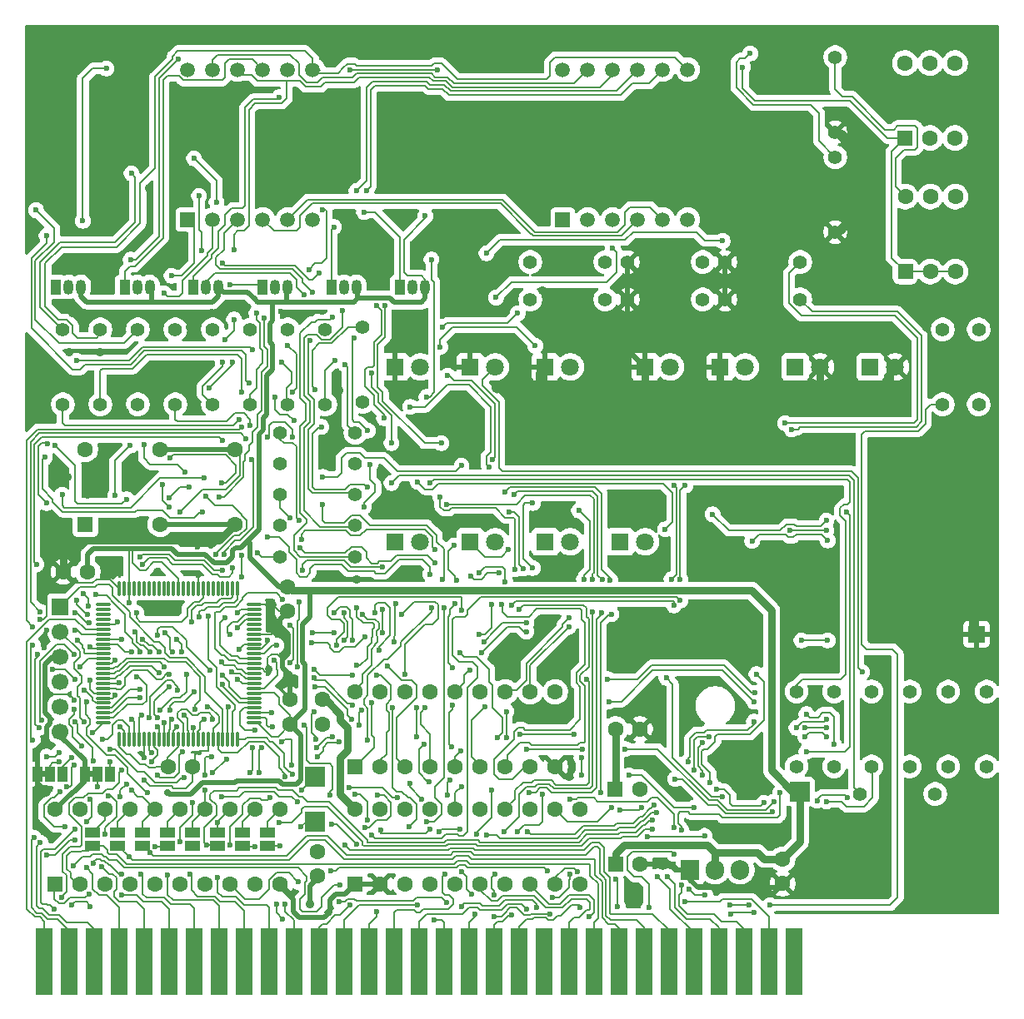
<source format=gbr>
%TF.GenerationSoftware,KiCad,Pcbnew,9.0.2+1*%
%TF.CreationDate,2025-06-30T02:26:09+02:00*%
%TF.ProjectId,isa_debug_card,6973615f-6465-4627-9567-5f636172642e,rev?*%
%TF.SameCoordinates,Original*%
%TF.FileFunction,Copper,L1,Top*%
%TF.FilePolarity,Positive*%
%FSLAX46Y46*%
G04 Gerber Fmt 4.6, Leading zero omitted, Abs format (unit mm)*
G04 Created by KiCad (PCBNEW 9.0.2+1) date 2025-06-30 02:26:09*
%MOMM*%
%LPD*%
G01*
G04 APERTURE LIST*
G04 Aperture macros list*
%AMRoundRect*
0 Rectangle with rounded corners*
0 $1 Rounding radius*
0 $2 $3 $4 $5 $6 $7 $8 $9 X,Y pos of 4 corners*
0 Add a 4 corners polygon primitive as box body*
4,1,4,$2,$3,$4,$5,$6,$7,$8,$9,$2,$3,0*
0 Add four circle primitives for the rounded corners*
1,1,$1+$1,$2,$3*
1,1,$1+$1,$4,$5*
1,1,$1+$1,$6,$7*
1,1,$1+$1,$8,$9*
0 Add four rect primitives between the rounded corners*
20,1,$1+$1,$2,$3,$4,$5,0*
20,1,$1+$1,$4,$5,$6,$7,0*
20,1,$1+$1,$6,$7,$8,$9,0*
20,1,$1+$1,$8,$9,$2,$3,0*%
G04 Aperture macros list end*
%TA.AperFunction,EtchedComponent*%
%ADD10C,0.500000*%
%TD*%
%TA.AperFunction,EtchedComponent*%
%ADD11C,0.000000*%
%TD*%
%TA.AperFunction,ComponentPad*%
%ADD12C,1.600000*%
%TD*%
%TA.AperFunction,SMDPad,CuDef*%
%ADD13R,1.500000X1.000000*%
%TD*%
%TA.AperFunction,ComponentPad*%
%ADD14R,1.600000X1.600000*%
%TD*%
%TA.AperFunction,ComponentPad*%
%ADD15C,1.400000*%
%TD*%
%TA.AperFunction,ComponentPad*%
%ADD16RoundRect,0.250000X0.550000X-0.550000X0.550000X0.550000X-0.550000X0.550000X-0.550000X-0.550000X0*%
%TD*%
%TA.AperFunction,ComponentPad*%
%ADD17R,1.800000X1.800000*%
%TD*%
%TA.AperFunction,ComponentPad*%
%ADD18C,1.800000*%
%TD*%
%TA.AperFunction,ComponentPad*%
%ADD19R,1.905000X2.000000*%
%TD*%
%TA.AperFunction,ComponentPad*%
%ADD20O,1.905000X2.000000*%
%TD*%
%TA.AperFunction,SMDPad,CuDef*%
%ADD21R,1.000000X1.500000*%
%TD*%
%TA.AperFunction,ComponentPad*%
%ADD22R,1.700000X1.700000*%
%TD*%
%TA.AperFunction,ComponentPad*%
%ADD23C,1.700000*%
%TD*%
%TA.AperFunction,ComponentPad*%
%ADD24R,1.050000X1.500000*%
%TD*%
%TA.AperFunction,ComponentPad*%
%ADD25O,1.050000X1.500000*%
%TD*%
%TA.AperFunction,SMDPad,CuDef*%
%ADD26R,2.000000X2.000000*%
%TD*%
%TA.AperFunction,ComponentPad*%
%ADD27R,1.500000X1.500000*%
%TD*%
%TA.AperFunction,ComponentPad*%
%ADD28C,1.500000*%
%TD*%
%TA.AperFunction,ConnectorPad*%
%ADD29R,1.780000X6.820000*%
%TD*%
%TA.AperFunction,SMDPad,CuDef*%
%ADD30RoundRect,0.075000X-0.662500X-0.075000X0.662500X-0.075000X0.662500X0.075000X-0.662500X0.075000X0*%
%TD*%
%TA.AperFunction,SMDPad,CuDef*%
%ADD31RoundRect,0.075000X-0.075000X-0.662500X0.075000X-0.662500X0.075000X0.662500X-0.075000X0.662500X0*%
%TD*%
%TA.AperFunction,ComponentPad*%
%ADD32RoundRect,0.250000X-0.550000X-0.550000X0.550000X-0.550000X0.550000X0.550000X-0.550000X0.550000X0*%
%TD*%
%TA.AperFunction,ViaPad*%
%ADD33C,0.600000*%
%TD*%
%TA.AperFunction,ViaPad*%
%ADD34C,0.900000*%
%TD*%
%TA.AperFunction,ViaPad*%
%ADD35C,1.300000*%
%TD*%
%TA.AperFunction,ViaPad*%
%ADD36C,0.700000*%
%TD*%
%TA.AperFunction,Conductor*%
%ADD37C,0.200000*%
%TD*%
%TA.AperFunction,Conductor*%
%ADD38C,0.500000*%
%TD*%
%TA.AperFunction,Conductor*%
%ADD39C,0.750000*%
%TD*%
G04 APERTURE END LIST*
D10*
%TO.C,Y1*%
X117386000Y-86868000D02*
X123406000Y-86868000D01*
X123406000Y-94488000D02*
X117386000Y-94488000D01*
D11*
%TA.AperFunction,EtchedComponent*%
%TO.C,JP2*%
G36*
X104980000Y-120188000D02*
G01*
X104480000Y-120188000D01*
X104480000Y-119588000D01*
X104980000Y-119588000D01*
X104980000Y-120188000D01*
G37*
%TD.AperFunction*%
%TA.AperFunction,EtchedComponent*%
%TO.C,JP8*%
G36*
X109806000Y-120188000D02*
G01*
X109306000Y-120188000D01*
X109306000Y-119588000D01*
X109806000Y-119588000D01*
X109806000Y-120188000D01*
G37*
%TD.AperFunction*%
%TD*%
D12*
%TO.P,C9,1*%
%TO.N,GND*%
X129540000Y-103358000D03*
%TO.P,C9,2*%
%TO.N,+3.3V*%
X129540000Y-100858000D03*
%TD*%
D13*
%TO.P,JP3,1,A*%
%TO.N,D1*%
X112268000Y-127177000D03*
%TO.P,JP3,2,B*%
%TO.N,DL1*%
X112268000Y-125877000D03*
%TD*%
D12*
%TO.P,C6,1*%
%TO.N,GND*%
X132588000Y-127782000D03*
%TO.P,C6,2*%
%TO.N,+5V*%
X132588000Y-130282000D03*
%TD*%
%TO.P,Y1,*%
%TO.N,*%
X116586000Y-86868000D03*
X116586000Y-94488000D03*
D14*
%TO.P,Y1,1,EN*%
%TO.N,unconnected-(Y1-EN-Pad1)*%
X108966000Y-94488000D03*
D12*
%TO.P,Y1,7,GND*%
%TO.N,GND*%
X124206000Y-94488000D03*
%TO.P,Y1,8,OUT*%
%TO.N,/CLK_20MHZ*%
X124206000Y-86868000D03*
%TO.P,Y1,14,Vcc*%
%TO.N,+5V*%
X108966000Y-86868000D03*
%TD*%
D13*
%TO.P,JP1,1,A*%
%TO.N,D0*%
X109728000Y-127177000D03*
%TO.P,JP1,2,B*%
%TO.N,DL0*%
X109728000Y-125877000D03*
%TD*%
D15*
%TO.P,R24,1*%
%TO.N,/D_CLK_ISA*%
X181252000Y-119126000D03*
%TO.P,R24,2*%
%TO.N,Net-(D4-A)*%
X181252000Y-111506000D03*
%TD*%
D13*
%TO.P,JP4,1,A*%
%TO.N,D2*%
X114808000Y-127177000D03*
%TO.P,JP4,2,B*%
%TO.N,DL2*%
X114808000Y-125877000D03*
%TD*%
D16*
%TO.P,U5,1,OEa*%
%TO.N,GND*%
X136398000Y-131084000D03*
D12*
%TO.P,U5,2,I0a*%
X138938000Y-131084000D03*
%TO.P,U5,3,O3b*%
%TO.N,/D_MEM_R*%
X141478000Y-131084000D03*
%TO.P,U5,4,I1a*%
%TO.N,/CLK_ISA*%
X144018000Y-131084000D03*
%TO.P,U5,5,O2b*%
%TO.N,/D_MEM_W*%
X146558000Y-131084000D03*
%TO.P,U5,6,I2a*%
%TO.N,/RDY*%
X149098000Y-131084000D03*
%TO.P,U5,7,O1b*%
%TO.N,/D_IO_R*%
X151638000Y-131084000D03*
%TO.P,U5,8,I3a*%
%TO.N,/RESET_ISA*%
X154178000Y-131084000D03*
%TO.P,U5,9,O0b*%
%TO.N,/D_IO_W*%
X156718000Y-131084000D03*
%TO.P,U5,10,GND*%
%TO.N,GND*%
X159258000Y-131084000D03*
%TO.P,U5,11,I0b*%
%TO.N,/IO_W*%
X159258000Y-123464000D03*
%TO.P,U5,12,O3a*%
%TO.N,/D_RESET_ISA*%
X156718000Y-123464000D03*
%TO.P,U5,13,I1b*%
%TO.N,/IO_R*%
X154178000Y-123464000D03*
%TO.P,U5,14,O2a*%
%TO.N,/D_RDY*%
X151638000Y-123464000D03*
%TO.P,U5,15,I2b*%
%TO.N,/MEM_W*%
X149098000Y-123464000D03*
%TO.P,U5,16,O1a*%
%TO.N,/D_CLK_ISA*%
X146558000Y-123464000D03*
%TO.P,U5,17,I3b*%
%TO.N,/MEM_R*%
X144018000Y-123464000D03*
%TO.P,U5,18,O0a*%
%TO.N,unconnected-(U5-O0a-Pad18)*%
X141478000Y-123464000D03*
%TO.P,U5,19,OEb*%
%TO.N,GND*%
X138938000Y-123464000D03*
%TO.P,U5,20,VCC*%
%TO.N,+5V*%
X136398000Y-123464000D03*
%TD*%
D15*
%TO.P,R11,1*%
%TO.N,/DIG_3*%
X128778000Y-88340000D03*
%TO.P,R11,2*%
%TO.N,Net-(Q3-B)*%
X136398000Y-88340000D03*
%TD*%
D12*
%TO.P,C8,1*%
%TO.N,GND*%
X133096000Y-114808000D03*
%TO.P,C8,2*%
%TO.N,+5V*%
X133096000Y-112308000D03*
%TD*%
D17*
%TO.P,D3,1,K*%
%TO.N,Net-(D3-K)*%
X148077000Y-96266000D03*
D18*
%TO.P,D3,2,A*%
%TO.N,+5V*%
X150617000Y-96266000D03*
%TD*%
D15*
%TO.P,R21,1*%
%TO.N,/D_MEM_W*%
X200558000Y-119126000D03*
%TO.P,R21,2*%
%TO.N,Net-(D3-K)*%
X200558000Y-111506000D03*
%TD*%
%TO.P,R3,1*%
%TO.N,Net-(U4-O3)*%
X114300000Y-82296000D03*
%TO.P,R3,2*%
%TO.N,/D_SEG_C*%
X114300000Y-74676000D03*
%TD*%
D19*
%TO.P,U2,1,GND*%
%TO.N,GND*%
X170434000Y-129626000D03*
D20*
%TO.P,U2,2,VO*%
%TO.N,+3.3V*%
X172974000Y-129626000D03*
%TO.P,U2,3,VI*%
%TO.N,+5V*%
X175514000Y-129626000D03*
%TD*%
D15*
%TO.P,R12,1*%
%TO.N,/DIG_4*%
X128778000Y-91490000D03*
%TO.P,R12,2*%
%TO.N,Net-(Q4-B)*%
X136398000Y-91490000D03*
%TD*%
D21*
%TO.P,JP2,1,A*%
%TO.N,GND*%
X104080000Y-119888000D03*
%TO.P,JP2,2,C*%
%TO.N,/BT_CS*%
X105380000Y-119888000D03*
%TO.P,JP2,3,B*%
%TO.N,/BT_FUTURE_CS*%
X106680000Y-119888000D03*
%TD*%
D22*
%TO.P,J2,1,Pin_1*%
%TO.N,/TMS*%
X106426000Y-102870000D03*
D23*
%TO.P,J2,2,Pin_2*%
%TO.N,/TCK*%
X106426000Y-105410000D03*
%TO.P,J2,3,Pin_3*%
%TO.N,GND*%
X106426000Y-107950000D03*
%TO.P,J2,4,Pin_4*%
%TO.N,/TDO*%
X106426000Y-110490000D03*
%TO.P,J2,5,Pin_5*%
%TO.N,/TDI*%
X106426000Y-113030000D03*
%TO.P,J2,6,Pin_6*%
%TO.N,+5V*%
X106426000Y-115570000D03*
%TD*%
D15*
%TO.P,R2,1*%
%TO.N,Net-(U4-O2)*%
X110490000Y-82296000D03*
%TO.P,R2,2*%
%TO.N,/D_SEG_B*%
X110490000Y-74676000D03*
%TD*%
D12*
%TO.P,C10,1*%
%TO.N,GND*%
X129794000Y-112328000D03*
%TO.P,C10,2*%
%TO.N,+3.3V*%
X129794000Y-114828000D03*
%TD*%
%TO.P,C2,1*%
%TO.N,+5V*%
X162834000Y-115316000D03*
%TO.P,C2,2*%
%TO.N,GND*%
X165334000Y-115316000D03*
%TD*%
D24*
%TO.P,Q5,1,C*%
%TO.N,/D_DIG_5*%
X133970000Y-70358000D03*
D25*
%TO.P,Q5,2,B*%
%TO.N,Net-(Q5-B)*%
X135240000Y-70358000D03*
%TO.P,Q5,3,E*%
%TO.N,+3.3V*%
X136510000Y-70358000D03*
%TD*%
D15*
%TO.P,R16,1*%
%TO.N,/D_IO_R*%
X196646000Y-119126000D03*
%TO.P,R16,2*%
%TO.N,Net-(D1-K)*%
X196646000Y-111506000D03*
%TD*%
%TO.P,R28,1*%
%TO.N,+5V*%
X154178000Y-67818000D03*
%TO.P,R28,2*%
%TO.N,Net-(D8-A)*%
X161798000Y-67818000D03*
%TD*%
%TO.P,R10,1*%
%TO.N,Net-(U4-O8)*%
X133350000Y-82296000D03*
%TO.P,R10,2*%
%TO.N,/D_SEG_DP*%
X133350000Y-74676000D03*
%TD*%
D21*
%TO.P,JP8,1,A*%
%TO.N,+5V*%
X108906000Y-119888000D03*
%TO.P,JP8,2,C*%
%TO.N,/BT_DIR*%
X110206000Y-119888000D03*
%TO.P,JP8,3,B*%
%TO.N,/BT_FUTURE_DIR*%
X111506000Y-119888000D03*
%TD*%
D15*
%TO.P,R26,1*%
%TO.N,-12V*%
X199746000Y-82296000D03*
%TO.P,R26,2*%
%TO.N,Net-(D6-K)*%
X199746000Y-74676000D03*
%TD*%
%TO.P,R20,1*%
%TO.N,-5V*%
X196088000Y-82296000D03*
%TO.P,R20,2*%
%TO.N,Net-(D2-K)*%
X196088000Y-74676000D03*
%TD*%
D17*
%TO.P,D10,1,K*%
%TO.N,GND*%
X148082000Y-78486000D03*
D18*
%TO.P,D10,2,A*%
%TO.N,Net-(D10-A)*%
X150622000Y-78486000D03*
%TD*%
D15*
%TO.P,R19,1*%
%TO.N,/CFG_SW1*%
X185166000Y-46990000D03*
%TO.P,R19,2*%
%TO.N,GND*%
X185166000Y-54610000D03*
%TD*%
D17*
%TO.P,D6,1,K*%
%TO.N,Net-(D6-K)*%
X188717000Y-78486000D03*
D18*
%TO.P,D6,2,A*%
%TO.N,GND*%
X191257000Y-78486000D03*
%TD*%
D15*
%TO.P,R25,1*%
%TO.N,/D_RESET_ISA*%
X188874000Y-119126000D03*
%TO.P,R25,2*%
%TO.N,Net-(D5-A)*%
X188874000Y-111506000D03*
%TD*%
D26*
%TO.P,TP2,1,1*%
%TO.N,/CLK_20MHZ*%
X132334000Y-120142000D03*
%TD*%
D27*
%TO.P,U6,1,e*%
%TO.N,/D_SEG_E*%
X119380000Y-63500000D03*
D28*
%TO.P,U6,2,d*%
%TO.N,/D_SEG_D*%
X121920000Y-63500000D03*
%TO.P,U6,3,DPX*%
%TO.N,/D_SEG_DP*%
X124460000Y-63500000D03*
%TO.P,U6,4,c*%
%TO.N,/D_SEG_C*%
X127000000Y-63500000D03*
%TO.P,U6,5,g*%
%TO.N,/D_SEG_G*%
X129540000Y-63500000D03*
%TO.P,U6,6,NC*%
%TO.N,unconnected-(U6-NC-Pad6)*%
X132080000Y-63500000D03*
%TO.P,U6,7,b*%
%TO.N,/D_SEG_B*%
X132080000Y-48260000D03*
%TO.P,U6,8,CA3*%
%TO.N,/D_DIG_3*%
X129540000Y-48260000D03*
%TO.P,U6,9,CA2*%
%TO.N,/D_DIG_2*%
X127000000Y-48260000D03*
%TO.P,U6,10,f*%
%TO.N,/D_SEG_F*%
X124460000Y-48260000D03*
%TO.P,U6,11,a*%
%TO.N,/D_SEG_A*%
X121920000Y-48260000D03*
%TO.P,U6,12,CA1*%
%TO.N,/D_DIG_1*%
X119380000Y-48260000D03*
%TD*%
D15*
%TO.P,R23,1*%
%TO.N,/DIG_6*%
X128778000Y-97790000D03*
%TO.P,R23,2*%
%TO.N,Net-(Q6-B)*%
X136398000Y-97790000D03*
%TD*%
D29*
%TO.P,J1,32,IO*%
%TO.N,unconnected-(J1-IO-Pad32)*%
X180984026Y-138928026D03*
%TO.P,J1,33,DB7*%
%TO.N,D7*%
X178444026Y-138928026D03*
%TO.P,J1,34,DB6*%
%TO.N,D6*%
X175904026Y-138928026D03*
%TO.P,J1,35,DB5*%
%TO.N,D5*%
X173364026Y-138928026D03*
%TO.P,J1,36,DB4*%
%TO.N,D4*%
X170824026Y-138928026D03*
%TO.P,J1,37,DB3*%
%TO.N,D3*%
X168284026Y-138928026D03*
%TO.P,J1,38,DB2*%
%TO.N,D2*%
X165744026Y-138928026D03*
%TO.P,J1,39,DB1*%
%TO.N,D1*%
X163204026Y-138928026D03*
%TO.P,J1,40,DB0*%
%TO.N,D0*%
X160664026Y-138928026D03*
%TO.P,J1,41,IO_READY*%
%TO.N,/RDY*%
X158124026Y-138928026D03*
%TO.P,J1,42,AEN*%
%TO.N,unconnected-(J1-AEN-Pad42)*%
X155584026Y-138928026D03*
%TO.P,J1,43,BA19*%
%TO.N,A19*%
X153044026Y-138928026D03*
%TO.P,J1,44,BA18*%
%TO.N,A18*%
X150504026Y-138928026D03*
%TO.P,J1,45,BA17*%
%TO.N,A17*%
X147964026Y-138928026D03*
%TO.P,J1,46,BA16*%
%TO.N,A16*%
X145424026Y-138928026D03*
%TO.P,J1,47,BA15*%
%TO.N,A15*%
X142884026Y-138928026D03*
%TO.P,J1,48,BA14*%
%TO.N,A14*%
X140344026Y-138928026D03*
%TO.P,J1,49,BA13*%
%TO.N,A13*%
X137804026Y-138928026D03*
%TO.P,J1,50,BA12*%
%TO.N,A12*%
X135264026Y-138928026D03*
%TO.P,J1,51,BA11*%
%TO.N,A11*%
X132724026Y-138928026D03*
%TO.P,J1,52,BA10*%
%TO.N,A10*%
X130184026Y-138928026D03*
%TO.P,J1,53,BA09*%
%TO.N,A9*%
X127644026Y-138928026D03*
%TO.P,J1,54,BA08*%
%TO.N,A8*%
X125104026Y-138928026D03*
%TO.P,J1,55,BA07*%
%TO.N,A7*%
X122564026Y-138928026D03*
%TO.P,J1,56,BA06*%
%TO.N,A6*%
X120024026Y-138928026D03*
%TO.P,J1,57,BA05*%
%TO.N,A5*%
X117484026Y-138928026D03*
%TO.P,J1,58,BA04*%
%TO.N,A4*%
X114944026Y-138928026D03*
%TO.P,J1,59,BA03*%
%TO.N,A3*%
X112404026Y-138928026D03*
%TO.P,J1,60,BA02*%
%TO.N,A2*%
X109864026Y-138928026D03*
%TO.P,J1,61,BA01*%
%TO.N,A1*%
X107324026Y-138928026D03*
%TO.P,J1,62,BA00*%
%TO.N,A0*%
X104784026Y-138928026D03*
%TD*%
D15*
%TO.P,R27,1*%
%TO.N,/D_MEM_R*%
X195326000Y-121920000D03*
%TO.P,R27,2*%
%TO.N,Net-(D7-K)*%
X187706000Y-121920000D03*
%TD*%
D30*
%TO.P,U3,1,I/O/GTS3*%
%TO.N,unconnected-(U3-I{slash}O{slash}GTS3-Pad1)*%
X110773500Y-102669500D03*
%TO.P,U3,2,I/O/GTS4*%
%TO.N,unconnected-(U3-I{slash}O{slash}GTS4-Pad2)*%
X110773500Y-103169500D03*
%TO.P,U3,3,I/O/GTS1*%
%TO.N,unconnected-(U3-I{slash}O{slash}GTS1-Pad3)*%
X110773500Y-103669500D03*
%TO.P,U3,4,I/O/GTS2*%
%TO.N,unconnected-(U3-I{slash}O{slash}GTS2-Pad4)*%
X110773500Y-104169500D03*
%TO.P,U3,5,VCCINT*%
%TO.N,+3.3V*%
X110773500Y-104669500D03*
%TO.P,U3,6,P6*%
%TO.N,A0*%
X110773500Y-105169500D03*
%TO.P,U3,7,P7*%
%TO.N,A1*%
X110773500Y-105669500D03*
%TO.P,U3,8,P8*%
%TO.N,A2*%
X110773500Y-106169500D03*
%TO.P,U3,9,P9*%
%TO.N,A3*%
X110773500Y-106669500D03*
%TO.P,U3,10,P10*%
%TO.N,A4*%
X110773500Y-107169500D03*
%TO.P,U3,11,P11*%
%TO.N,A5*%
X110773500Y-107669500D03*
%TO.P,U3,12,P12*%
%TO.N,A6*%
X110773500Y-108169500D03*
%TO.P,U3,13,P13*%
%TO.N,A7*%
X110773500Y-108669500D03*
%TO.P,U3,14,P14*%
%TO.N,A8*%
X110773500Y-109169500D03*
%TO.P,U3,15,P15*%
%TO.N,A9*%
X110773500Y-109669500D03*
%TO.P,U3,16,P16*%
%TO.N,A10*%
X110773500Y-110169500D03*
%TO.P,U3,17,P17*%
%TO.N,A11*%
X110773500Y-110669500D03*
%TO.P,U3,18,P18*%
%TO.N,A12*%
X110773500Y-111169500D03*
%TO.P,U3,19,P19*%
%TO.N,A13*%
X110773500Y-111669500D03*
%TO.P,U3,20,P20*%
%TO.N,A14*%
X110773500Y-112169500D03*
%TO.P,U3,21,GND*%
%TO.N,GND*%
X110773500Y-112669500D03*
%TO.P,U3,22,I/O/GCK1*%
%TO.N,/CLK_ISA*%
X110773500Y-113169500D03*
%TO.P,U3,23,I/O/GCK2*%
%TO.N,/CLK_20MHZ*%
X110773500Y-113669500D03*
%TO.P,U3,24,P24*%
%TO.N,A15*%
X110773500Y-114169500D03*
%TO.P,U3,25,P25*%
%TO.N,A16*%
X110773500Y-114669500D03*
D31*
%TO.P,U3,26,VCCIO*%
%TO.N,+3.3V*%
X112436000Y-116332000D03*
%TO.P,U3,27,I/O/GCK3*%
%TO.N,/CLK_ISA_OSC*%
X112936000Y-116332000D03*
%TO.P,U3,28,P28*%
%TO.N,A17*%
X113436000Y-116332000D03*
%TO.P,U3,29,P29*%
%TO.N,A18*%
X113936000Y-116332000D03*
%TO.P,U3,30,P30*%
%TO.N,A19*%
X114436000Y-116332000D03*
%TO.P,U3,31,GND*%
%TO.N,GND*%
X114936000Y-116332000D03*
%TO.P,U3,32,P32*%
%TO.N,DL0*%
X115436000Y-116332000D03*
%TO.P,U3,33,P33*%
%TO.N,DL1*%
X115936000Y-116332000D03*
%TO.P,U3,34,P34*%
%TO.N,DL2*%
X116436000Y-116332000D03*
%TO.P,U3,35,P35*%
%TO.N,DL3*%
X116936000Y-116332000D03*
%TO.P,U3,36,P36*%
%TO.N,DL4*%
X117436000Y-116332000D03*
%TO.P,U3,37,P37*%
%TO.N,DL5*%
X117936000Y-116332000D03*
%TO.P,U3,38,VCCIO*%
%TO.N,+3.3V*%
X118436000Y-116332000D03*
%TO.P,U3,39,P39*%
%TO.N,DL6*%
X118936000Y-116332000D03*
%TO.P,U3,40,P40*%
%TO.N,DL7*%
X119436000Y-116332000D03*
%TO.P,U3,41,P41*%
%TO.N,/RESET_ISA*%
X119936000Y-116332000D03*
%TO.P,U3,42,P42*%
%TO.N,/IO_W*%
X120436000Y-116332000D03*
%TO.P,U3,43,P43*%
%TO.N,unconnected-(U3-P43-Pad43)*%
X120936000Y-116332000D03*
%TO.P,U3,44,GND*%
%TO.N,GND*%
X121436000Y-116332000D03*
%TO.P,U3,45,TDI*%
%TO.N,/TDI*%
X121936000Y-116332000D03*
%TO.P,U3,46,P46*%
%TO.N,/SW3*%
X122436000Y-116332000D03*
%TO.P,U3,47,TMS*%
%TO.N,/TMS*%
X122936000Y-116332000D03*
%TO.P,U3,48,TCK*%
%TO.N,/TCK*%
X123436000Y-116332000D03*
%TO.P,U3,49,P49*%
%TO.N,/SW1*%
X123936000Y-116332000D03*
%TO.P,U3,50,P50*%
%TO.N,/SW2*%
X124436000Y-116332000D03*
D30*
%TO.P,U3,51,VCCIO*%
%TO.N,+3.3V*%
X126098500Y-114669500D03*
%TO.P,U3,52,P52*%
%TO.N,/SEG_A*%
X126098500Y-114169500D03*
%TO.P,U3,53,P53*%
%TO.N,/SEG_B*%
X126098500Y-113669500D03*
%TO.P,U3,54,P54*%
%TO.N,/SEG_C*%
X126098500Y-113169500D03*
%TO.P,U3,55,P55*%
%TO.N,/SEG_D*%
X126098500Y-112669500D03*
%TO.P,U3,56,P56*%
%TO.N,/SEG_E*%
X126098500Y-112169500D03*
%TO.P,U3,57,VCCINT*%
%TO.N,+3.3V*%
X126098500Y-111669500D03*
%TO.P,U3,58,P58*%
%TO.N,/SEG_F*%
X126098500Y-111169500D03*
%TO.P,U3,59,P59*%
%TO.N,/SEG_G*%
X126098500Y-110669500D03*
%TO.P,U3,60,P60*%
%TO.N,/SEG_DP*%
X126098500Y-110169500D03*
%TO.P,U3,61,P61*%
%TO.N,/DIG_1*%
X126098500Y-109669500D03*
%TO.P,U3,62,GND*%
%TO.N,GND*%
X126098500Y-109169500D03*
%TO.P,U3,63,P63*%
%TO.N,/DIG_2*%
X126098500Y-108669500D03*
%TO.P,U3,64,P64*%
%TO.N,/DIG_3*%
X126098500Y-108169500D03*
%TO.P,U3,65,P65*%
%TO.N,/DIG_4*%
X126098500Y-107669500D03*
%TO.P,U3,66,P66*%
%TO.N,/DIG_5*%
X126098500Y-107169500D03*
%TO.P,U3,67,P67*%
%TO.N,/DIG_6*%
X126098500Y-106669500D03*
%TO.P,U3,68,P68*%
%TO.N,unconnected-(U3-P68-Pad68)*%
X126098500Y-106169500D03*
%TO.P,U3,69,GND*%
%TO.N,GND*%
X126098500Y-105669500D03*
%TO.P,U3,70,P70*%
%TO.N,unconnected-(U3-P70-Pad70)*%
X126098500Y-105169500D03*
%TO.P,U3,71,P71*%
%TO.N,unconnected-(U3-P71-Pad71)*%
X126098500Y-104669500D03*
%TO.P,U3,72,P72*%
%TO.N,/CFG_SW1*%
X126098500Y-104169500D03*
%TO.P,U3,73,P73*%
%TO.N,/CFG_SW2*%
X126098500Y-103669500D03*
%TO.P,U3,74,P74*%
%TO.N,/CFG_SW3*%
X126098500Y-103169500D03*
%TO.P,U3,75,GND*%
%TO.N,GND*%
X126098500Y-102669500D03*
D31*
%TO.P,U3,76,P76*%
%TO.N,/BT_FUTURE_CS*%
X124436000Y-101007000D03*
%TO.P,U3,77,P77*%
%TO.N,/BT_FUTURE_DIR*%
X123936000Y-101007000D03*
%TO.P,U3,78,P78*%
%TO.N,unconnected-(U3-P78-Pad78)*%
X123436000Y-101007000D03*
%TO.P,U3,79,P79*%
%TO.N,unconnected-(U3-P79-Pad79)*%
X122936000Y-101007000D03*
%TO.P,U3,80,P80*%
%TO.N,unconnected-(U3-P80-Pad80)*%
X122436000Y-101007000D03*
%TO.P,U3,81,P81*%
%TO.N,unconnected-(U3-P81-Pad81)*%
X121936000Y-101007000D03*
%TO.P,U3,82,P82*%
%TO.N,unconnected-(U3-P82-Pad82)*%
X121436000Y-101007000D03*
%TO.P,U3,83,TDO*%
%TO.N,/TDO*%
X120936000Y-101007000D03*
%TO.P,U3,84,GND*%
%TO.N,GND*%
X120436000Y-101007000D03*
%TO.P,U3,85,P85*%
%TO.N,unconnected-(U3-P85-Pad85)*%
X119936000Y-101007000D03*
%TO.P,U3,86,P86*%
%TO.N,unconnected-(U3-P86-Pad86)*%
X119436000Y-101007000D03*
%TO.P,U3,87,P87*%
%TO.N,unconnected-(U3-P87-Pad87)*%
X118936000Y-101007000D03*
%TO.P,U3,88,VCCIO*%
%TO.N,+3.3V*%
X118436000Y-101007000D03*
%TO.P,U3,89,P89*%
%TO.N,unconnected-(U3-P89-Pad89)*%
X117936000Y-101007000D03*
%TO.P,U3,90,P90*%
%TO.N,unconnected-(U3-P90-Pad90)*%
X117436000Y-101007000D03*
%TO.P,U3,91,P91*%
%TO.N,unconnected-(U3-P91-Pad91)*%
X116936000Y-101007000D03*
%TO.P,U3,92,P92*%
%TO.N,unconnected-(U3-P92-Pad92)*%
X116436000Y-101007000D03*
%TO.P,U3,93,P93*%
%TO.N,unconnected-(U3-P93-Pad93)*%
X115936000Y-101007000D03*
%TO.P,U3,94,P94*%
%TO.N,unconnected-(U3-P94-Pad94)*%
X115436000Y-101007000D03*
%TO.P,U3,95,P95*%
%TO.N,unconnected-(U3-P95-Pad95)*%
X114936000Y-101007000D03*
%TO.P,U3,96,P96*%
%TO.N,unconnected-(U3-P96-Pad96)*%
X114436000Y-101007000D03*
%TO.P,U3,97,P97*%
%TO.N,unconnected-(U3-P97-Pad97)*%
X113936000Y-101007000D03*
%TO.P,U3,98,VCCINT*%
%TO.N,+3.3V*%
X113436000Y-101007000D03*
%TO.P,U3,99,I/O/GSR*%
%TO.N,unconnected-(U3-I{slash}O{slash}GSR-Pad99)*%
X112936000Y-101007000D03*
%TO.P,U3,100,GND*%
%TO.N,GND*%
X112436000Y-101007000D03*
%TD*%
D17*
%TO.P,D11,1,K*%
%TO.N,Net-(D11-K)*%
X163317000Y-96266000D03*
D18*
%TO.P,D11,2,A*%
%TO.N,+5V*%
X165857000Y-96266000D03*
%TD*%
D13*
%TO.P,JP6,1,A*%
%TO.N,D4*%
X119888000Y-127177000D03*
%TO.P,JP6,2,B*%
%TO.N,DL4*%
X119888000Y-125877000D03*
%TD*%
D15*
%TO.P,R1,1*%
%TO.N,Net-(U4-O1)*%
X106680000Y-82296000D03*
%TO.P,R1,2*%
%TO.N,/D_SEG_A*%
X106680000Y-74676000D03*
%TD*%
D16*
%TO.P,SW1,1*%
%TO.N,+3.3V*%
X192278000Y-55202500D03*
D12*
%TO.P,SW1,2*%
X194818000Y-55202500D03*
%TO.P,SW1,3*%
X197358000Y-55202500D03*
%TO.P,SW1,4*%
%TO.N,/SW3*%
X197358000Y-47582500D03*
%TO.P,SW1,5*%
%TO.N,/SW2*%
X194818000Y-47582500D03*
%TO.P,SW1,6*%
%TO.N,/SW1*%
X192278000Y-47582500D03*
%TD*%
D13*
%TO.P,JP7,1,A*%
%TO.N,D5*%
X122428000Y-127177000D03*
%TO.P,JP7,2,B*%
%TO.N,DL5*%
X122428000Y-125877000D03*
%TD*%
D26*
%TO.P,TP3,1,1*%
%TO.N,+3.3V*%
X181610000Y-121666000D03*
%TD*%
D32*
%TO.P,C1,1*%
%TO.N,+5V*%
X162814000Y-121412000D03*
D12*
%TO.P,C1,2*%
%TO.N,GND*%
X165314000Y-121412000D03*
%TD*%
D24*
%TO.P,Q6,1,C*%
%TO.N,/D_DIG_6*%
X140970000Y-70358000D03*
D25*
%TO.P,Q6,2,B*%
%TO.N,Net-(Q6-B)*%
X142240000Y-70358000D03*
%TO.P,Q6,3,E*%
%TO.N,+3.3V*%
X143510000Y-70358000D03*
%TD*%
D15*
%TO.P,R29,1*%
%TO.N,+12V*%
X154178000Y-71628000D03*
%TO.P,R29,2*%
%TO.N,Net-(D9-A)*%
X161798000Y-71628000D03*
%TD*%
D16*
%TO.P,U4,1,I1*%
%TO.N,/SEG_A*%
X136398000Y-119146000D03*
D12*
%TO.P,U4,2,I2*%
%TO.N,/SEG_B*%
X138938000Y-119146000D03*
%TO.P,U4,3,I3*%
%TO.N,/SEG_C*%
X141478000Y-119146000D03*
%TO.P,U4,4,I4*%
%TO.N,/SEG_D*%
X144018000Y-119146000D03*
%TO.P,U4,5,I5*%
%TO.N,/SEG_E*%
X146558000Y-119146000D03*
%TO.P,U4,6,I6*%
%TO.N,/SEG_F*%
X149098000Y-119146000D03*
%TO.P,U4,7,I7*%
%TO.N,/SEG_G*%
X151638000Y-119146000D03*
%TO.P,U4,8,I8*%
%TO.N,/SEG_DP*%
X154178000Y-119146000D03*
%TO.P,U4,9,GND*%
%TO.N,GND*%
X156718000Y-119146000D03*
%TO.P,U4,10,COM*%
%TO.N,unconnected-(U4-COM-Pad10)*%
X156718000Y-111526000D03*
%TO.P,U4,11,O8*%
%TO.N,Net-(U4-O8)*%
X154178000Y-111526000D03*
%TO.P,U4,12,O7*%
%TO.N,Net-(U4-O7)*%
X151638000Y-111526000D03*
%TO.P,U4,13,O6*%
%TO.N,Net-(U4-O6)*%
X149098000Y-111526000D03*
%TO.P,U4,14,O5*%
%TO.N,Net-(U4-O5)*%
X146558000Y-111526000D03*
%TO.P,U4,15,O4*%
%TO.N,Net-(U4-O4)*%
X144018000Y-111526000D03*
%TO.P,U4,16,O3*%
%TO.N,Net-(U4-O3)*%
X141478000Y-111526000D03*
%TO.P,U4,17,O2*%
%TO.N,Net-(U4-O2)*%
X138938000Y-111526000D03*
%TO.P,U4,18,O1*%
%TO.N,Net-(U4-O1)*%
X136398000Y-111526000D03*
%TD*%
D17*
%TO.P,D5,1,K*%
%TO.N,GND*%
X155702000Y-78486000D03*
D18*
%TO.P,D5,2,A*%
%TO.N,Net-(D5-A)*%
X158242000Y-78486000D03*
%TD*%
D27*
%TO.P,U7,1,e*%
%TO.N,/D_SEG_E*%
X157480000Y-63500000D03*
D28*
%TO.P,U7,2,d*%
%TO.N,/D_SEG_D*%
X160020000Y-63500000D03*
%TO.P,U7,3,DPX*%
%TO.N,/D_SEG_DP*%
X162560000Y-63500000D03*
%TO.P,U7,4,c*%
%TO.N,/D_SEG_C*%
X165100000Y-63500000D03*
%TO.P,U7,5,g*%
%TO.N,/D_SEG_G*%
X167640000Y-63500000D03*
%TO.P,U7,6,NC*%
%TO.N,unconnected-(U7-NC-Pad6)*%
X170180000Y-63500000D03*
%TO.P,U7,7,b*%
%TO.N,/D_SEG_B*%
X170180000Y-48260000D03*
%TO.P,U7,8,CA3*%
%TO.N,/D_DIG_6*%
X167640000Y-48260000D03*
%TO.P,U7,9,CA2*%
%TO.N,/D_DIG_5*%
X165100000Y-48260000D03*
%TO.P,U7,10,f*%
%TO.N,/D_SEG_F*%
X162560000Y-48260000D03*
%TO.P,U7,11,a*%
%TO.N,/D_SEG_A*%
X160020000Y-48260000D03*
%TO.P,U7,12,CA1*%
%TO.N,/D_DIG_4*%
X157480000Y-48260000D03*
%TD*%
D17*
%TO.P,D1,1,K*%
%TO.N,Net-(D1-K)*%
X155697000Y-96266000D03*
D18*
%TO.P,D1,2,A*%
%TO.N,+5V*%
X158237000Y-96266000D03*
%TD*%
D15*
%TO.P,R17,1*%
%TO.N,/CFG_SW3*%
X171704000Y-67818000D03*
%TO.P,R17,2*%
%TO.N,GND*%
X164084000Y-67818000D03*
%TD*%
%TO.P,R31,1*%
%TO.N,/D_IO_W*%
X192734000Y-119126000D03*
%TO.P,R31,2*%
%TO.N,Net-(D11-K)*%
X192734000Y-111506000D03*
%TD*%
D12*
%TO.P,C5,1*%
%TO.N,GND*%
X106720000Y-99314000D03*
%TO.P,C5,2*%
%TO.N,+3.3V*%
X109220000Y-99314000D03*
%TD*%
D16*
%TO.P,U1,1,A->B*%
%TO.N,/BT_DIR*%
X105918000Y-131084000D03*
D12*
%TO.P,U1,2,A0*%
%TO.N,D0*%
X108458000Y-131084000D03*
%TO.P,U1,3,A1*%
%TO.N,D1*%
X110998000Y-131084000D03*
%TO.P,U1,4,A2*%
%TO.N,D2*%
X113538000Y-131084000D03*
%TO.P,U1,5,A3*%
%TO.N,D3*%
X116078000Y-131084000D03*
%TO.P,U1,6,A4*%
%TO.N,D4*%
X118618000Y-131084000D03*
%TO.P,U1,7,A5*%
%TO.N,D5*%
X121158000Y-131084000D03*
%TO.P,U1,8,A6*%
%TO.N,D6*%
X123698000Y-131084000D03*
%TO.P,U1,9,A7*%
%TO.N,D7*%
X126238000Y-131084000D03*
%TO.P,U1,10,GND*%
%TO.N,GND*%
X128778000Y-131084000D03*
%TO.P,U1,11,B7*%
%TO.N,DL7*%
X128778000Y-123464000D03*
%TO.P,U1,12,B6*%
%TO.N,DL6*%
X126238000Y-123464000D03*
%TO.P,U1,13,B5*%
%TO.N,DL5*%
X123698000Y-123464000D03*
%TO.P,U1,14,B4*%
%TO.N,DL4*%
X121158000Y-123464000D03*
%TO.P,U1,15,B3*%
%TO.N,DL3*%
X118618000Y-123464000D03*
%TO.P,U1,16,B2*%
%TO.N,DL2*%
X116078000Y-123464000D03*
%TO.P,U1,17,B1*%
%TO.N,DL1*%
X113538000Y-123464000D03*
%TO.P,U1,18,B0*%
%TO.N,DL0*%
X110998000Y-123464000D03*
%TO.P,U1,19,CE*%
%TO.N,/BT_CS*%
X108458000Y-123464000D03*
%TO.P,U1,20,VCC*%
%TO.N,+5V*%
X105918000Y-123464000D03*
%TD*%
D17*
%TO.P,D8,1,K*%
%TO.N,GND*%
X165857000Y-78486000D03*
D18*
%TO.P,D8,2,A*%
%TO.N,Net-(D8-A)*%
X168397000Y-78486000D03*
%TD*%
D15*
%TO.P,R14,1*%
%TO.N,/SW2*%
X181610000Y-71628000D03*
%TO.P,R14,2*%
%TO.N,GND*%
X173990000Y-71628000D03*
%TD*%
%TO.P,R30,1*%
%TO.N,/D_RDY*%
X185064000Y-119126000D03*
%TO.P,R30,2*%
%TO.N,Net-(D10-A)*%
X185064000Y-111506000D03*
%TD*%
D17*
%TO.P,D2,1,K*%
%TO.N,Net-(D2-K)*%
X181097000Y-78486000D03*
D18*
%TO.P,D2,2,A*%
%TO.N,GND*%
X183637000Y-78486000D03*
%TD*%
D15*
%TO.P,R8,1*%
%TO.N,Net-(U4-O6)*%
X125730000Y-82296000D03*
%TO.P,R8,2*%
%TO.N,/D_SEG_F*%
X125730000Y-74676000D03*
%TD*%
%TO.P,R18,1*%
%TO.N,/CFG_SW2*%
X185166000Y-57150000D03*
%TO.P,R18,2*%
%TO.N,GND*%
X185166000Y-64770000D03*
%TD*%
D12*
%TO.P,C3,1*%
%TO.N,+3.3V*%
X179832000Y-128544000D03*
%TO.P,C3,2*%
%TO.N,GND*%
X179832000Y-131044000D03*
%TD*%
%TO.P,C7,1*%
%TO.N,GND*%
X119868000Y-119126000D03*
%TO.P,C7,2*%
%TO.N,+3.3V*%
X117368000Y-119126000D03*
%TD*%
D17*
%TO.P,D7,1,K*%
%TO.N,Net-(D7-K)*%
X140457000Y-96266000D03*
D18*
%TO.P,D7,2,A*%
%TO.N,+5V*%
X142997000Y-96266000D03*
%TD*%
D16*
%TO.P,SW2,1*%
%TO.N,+3.3V*%
X192290500Y-68791500D03*
D12*
%TO.P,SW2,2*%
X194830500Y-68791500D03*
%TO.P,SW2,3*%
X197370500Y-68791500D03*
%TO.P,SW2,4*%
%TO.N,/CFG_SW3*%
X197370500Y-61171500D03*
%TO.P,SW2,5*%
%TO.N,/CFG_SW2*%
X194830500Y-61171500D03*
%TO.P,SW2,6*%
%TO.N,/CFG_SW1*%
X192290500Y-61171500D03*
%TD*%
D24*
%TO.P,Q1,1,C*%
%TO.N,/D_DIG_1*%
X105970000Y-70358000D03*
D25*
%TO.P,Q1,2,B*%
%TO.N,Net-(Q1-B)*%
X107240000Y-70358000D03*
%TO.P,Q1,3,E*%
%TO.N,+3.3V*%
X108510000Y-70358000D03*
%TD*%
D13*
%TO.P,JP5,1,A*%
%TO.N,D3*%
X117348000Y-127177000D03*
%TO.P,JP5,2,B*%
%TO.N,DL3*%
X117348000Y-125877000D03*
%TD*%
D15*
%TO.P,R7,1*%
%TO.N,Net-(U4-O5)*%
X121920000Y-82296000D03*
%TO.P,R7,2*%
%TO.N,/D_SEG_E*%
X121920000Y-74676000D03*
%TD*%
%TO.P,R13,1*%
%TO.N,/SW3*%
X181610000Y-67818000D03*
%TO.P,R13,2*%
%TO.N,GND*%
X173990000Y-67818000D03*
%TD*%
D24*
%TO.P,Q2,1,C*%
%TO.N,/D_DIG_2*%
X112970000Y-70358000D03*
D25*
%TO.P,Q2,2,B*%
%TO.N,Net-(Q2-B)*%
X114240000Y-70358000D03*
%TO.P,Q2,3,E*%
%TO.N,+3.3V*%
X115510000Y-70358000D03*
%TD*%
D26*
%TO.P,TP1,1,1*%
%TO.N,/RESET_ISA*%
X132334000Y-124714000D03*
%TD*%
D15*
%TO.P,R9,1*%
%TO.N,Net-(U4-O7)*%
X129540000Y-82296000D03*
%TO.P,R9,2*%
%TO.N,/D_SEG_G*%
X129540000Y-74676000D03*
%TD*%
D22*
%TO.P,J3,1,Pin_1*%
%TO.N,GND*%
X199517000Y-105664000D03*
%TD*%
D15*
%TO.P,R22,1*%
%TO.N,/DIG_5*%
X128778000Y-94640000D03*
%TO.P,R22,2*%
%TO.N,Net-(Q5-B)*%
X136398000Y-94640000D03*
%TD*%
%TO.P,R6,1*%
%TO.N,/DIG_2*%
X128778000Y-85190000D03*
%TO.P,R6,2*%
%TO.N,Net-(Q2-B)*%
X136398000Y-85190000D03*
%TD*%
D32*
%TO.P,C4,1*%
%TO.N,+3.3V*%
X162854000Y-129032000D03*
D12*
%TO.P,C4,2*%
%TO.N,GND*%
X165354000Y-129032000D03*
%TD*%
D15*
%TO.P,R15,1*%
%TO.N,/SW1*%
X171704000Y-71628000D03*
%TO.P,R15,2*%
%TO.N,GND*%
X164084000Y-71628000D03*
%TD*%
%TO.P,R5,1*%
%TO.N,/DIG_1*%
X137160000Y-82042000D03*
%TO.P,R5,2*%
%TO.N,Net-(Q1-B)*%
X137160000Y-74422000D03*
%TD*%
%TO.P,R4,1*%
%TO.N,Net-(U4-O4)*%
X118110000Y-82296000D03*
%TO.P,R4,2*%
%TO.N,/D_SEG_D*%
X118110000Y-74676000D03*
%TD*%
D17*
%TO.P,D4,1,K*%
%TO.N,GND*%
X140462000Y-78486000D03*
D18*
%TO.P,D4,2,A*%
%TO.N,Net-(D4-A)*%
X143002000Y-78486000D03*
%TD*%
D13*
%TO.P,JP9,1,A*%
%TO.N,D6*%
X124968000Y-127177000D03*
%TO.P,JP9,2,B*%
%TO.N,DL6*%
X124968000Y-125877000D03*
%TD*%
D24*
%TO.P,Q4,1,C*%
%TO.N,/D_DIG_4*%
X126970000Y-70358000D03*
D25*
%TO.P,Q4,2,B*%
%TO.N,Net-(Q4-B)*%
X128240000Y-70358000D03*
%TO.P,Q4,3,E*%
%TO.N,+3.3V*%
X129510000Y-70358000D03*
%TD*%
D13*
%TO.P,JP10,1,A*%
%TO.N,D7*%
X127508000Y-127177000D03*
%TO.P,JP10,2,B*%
%TO.N,DL7*%
X127508000Y-125877000D03*
%TD*%
D17*
%TO.P,D9,1,K*%
%TO.N,GND*%
X173477000Y-78486000D03*
D18*
%TO.P,D9,2,A*%
%TO.N,Net-(D9-A)*%
X176017000Y-78486000D03*
%TD*%
D24*
%TO.P,Q3,1,C*%
%TO.N,/D_DIG_3*%
X119970000Y-70358000D03*
D25*
%TO.P,Q3,2,B*%
%TO.N,Net-(Q3-B)*%
X121240000Y-70358000D03*
%TO.P,Q3,3,E*%
%TO.N,+3.3V*%
X122510000Y-70358000D03*
%TD*%
D33*
%TO.N,/BT_FUTURE_DIR*%
X111506000Y-118618000D03*
%TO.N,/BT_DIR*%
X110236000Y-121158000D03*
%TO.N,A3*%
X109474000Y-122428000D03*
%TO.N,D6*%
X126238000Y-127254000D03*
%TO.N,D7*%
X128778000Y-127177000D03*
%TO.N,D3*%
X116078000Y-127254000D03*
%TO.N,D5*%
X121285000Y-127127000D03*
%TO.N,A10*%
X129286000Y-133096000D03*
X134239000Y-103505000D03*
X117475000Y-91821000D03*
X136144000Y-106299000D03*
X115570000Y-107442000D03*
X119507000Y-90678000D03*
X116459000Y-109601000D03*
X140208000Y-113157000D03*
X113982500Y-105473500D03*
X141859000Y-125222000D03*
%TO.N,A17*%
X106934000Y-125222000D03*
X138957000Y-125622000D03*
X106299000Y-117729000D03*
X147231000Y-129832000D03*
X134874000Y-131191000D03*
X107759500Y-129222500D03*
X148590000Y-134112000D03*
X106426000Y-121666000D03*
X110744000Y-116332000D03*
X144018000Y-125476000D03*
X148209000Y-132080000D03*
X105029000Y-118110000D03*
%TO.N,A18*%
X155448000Y-121920000D03*
X152908000Y-125730000D03*
X150495000Y-132207000D03*
X151765000Y-113538000D03*
X150622000Y-130048000D03*
X130492500Y-122745500D03*
X122809000Y-122174000D03*
X113665000Y-114300000D03*
X137033000Y-113411000D03*
X152273000Y-134239000D03*
X134747000Y-116586000D03*
X132588000Y-118110000D03*
X151765000Y-116205000D03*
X118999000Y-120269000D03*
X111506000Y-117348000D03*
X136779000Y-114935000D03*
%TO.N,A15*%
X105092500Y-86296500D03*
X151574500Y-91249500D03*
X153797000Y-133604000D03*
X108077000Y-77851000D03*
X145796000Y-79375000D03*
X114173000Y-109982000D03*
X150368000Y-87884000D03*
X125984000Y-76708000D03*
X105029000Y-92329000D03*
X162433000Y-103632000D03*
X162306000Y-100203000D03*
X158242000Y-130048000D03*
X161328000Y-121755000D03*
X156464000Y-132461000D03*
%TO.N,A16*%
X109728000Y-115697000D03*
X129032000Y-134620000D03*
X107569000Y-133223000D03*
X134747000Y-132842000D03*
X128397000Y-133096000D03*
X109474000Y-133350000D03*
X145669000Y-132969000D03*
X105791000Y-133604000D03*
X144399000Y-134747000D03*
X107950000Y-125476000D03*
%TO.N,A19*%
X119253000Y-109728000D03*
X114681000Y-113919000D03*
X159258000Y-133477000D03*
X171958000Y-132207000D03*
X116586000Y-113411000D03*
X138049000Y-79121000D03*
X173736000Y-122174000D03*
X142748000Y-90170000D03*
X119126000Y-89154000D03*
X170307000Y-131572000D03*
X167894000Y-94996000D03*
X114935000Y-86360000D03*
X168021000Y-110109000D03*
X140081000Y-86233000D03*
%TO.N,D3*%
X135382000Y-127127000D03*
%TO.N,D4*%
X119888000Y-127177000D03*
X167132000Y-130302000D03*
X128651000Y-124841000D03*
X166624000Y-125476000D03*
%TO.N,D1*%
X113386000Y-128295000D03*
%TO.N,D2*%
X115545000Y-127914000D03*
%TO.N,D7*%
X169926000Y-132842000D03*
X144145000Y-102997000D03*
X171704000Y-116713000D03*
X137668000Y-116459000D03*
X136525000Y-127000000D03*
X171704000Y-120015000D03*
X138684000Y-122047000D03*
X133985000Y-124968000D03*
X137414000Y-125349000D03*
%TO.N,D5*%
X166624000Y-124587000D03*
X168148000Y-130302000D03*
%TO.N,D6*%
X158242000Y-122428000D03*
X155892500Y-129730500D03*
X169545000Y-131191000D03*
X168783000Y-125349000D03*
X133921500Y-129730500D03*
X130619500Y-130873500D03*
D34*
%TO.N,GND*%
X117602000Y-67310000D03*
X176657000Y-99060000D03*
X140589000Y-81788000D03*
X131064000Y-55372000D03*
X120142000Y-82931000D03*
X110236000Y-88646000D03*
X106426000Y-79629000D03*
D33*
X133096000Y-72898000D03*
X120436000Y-99655000D03*
D34*
X193802000Y-87884000D03*
X156972000Y-113792000D03*
X123952000Y-57658000D03*
X113030000Y-73406000D03*
X123952000Y-53340000D03*
D33*
X164592000Y-131318000D03*
D34*
X148463000Y-87630000D03*
X140589000Y-87630000D03*
X173228000Y-131699000D03*
X158115000Y-120142000D03*
X178562000Y-125857000D03*
X141732000Y-75184000D03*
X146558000Y-81788000D03*
D33*
X104775000Y-107061000D03*
D34*
X106172000Y-59690000D03*
X119380000Y-78486000D03*
D33*
X125476000Y-72390000D03*
X108839000Y-111379000D03*
D34*
X104775000Y-99695000D03*
X112014000Y-54356000D03*
X151638000Y-56642000D03*
X194310000Y-51308000D03*
D33*
X105029000Y-105283000D03*
D34*
X143002000Y-92456000D03*
X148082000Y-70104000D03*
X164084000Y-106680000D03*
D33*
X114935000Y-120523000D03*
D34*
X116332000Y-102870000D03*
X164084000Y-85725000D03*
X140970000Y-63246000D03*
X164084000Y-92456000D03*
X128524000Y-61722000D03*
X151638000Y-108077000D03*
D33*
X120396000Y-96774000D03*
D34*
X156972000Y-99568000D03*
D35*
X104838500Y-121602500D03*
D34*
X119888000Y-54102000D03*
X158496000Y-108458000D03*
X107696000Y-73025000D03*
X175768000Y-118872000D03*
X134747000Y-80899000D03*
X190500000Y-113030000D03*
X132715000Y-99949000D03*
D33*
X104330500Y-104203500D03*
D34*
X115443000Y-60325000D03*
X185928000Y-120904000D03*
X173609000Y-125984000D03*
X162814000Y-113538000D03*
X110490000Y-76962000D03*
X170688000Y-110744000D03*
X167005000Y-111379000D03*
X183134000Y-59436000D03*
X107188000Y-89662000D03*
X116332000Y-79502000D03*
X105156000Y-49022000D03*
X155448000Y-70739000D03*
X140589000Y-99822000D03*
X111760000Y-62992000D03*
X168148000Y-56388000D03*
X163830000Y-99949000D03*
X119634000Y-74422000D03*
D33*
X114936000Y-118236000D03*
D34*
X156845000Y-87503000D03*
X156591000Y-92964000D03*
X136398000Y-64008000D03*
X113030000Y-83058000D03*
X105410000Y-96012000D03*
X113792000Y-89408000D03*
X140208000Y-55372000D03*
D35*
X150876000Y-80518000D03*
D34*
X109220000Y-91440000D03*
X121793000Y-73025000D03*
X159893000Y-77470000D03*
X108458000Y-67564000D03*
X107315000Y-76962000D03*
X139700000Y-68580000D03*
X190754000Y-99822000D03*
X147066000Y-63500000D03*
X116332000Y-99314000D03*
X146050000Y-52451000D03*
X177800000Y-73914000D03*
D33*
X107823000Y-112395000D03*
D34*
X159004000Y-54229000D03*
X176149000Y-53340000D03*
D33*
X128865178Y-72878296D03*
D34*
X136525000Y-100076000D03*
X201041000Y-133350000D03*
X111506000Y-94234000D03*
X200660000Y-109474000D03*
X139192000Y-89408000D03*
X177927000Y-91567000D03*
X113665000Y-45720000D03*
X149479000Y-94107000D03*
X133858000Y-86614000D03*
X155448000Y-68834000D03*
X200533000Y-99187000D03*
X167386000Y-119888000D03*
D33*
%TO.N,A11*%
X112395000Y-110617000D03*
X142621000Y-113157000D03*
X135890000Y-133223000D03*
X141922500Y-120840500D03*
X103632000Y-104902000D03*
X143129000Y-122428000D03*
X108077000Y-102235000D03*
X124841000Y-84582000D03*
X142621000Y-116078000D03*
X138811000Y-107315000D03*
X109220000Y-103632000D03*
X138430000Y-103505000D03*
%TO.N,A12*%
X146685000Y-100203000D03*
X142748000Y-133223000D03*
X147066000Y-125476000D03*
X146050000Y-120523000D03*
X146431000Y-96647000D03*
X146177000Y-117094000D03*
X147193000Y-88519000D03*
X146304000Y-109093000D03*
X146494500Y-102552500D03*
X117856000Y-107442000D03*
X117475000Y-92710000D03*
X117475000Y-109728000D03*
X117094000Y-105537000D03*
X133096000Y-89662000D03*
X146304000Y-112903000D03*
X145796000Y-122047000D03*
X116840000Y-90424000D03*
X144907000Y-125730000D03*
%TO.N,A13*%
X160528000Y-103378000D03*
X109347000Y-104521000D03*
X125285500Y-85788500D03*
X109474000Y-110363000D03*
X138557000Y-133858000D03*
X151511000Y-125730000D03*
X160528000Y-100076000D03*
X104394000Y-103378000D03*
X145669000Y-92456000D03*
X107950000Y-103505000D03*
%TO.N,A14*%
X161417000Y-103505000D03*
X109283500Y-102806500D03*
X108775500Y-101536500D03*
X161480500Y-100139500D03*
X149987000Y-88646000D03*
X104013000Y-98552000D03*
X145542000Y-130048000D03*
X148717000Y-125984000D03*
X141986000Y-82550000D03*
X150241000Y-121539000D03*
X112014000Y-111887000D03*
X154051000Y-121793000D03*
X152527000Y-91440000D03*
X122936000Y-85979000D03*
%TO.N,+12V*%
X163068000Y-133350000D03*
X177165000Y-109728000D03*
X171894500Y-126174500D03*
X172466000Y-120777000D03*
X162877500Y-130619500D03*
X166116000Y-126238000D03*
%TO.N,-12V*%
X168783000Y-128016000D03*
X169545000Y-125603000D03*
X186309000Y-93218000D03*
X166243000Y-133477000D03*
X179578000Y-121793000D03*
X182245000Y-117602000D03*
%TO.N,-5V*%
X176911000Y-133985000D03*
X178562000Y-133223000D03*
X174561500Y-134175500D03*
D34*
%TO.N,+5V*%
X131826000Y-133096000D03*
D33*
%TO.N,+3.3V*%
X112268000Y-104394000D03*
X143510000Y-63119000D03*
X113411000Y-102489000D03*
X175768000Y-48006000D03*
D36*
X117348000Y-121793000D03*
D33*
%TO.N,Net-(D1-K)*%
X180594000Y-95123000D03*
X184277000Y-95123000D03*
%TO.N,Net-(D3-K)*%
X184277000Y-94107000D03*
X151955500Y-97091500D03*
X172720000Y-93472000D03*
%TO.N,Net-(D4-A)*%
X144018000Y-90297000D03*
%TO.N,Net-(D5-A)*%
X181737000Y-106299000D03*
X184404000Y-106299000D03*
%TO.N,Net-(D7-K)*%
X140081000Y-90297000D03*
%TO.N,Net-(D10-A)*%
X187896500Y-109537500D03*
%TO.N,Net-(D11-K)*%
X184404000Y-96139000D03*
X176720500Y-96202500D03*
%TO.N,A3*%
X113665000Y-107442000D03*
X107823000Y-113284000D03*
X108585000Y-117030500D03*
X109093000Y-129413000D03*
X109093000Y-124714000D03*
%TO.N,A8*%
X118618000Y-126746000D03*
X123317000Y-118364000D03*
X119888000Y-122809000D03*
X120142000Y-113284000D03*
X121920000Y-119761000D03*
X119570500Y-130111500D03*
%TO.N,A9*%
X122428000Y-130429000D03*
X128905000Y-116586000D03*
X114808000Y-106172000D03*
X129921000Y-118999000D03*
X127762000Y-122301000D03*
X116459000Y-107442000D03*
X121666000Y-109347000D03*
X116332000Y-105791000D03*
X116967000Y-108966000D03*
X123698000Y-127127000D03*
%TO.N,/CLK_ISA_OSC*%
X106553000Y-132461000D03*
X112522000Y-115062000D03*
X112649000Y-119507000D03*
%TO.N,/CLK_ISA*%
X143637000Y-124714000D03*
X106616500Y-91503500D03*
X114554000Y-111252000D03*
X145224500Y-100139500D03*
X114554000Y-107442000D03*
X110045500Y-101663500D03*
X121031000Y-89789000D03*
X145415000Y-102997000D03*
X133096000Y-92456000D03*
%TO.N,/IO_W*%
X156210000Y-134112000D03*
X121031000Y-114300000D03*
X159385000Y-118237000D03*
X159385000Y-120015000D03*
X150504026Y-134375026D03*
X136017000Y-114300000D03*
X132334000Y-110998000D03*
%TO.N,A1*%
X103759000Y-126365000D03*
X103632000Y-116459000D03*
X103632000Y-106807000D03*
X107950000Y-105283000D03*
%TO.N,A2*%
X104394000Y-126873000D03*
X112649000Y-106172000D03*
%TO.N,A5*%
X108204000Y-106299000D03*
X111315500Y-122110500D03*
X109771265Y-118534265D03*
X104521000Y-114427000D03*
X109791500Y-128968500D03*
X112649000Y-130048000D03*
X107823000Y-107696000D03*
X107950000Y-114554000D03*
X112649000Y-132207000D03*
X110998000Y-125984000D03*
%TO.N,A6*%
X113157000Y-120904000D03*
X107950000Y-110236000D03*
X104140000Y-107696000D03*
X107823000Y-118999000D03*
X104267000Y-115189000D03*
X114617500Y-130111500D03*
X108458000Y-108966000D03*
X107061000Y-121158000D03*
X112522000Y-122174000D03*
X105664000Y-109220000D03*
%TO.N,A4*%
X109410500Y-106997500D03*
X110617000Y-129286000D03*
X107950000Y-126619000D03*
X105029000Y-128143000D03*
%TO.N,/IO_R*%
X154813000Y-133477000D03*
X147193000Y-133350000D03*
%TO.N,/RESET_ISA*%
X135763000Y-121285000D03*
X174498000Y-133223000D03*
X160147000Y-134366000D03*
X133858000Y-122047000D03*
X140716000Y-122301000D03*
X176403000Y-133223000D03*
X119936000Y-115141000D03*
X130873500Y-125285500D03*
X131191000Y-114935000D03*
%TO.N,A7*%
X109093000Y-112522000D03*
X117348000Y-130175000D03*
X112014000Y-108331000D03*
X115316000Y-121793000D03*
%TO.N,/TDI*%
X121412000Y-113030000D03*
%TO.N,/TDO*%
X114173000Y-103505000D03*
%TO.N,/TCK*%
X108839000Y-114554000D03*
X123507500Y-113093500D03*
%TO.N,DL0*%
X115697000Y-117729000D03*
%TO.N,DL1*%
X115697000Y-118618000D03*
%TO.N,DL2*%
X116268500Y-115125500D03*
X113665000Y-121539000D03*
%TO.N,DL3*%
X116967000Y-114681000D03*
%TO.N,DL4*%
X121793000Y-118110000D03*
X117729000Y-114300000D03*
X121158000Y-120015000D03*
X121158000Y-121539000D03*
%TO.N,DL5*%
X118237000Y-115062000D03*
X118872000Y-117602000D03*
X116332000Y-120015000D03*
X122428000Y-124841000D03*
%TO.N,DL6*%
X125984000Y-117221000D03*
X125730000Y-119761000D03*
X121920000Y-114300000D03*
%TO.N,DL7*%
X120015000Y-111506000D03*
X118999000Y-113919000D03*
X117602000Y-113411000D03*
X126873000Y-117221000D03*
X126619000Y-119761000D03*
%TO.N,/BT_FUTURE_CS*%
X118364000Y-111379000D03*
X120523000Y-103886000D03*
X107569000Y-118237000D03*
X115443000Y-114173000D03*
%TO.N,/BT_CS*%
X106299000Y-118618000D03*
%TO.N,/BT_FUTURE_DIR*%
X117475000Y-110998000D03*
X116332000Y-114173000D03*
X119740764Y-104414236D03*
%TO.N,/BT_DIR*%
X109347000Y-132080000D03*
%TO.N,/D_DIG_1*%
X108712000Y-63627000D03*
X111125000Y-48133000D03*
%TO.N,Net-(Q1-B)*%
X125603000Y-80137000D03*
X132334000Y-80772000D03*
X105029000Y-65151000D03*
%TO.N,Net-(Q2-B)*%
X135382000Y-78232000D03*
%TO.N,Net-(Q3-B)*%
X136271000Y-75565000D03*
X131191000Y-71120000D03*
X137668000Y-84963000D03*
%TO.N,/D_DIG_3*%
X128651000Y-51054000D03*
%TO.N,Net-(Q4-B)*%
X131826000Y-75819000D03*
%TO.N,/D_DIG_4*%
X144780000Y-48260000D03*
X135890000Y-48260000D03*
X120777000Y-66675000D03*
X123698000Y-70104000D03*
X120523000Y-61087000D03*
%TO.N,Net-(Q5-B)*%
X135128000Y-72771000D03*
%TO.N,/D_DIG_5*%
X134239000Y-64262000D03*
X136525000Y-60579000D03*
%TO.N,Net-(Q6-B)*%
X134112000Y-73406000D03*
%TO.N,/D_DIG_6*%
X137541000Y-60579000D03*
X137287000Y-62738000D03*
%TO.N,/DIG_1*%
X121221500Y-91630500D03*
X122809000Y-108458000D03*
X117602000Y-87757000D03*
X121539000Y-80645000D03*
X123952000Y-77978000D03*
X122262314Y-97574686D03*
X122809000Y-90297000D03*
X130048000Y-81026000D03*
X129540000Y-76327000D03*
%TO.N,/DIG_2*%
X129032000Y-102108000D03*
X130683000Y-94107000D03*
%TO.N,/DIG_3*%
X125857000Y-87884000D03*
X123190000Y-104013000D03*
X123063000Y-97536000D03*
%TO.N,/DIG_4*%
X128397000Y-106807000D03*
X129794000Y-93853000D03*
%TO.N,/DIG_5*%
X127508000Y-106299000D03*
%TO.N,/DIG_6*%
X124587000Y-107188000D03*
X126492000Y-97409000D03*
%TO.N,/D_SEG_A*%
X113665000Y-58801000D03*
%TO.N,Net-(U4-O1)*%
X124587000Y-83820000D03*
X132969000Y-84582000D03*
X137160000Y-103632000D03*
X137604500Y-90741500D03*
%TO.N,Net-(U4-O2)*%
X137287000Y-92710000D03*
X136525000Y-108839000D03*
X128270000Y-81534000D03*
X130175000Y-83947000D03*
X124841000Y-81026000D03*
X136525000Y-102997000D03*
X137922000Y-88392000D03*
%TO.N,/D_SEG_C*%
X122301000Y-61722000D03*
X120015000Y-57277000D03*
X103949500Y-62547500D03*
%TO.N,Net-(U4-O3)*%
X138557000Y-72263000D03*
X141478000Y-109728000D03*
X122936000Y-67945000D03*
X139319000Y-83693000D03*
X141097000Y-103632000D03*
X132715000Y-68961000D03*
%TO.N,/D_SEG_D*%
X116967000Y-70993000D03*
%TO.N,Net-(U4-O4)*%
X127444500Y-85661500D03*
X125730000Y-84455000D03*
X130048000Y-85598000D03*
X140525500Y-102552500D03*
X140335000Y-106426000D03*
%TO.N,Net-(U4-O5)*%
X144145000Y-67564000D03*
X145034000Y-91694000D03*
X123190000Y-75692000D03*
X122936000Y-77978000D03*
X153797000Y-104521000D03*
X149479000Y-106426000D03*
X143637000Y-81534000D03*
X152654000Y-99060000D03*
X124079000Y-73660000D03*
X148082000Y-109347000D03*
%TO.N,/D_SEG_E*%
X117729000Y-69215000D03*
%TO.N,Net-(U4-O6)*%
X139446000Y-72263000D03*
X153797000Y-105410000D03*
X145161000Y-86233000D03*
X152019000Y-93218000D03*
X153479500Y-98996500D03*
X126365000Y-73025000D03*
X149225000Y-107569000D03*
%TO.N,/D_SEG_F*%
X124079000Y-66548000D03*
%TO.N,Net-(U4-O7)*%
X145288000Y-74422000D03*
X152908000Y-73025000D03*
X128905000Y-77978000D03*
X158115000Y-104013000D03*
X159131000Y-93091000D03*
X159639000Y-100076000D03*
%TO.N,/D_SEG_G*%
X133096000Y-62484000D03*
X131699000Y-68580000D03*
%TO.N,/D_SEG_DP*%
X132080000Y-70866000D03*
X150685500Y-71437500D03*
X162560000Y-66421000D03*
%TO.N,Net-(U4-O8)*%
X145034000Y-76454000D03*
X154432000Y-92329000D03*
X154686000Y-76327000D03*
X158115000Y-104902000D03*
X134366000Y-77851000D03*
X154432000Y-98933000D03*
%TO.N,/CFG_SW3*%
X124841000Y-97663000D03*
X124841000Y-99822000D03*
X124460000Y-103505000D03*
X104838500Y-87693500D03*
X120904000Y-93218000D03*
%TO.N,/CFG_SW2*%
X123634500Y-105727500D03*
X113576000Y-67564000D03*
X113538000Y-86487000D03*
X118427500Y-47180500D03*
X176530000Y-46609000D03*
X112014000Y-91567000D03*
X123952000Y-98933000D03*
X114808000Y-98552000D03*
%TO.N,/CFG_SW1*%
X113157000Y-91948000D03*
X124390686Y-105029000D03*
X122936000Y-99187000D03*
X114554000Y-97790000D03*
X105918000Y-86487000D03*
%TO.N,/SW3*%
X169418000Y-100076000D03*
X129286000Y-120142000D03*
X180086000Y-84201000D03*
X169418000Y-102235000D03*
X169926000Y-90551000D03*
X138049000Y-126111000D03*
X137668000Y-124587000D03*
X136398000Y-121920000D03*
%TO.N,/SW2*%
X132397500Y-116395500D03*
X132207000Y-113538000D03*
X168783000Y-102743000D03*
X180721000Y-84836000D03*
X168783000Y-90551000D03*
X152273000Y-102743000D03*
X130048000Y-119888000D03*
X147193000Y-103251000D03*
X134493000Y-106807000D03*
X168529000Y-100076000D03*
%TO.N,/SW1*%
X127127000Y-73533000D03*
X121475500Y-103822500D03*
X122555000Y-91694000D03*
X173717000Y-65678000D03*
X149733000Y-66929000D03*
%TO.N,/D_CLK_ISA*%
X178943000Y-122682000D03*
X153797000Y-117348000D03*
X147193000Y-121158000D03*
X159512000Y-117348000D03*
X163830000Y-117348000D03*
%TO.N,/D_RDY*%
X177038000Y-111633000D03*
X159893000Y-110236000D03*
X185039000Y-116840000D03*
X162052000Y-110236000D03*
X182245000Y-113792000D03*
%TO.N,/D_RESET_ISA*%
X164211000Y-120015000D03*
X173101000Y-121412000D03*
X170815000Y-123317000D03*
X162433000Y-123317000D03*
X177927000Y-122809000D03*
X184277000Y-122682000D03*
%TO.N,/D_IO_W*%
X159004000Y-129794000D03*
X168910000Y-120396000D03*
X183324500Y-122618500D03*
X186436000Y-122301000D03*
X165481000Y-123317000D03*
X178816000Y-123698000D03*
X163322000Y-123571000D03*
%TO.N,/D_IO_R*%
X170215000Y-118653000D03*
X153924000Y-125730000D03*
X166751000Y-123063000D03*
X176911000Y-114554000D03*
X181229000Y-115189000D03*
X184277000Y-114300000D03*
%TO.N,/D_MEM_W*%
X182118000Y-116078000D03*
X167005000Y-123825000D03*
X170815000Y-119507000D03*
X184277000Y-116078000D03*
X172339000Y-116078000D03*
X149733000Y-126111000D03*
%TO.N,/D_MEM_R*%
X143383000Y-116840000D03*
X158623000Y-115824000D03*
X143891000Y-120650000D03*
X176911000Y-112522000D03*
X182118000Y-115189000D03*
X184277000Y-115189000D03*
X162179000Y-112522000D03*
X153162000Y-115824000D03*
%TO.N,/CLK_20MHZ*%
X135255000Y-106299000D03*
X118618000Y-93218000D03*
X118237000Y-106172000D03*
X114554000Y-112141000D03*
X130937000Y-121539000D03*
X134112000Y-116078000D03*
X118745000Y-107442000D03*
X132461000Y-117221000D03*
X135255000Y-103505000D03*
%TO.N,/SEG_F*%
X128143000Y-108331000D03*
X149606000Y-113030000D03*
X150241000Y-102616000D03*
X130937000Y-96012000D03*
X148971000Y-105727500D03*
X144526000Y-97028000D03*
%TO.N,/SEG_DP*%
X151257000Y-102616000D03*
X144018000Y-99568000D03*
X151003000Y-99441000D03*
X127508000Y-95758000D03*
X148145500Y-99758500D03*
X123825000Y-109474000D03*
%TO.N,/SEG_E*%
X129794000Y-104775000D03*
X147129500Y-117538500D03*
X131953000Y-106553000D03*
X137414000Y-105918000D03*
X122936000Y-109855000D03*
X129794000Y-108585000D03*
X147066000Y-107569000D03*
X150876000Y-116205000D03*
%TO.N,/SEG_D*%
X143510000Y-113157000D03*
X130683000Y-102362000D03*
X130514000Y-109008000D03*
X122936000Y-110744000D03*
X139128500Y-98869500D03*
X131064000Y-99187000D03*
X139192000Y-105537000D03*
X139192000Y-103124000D03*
%TO.N,/SEG_G*%
X151638000Y-100330000D03*
X130810000Y-96901000D03*
X144526000Y-98425000D03*
X124460000Y-110236000D03*
X148971000Y-99441000D03*
X153035000Y-103124000D03*
%TO.N,/SEG_C*%
X139636500Y-108902500D03*
X126238000Y-115443000D03*
X132080000Y-105537000D03*
X134239000Y-105537000D03*
%TO.N,/SEG_A*%
X136144000Y-112903000D03*
X127952500Y-115125500D03*
X132207000Y-110109000D03*
X138049000Y-112649000D03*
%TO.N,/SEG_B*%
X136144000Y-109855000D03*
X127889000Y-113665000D03*
X132207000Y-109220000D03*
X138557000Y-109855000D03*
%TD*%
D37*
%TO.N,/BT_FUTURE_DIR*%
X111506000Y-118618000D02*
X111506000Y-119888000D01*
%TO.N,A7*%
X115316000Y-121793000D02*
X115189000Y-121793000D01*
X115189000Y-121793000D02*
X113249000Y-119853000D01*
X109474000Y-114300000D02*
X108985000Y-113811000D01*
X113249000Y-119853000D02*
X113249000Y-119218000D01*
X113249000Y-119218000D02*
X112014000Y-117983000D01*
X112014000Y-117983000D02*
X111125000Y-117983000D01*
X111125000Y-117983000D02*
X109093000Y-115951000D01*
X109093000Y-115951000D02*
X109093000Y-115189000D01*
X109093000Y-115189000D02*
X109474000Y-114808000D01*
X109474000Y-114808000D02*
X109474000Y-114300000D01*
X108985000Y-113811000D02*
X108985000Y-112630000D01*
X108985000Y-112630000D02*
X109093000Y-112522000D01*
%TO.N,A18*%
X111506000Y-117348000D02*
X112014000Y-117348000D01*
X118745000Y-120269000D02*
X118999000Y-120269000D01*
X112014000Y-117348000D02*
X114300000Y-119634000D01*
X114300000Y-119634000D02*
X114935000Y-119634000D01*
X114935000Y-119634000D02*
X116044000Y-120743000D01*
X116044000Y-120743000D02*
X118271000Y-120743000D01*
X118271000Y-120743000D02*
X118745000Y-120269000D01*
%TO.N,/BT_DIR*%
X110236000Y-121158000D02*
X110236000Y-119918000D01*
X110236000Y-119918000D02*
X110206000Y-119888000D01*
%TO.N,/CLK_ISA_OSC*%
X107950000Y-122301000D02*
X108752471Y-122301000D01*
X107358000Y-122893000D02*
X107950000Y-122301000D01*
X107358000Y-123995000D02*
X107358000Y-122893000D01*
X106553000Y-132334000D02*
X107061000Y-131826000D01*
X108585000Y-125222000D02*
X107358000Y-123995000D01*
X106553000Y-132461000D02*
X106553000Y-132334000D01*
X108585000Y-127127000D02*
X108585000Y-125222000D01*
X108394500Y-127317500D02*
X108585000Y-127127000D01*
X107378500Y-127317500D02*
X108394500Y-127317500D01*
X106680000Y-128016000D02*
X107378500Y-127317500D01*
X106680000Y-129794000D02*
X106680000Y-128016000D01*
X107061000Y-130175000D02*
X106680000Y-129794000D01*
X111739764Y-121432236D02*
X112395000Y-120777000D01*
X107061000Y-131826000D02*
X107061000Y-130175000D01*
X111125000Y-121432236D02*
X111739764Y-121432236D01*
X108752471Y-122301000D02*
X109225471Y-121828000D01*
X109225471Y-121828000D02*
X110729236Y-121828000D01*
X110729236Y-121828000D02*
X111125000Y-121432236D01*
X112395000Y-120777000D02*
X112395000Y-119761000D01*
X112395000Y-119761000D02*
X112649000Y-119507000D01*
%TO.N,A3*%
X109601000Y-124206000D02*
X109601000Y-122555000D01*
X109601000Y-122555000D02*
X109474000Y-122428000D01*
X109601000Y-124206000D02*
X109093000Y-124714000D01*
D38*
%TO.N,+5V*%
X107716000Y-121666000D02*
X107823000Y-121666000D01*
X107823000Y-121666000D02*
X108906000Y-120583000D01*
X108906000Y-120583000D02*
X108906000Y-119888000D01*
D37*
%TO.N,D6*%
X126238000Y-127254000D02*
X125045000Y-127254000D01*
X125045000Y-127254000D02*
X124968000Y-127177000D01*
%TO.N,D7*%
X128778000Y-127177000D02*
X127508000Y-127177000D01*
%TO.N,D3*%
X116078000Y-127254000D02*
X117271000Y-127254000D01*
X117271000Y-127254000D02*
X117348000Y-127177000D01*
%TO.N,D5*%
X121285000Y-127127000D02*
X122378000Y-127127000D01*
X122378000Y-127127000D02*
X122428000Y-127177000D01*
X121666000Y-122416365D02*
X122301000Y-123051365D01*
X128327686Y-121285000D02*
X124622000Y-121285000D01*
X130044641Y-121495170D02*
X128537856Y-121495170D01*
X130723470Y-122174000D02*
X130044641Y-121495170D01*
X122301000Y-124079000D02*
X121031000Y-125349000D01*
X133731000Y-122682000D02*
X131572000Y-122682000D01*
X122301000Y-123051365D02*
X122301000Y-124079000D01*
X137668000Y-126619000D02*
X133731000Y-122682000D01*
X137668000Y-126835000D02*
X137668000Y-126619000D01*
X128537856Y-121495170D02*
X128327686Y-121285000D01*
X166624000Y-124587000D02*
X166351000Y-124587000D01*
X166351000Y-124587000D02*
X165862000Y-125076000D01*
X165862000Y-125076000D02*
X165696314Y-125076000D01*
X131572000Y-122682000D02*
X131064000Y-122174000D01*
X131064000Y-122174000D02*
X130723470Y-122174000D01*
X165696314Y-125076000D02*
X164934314Y-125838000D01*
X164934314Y-125838000D02*
X163303000Y-125838000D01*
X163303000Y-125838000D02*
X163112500Y-126028500D01*
X163112500Y-126028500D02*
X159937500Y-126028500D01*
X159937500Y-126028500D02*
X159131000Y-126835000D01*
X159131000Y-126835000D02*
X149098000Y-126835000D01*
X124622000Y-121285000D02*
X124333000Y-121574000D01*
X149098000Y-126835000D02*
X148882000Y-126619000D01*
X124333000Y-121574000D02*
X122031000Y-121574000D01*
X148882000Y-126619000D02*
X145669000Y-126619000D01*
X122031000Y-121574000D02*
X121666000Y-121939000D01*
X145669000Y-126619000D02*
X145453000Y-126835000D01*
X121666000Y-121939000D02*
X121666000Y-122416365D01*
X145453000Y-126835000D02*
X137668000Y-126835000D01*
X121031000Y-125349000D02*
X121031000Y-126873000D01*
X121031000Y-126873000D02*
X121285000Y-127127000D01*
%TO.N,A10*%
X114877314Y-106807000D02*
X114594471Y-106807000D01*
X115570000Y-107442000D02*
X115512314Y-107442000D01*
X116459000Y-109601000D02*
X116392500Y-109601000D01*
X119507000Y-90678000D02*
X118618000Y-90678000D01*
X118618000Y-90678000D02*
X117475000Y-91821000D01*
X142621000Y-124460000D02*
X142621000Y-122936000D01*
X141859000Y-125222000D02*
X142621000Y-124460000D01*
X114594471Y-106807000D02*
X114208000Y-106420529D01*
X129286000Y-133858000D02*
X130184026Y-134756026D01*
X140208000Y-121285000D02*
X140208000Y-113157000D01*
X140589000Y-121666000D02*
X140208000Y-121285000D01*
X130184026Y-134756026D02*
X130184026Y-138928026D01*
X114208000Y-106420529D02*
X114208000Y-105699000D01*
X115512314Y-107442000D02*
X114877314Y-106807000D01*
X112522000Y-109855000D02*
X112287000Y-109855000D01*
X141751000Y-122301000D02*
X141116000Y-121666000D01*
X136144000Y-106299000D02*
X136144000Y-104140000D01*
X134874000Y-102870000D02*
X135509000Y-102870000D01*
X113982500Y-105473500D02*
X114046000Y-105410000D01*
X141116000Y-121666000D02*
X140589000Y-121666000D01*
X116392500Y-109601000D02*
X115697000Y-108905500D01*
X114208000Y-105699000D02*
X113982500Y-105473500D01*
X111972500Y-110169500D02*
X110773500Y-110169500D01*
X112287000Y-109855000D02*
X111972500Y-110169500D01*
X135890000Y-103251000D02*
X135890000Y-103886000D01*
X135509000Y-102870000D02*
X135890000Y-103251000D01*
X129286000Y-133096000D02*
X129286000Y-133858000D01*
X136144000Y-104140000D02*
X135890000Y-103886000D01*
X141986000Y-122301000D02*
X141751000Y-122301000D01*
X115697000Y-108905500D02*
X113471500Y-108905500D01*
X134239000Y-103505000D02*
X134874000Y-102870000D01*
X113471500Y-108905500D02*
X112522000Y-109855000D01*
X142621000Y-122936000D02*
X141986000Y-122301000D01*
%TO.N,A17*%
X112922000Y-129432000D02*
X112141000Y-128651000D01*
X131445000Y-130302000D02*
X130575000Y-129432000D01*
X112268000Y-114427000D02*
X111760000Y-114935000D01*
X111760000Y-115824000D02*
X111252000Y-116332000D01*
X134239000Y-131191000D02*
X132969000Y-132461000D01*
X111401686Y-128651000D02*
X111020686Y-128270000D01*
X112776000Y-114427000D02*
X112268000Y-114427000D01*
X104818000Y-124249000D02*
X105791000Y-125222000D01*
X131445000Y-130711500D02*
X131445000Y-130302000D01*
X130810000Y-132588000D02*
X131276000Y-132122000D01*
X130575000Y-129432000D02*
X112922000Y-129432000D01*
X138957000Y-125965000D02*
X138957000Y-125622000D01*
X131276000Y-132122000D02*
X131276000Y-130880500D01*
X110744000Y-116332000D02*
X110617000Y-116332000D01*
X147701000Y-130302000D02*
X147231000Y-129832000D01*
X104818000Y-123008365D02*
X104818000Y-124249000D01*
X113436000Y-115087000D02*
X112776000Y-114427000D01*
X134874000Y-131191000D02*
X134239000Y-131191000D01*
X111252000Y-116332000D02*
X110744000Y-116332000D01*
X105791000Y-125222000D02*
X106934000Y-125222000D01*
X113436000Y-116332000D02*
X113436000Y-115087000D01*
X131064000Y-133858000D02*
X130810000Y-133604000D01*
X105791000Y-122301000D02*
X105525365Y-122301000D01*
X132969000Y-133350000D02*
X132461000Y-133858000D01*
X110617000Y-128016000D02*
X109728000Y-128016000D01*
X148209000Y-132080000D02*
X147701000Y-131572000D01*
X111020686Y-128270000D02*
X110871000Y-128270000D01*
X130810000Y-133604000D02*
X130810000Y-132588000D01*
X105918000Y-118110000D02*
X106299000Y-117729000D01*
X109474000Y-128270000D02*
X108712000Y-128270000D01*
X109728000Y-128016000D02*
X109474000Y-128270000D01*
X108712000Y-128270000D02*
X107759500Y-129222500D01*
X148590000Y-134366000D02*
X148590000Y-134112000D01*
X105029000Y-118110000D02*
X105918000Y-118110000D01*
X110871000Y-128270000D02*
X110617000Y-128016000D01*
X105525365Y-122301000D02*
X104818000Y-123008365D01*
X132969000Y-132461000D02*
X132969000Y-133350000D01*
X106426000Y-121666000D02*
X105791000Y-122301000D01*
X132461000Y-133858000D02*
X131064000Y-133858000D01*
X112141000Y-128651000D02*
X111401686Y-128651000D01*
X147964026Y-138928026D02*
X147964026Y-134991974D01*
X147701000Y-131572000D02*
X147701000Y-130302000D01*
X147964026Y-134991974D02*
X148590000Y-134366000D01*
X131276000Y-130880500D02*
X131445000Y-130711500D01*
X144018000Y-125476000D02*
X143529000Y-125965000D01*
X143529000Y-125965000D02*
X138957000Y-125965000D01*
X111760000Y-114935000D02*
X111760000Y-115824000D01*
%TO.N,A18*%
X113936000Y-114571000D02*
X113665000Y-114300000D01*
X130492500Y-122745500D02*
X130556000Y-122809000D01*
X132588000Y-118110000D02*
X133124843Y-117573157D01*
X136779000Y-114935000D02*
X136779000Y-113665000D01*
X150241000Y-131488000D02*
X150241000Y-130429000D01*
X134620000Y-116713000D02*
X134747000Y-116586000D01*
X133124843Y-117573157D02*
X133124843Y-117192157D01*
X151765000Y-116205000D02*
X151765000Y-113538000D01*
X155448000Y-124714000D02*
X155448000Y-121920000D01*
X150853581Y-134874000D02*
X151384000Y-134874000D01*
X133124843Y-117192157D02*
X133604000Y-116713000D01*
X124587000Y-122174000D02*
X122809000Y-122174000D01*
X150504026Y-135223555D02*
X150853581Y-134874000D01*
X113936000Y-116332000D02*
X113936000Y-114571000D01*
X136779000Y-113665000D02*
X137033000Y-113411000D01*
X153543000Y-125095000D02*
X155067000Y-125095000D01*
X128651000Y-122174000D02*
X128178000Y-121701000D01*
X150504026Y-138928026D02*
X150504026Y-135223555D01*
X129921000Y-122174000D02*
X128651000Y-122174000D01*
X150495000Y-131742000D02*
X150241000Y-131488000D01*
X150504026Y-138928026D02*
X150495000Y-138919000D01*
X130492500Y-122745500D02*
X129921000Y-122174000D01*
X150495000Y-132207000D02*
X150495000Y-131742000D01*
X128178000Y-121701000D02*
X125060000Y-121701000D01*
X152019000Y-134239000D02*
X152273000Y-134239000D01*
X152908000Y-125730000D02*
X153543000Y-125095000D01*
X125060000Y-121701000D02*
X124587000Y-122174000D01*
X151384000Y-134874000D02*
X152019000Y-134239000D01*
X133604000Y-116713000D02*
X134620000Y-116713000D01*
X155067000Y-125095000D02*
X155448000Y-124714000D01*
X150241000Y-130429000D02*
X150622000Y-130048000D01*
%TO.N,A15*%
X147955000Y-133477000D02*
X148844000Y-133477000D01*
X162306000Y-100203000D02*
X162306000Y-99949000D01*
X110773500Y-114169500D02*
X111814000Y-114169500D01*
X146431000Y-79883000D02*
X145923000Y-79375000D01*
X147320000Y-134112000D02*
X147955000Y-133477000D01*
X115154000Y-110836000D02*
X114427000Y-110109000D01*
X150603000Y-87649000D02*
X150603000Y-82277000D01*
X158242000Y-130048000D02*
X158242000Y-130556000D01*
X149098000Y-133731000D02*
X151257000Y-133731000D01*
X161436000Y-99079000D02*
X161436000Y-91389000D01*
X148844000Y-133477000D02*
X149098000Y-133731000D01*
X114173000Y-110109000D02*
X114173000Y-109982000D01*
X153289000Y-133096000D02*
X153797000Y-133604000D01*
X158115000Y-130683000D02*
X158115000Y-131445000D01*
X161436000Y-91389000D02*
X160782000Y-90735000D01*
X105092500Y-86296500D02*
X105156000Y-86360000D01*
X152089000Y-90735000D02*
X151574500Y-91249500D01*
X151892000Y-133096000D02*
X153289000Y-133096000D01*
X148209000Y-79883000D02*
X146431000Y-79883000D01*
X113207500Y-112776000D02*
X114808000Y-112776000D01*
X145923000Y-79375000D02*
X145796000Y-79375000D01*
X142884026Y-138928026D02*
X142884026Y-134864974D01*
X108077000Y-77851000D02*
X113411000Y-77851000D01*
X104197000Y-86557000D02*
X104521000Y-86233000D01*
X161328000Y-104483000D02*
X162179000Y-103632000D01*
X114808000Y-112776000D02*
X115154000Y-112430000D01*
X158242000Y-130556000D02*
X158115000Y-130683000D01*
X150603000Y-82277000D02*
X148209000Y-79883000D01*
X142884026Y-134864974D02*
X143637000Y-134112000D01*
X104197000Y-91497000D02*
X104197000Y-86557000D01*
X113411000Y-77851000D02*
X114808000Y-76454000D01*
X161328000Y-121755000D02*
X161328000Y-104483000D01*
X125730000Y-76454000D02*
X125984000Y-76708000D01*
X105029000Y-92329000D02*
X104197000Y-91497000D01*
X160782000Y-90735000D02*
X152089000Y-90735000D01*
X162306000Y-99949000D02*
X161436000Y-99079000D01*
X115154000Y-112430000D02*
X115154000Y-110836000D01*
X158115000Y-131445000D02*
X157099000Y-132461000D01*
X114427000Y-110109000D02*
X114173000Y-110109000D01*
X143637000Y-134112000D02*
X147320000Y-134112000D01*
X162179000Y-103632000D02*
X162433000Y-103632000D01*
X157099000Y-132461000D02*
X156464000Y-132461000D01*
X150368000Y-87884000D02*
X150603000Y-87649000D01*
X105029000Y-86233000D02*
X105092500Y-86296500D01*
X151257000Y-133731000D02*
X151892000Y-133096000D01*
X111814000Y-114169500D02*
X113207500Y-112776000D01*
X114808000Y-76454000D02*
X125730000Y-76454000D01*
X104521000Y-86233000D02*
X105029000Y-86233000D01*
%TO.N,A16*%
X142621000Y-132461000D02*
X145161000Y-132461000D01*
X145161000Y-132461000D02*
X145669000Y-132969000D01*
X134747000Y-132842000D02*
X135382000Y-132842000D01*
X105791000Y-133604000D02*
X105918000Y-133477000D01*
X145424026Y-138928026D02*
X145424026Y-135010026D01*
X136506000Y-132823000D02*
X142259000Y-132823000D01*
X104590314Y-133165314D02*
X105086686Y-133165314D01*
X145424026Y-135010026D02*
X145161000Y-134747000D01*
X105144372Y-133223000D02*
X105410000Y-133223000D01*
X135382000Y-132842000D02*
X135636000Y-132588000D01*
X104667000Y-127508000D02*
X104413000Y-127762000D01*
X109474000Y-133350000D02*
X109474000Y-133261000D01*
X109728000Y-115697000D02*
X109746000Y-115697000D01*
X136271000Y-132588000D02*
X136506000Y-132823000D01*
X128397000Y-133985000D02*
X129032000Y-134620000D01*
X107950000Y-125476000D02*
X105918000Y-127508000D01*
X105918000Y-127508000D02*
X104667000Y-127508000D01*
X145161000Y-134747000D02*
X144399000Y-134747000D01*
X105086686Y-133165314D02*
X105144372Y-133223000D01*
X128397000Y-133096000D02*
X128397000Y-133985000D01*
X109746000Y-115697000D02*
X110773500Y-114669500D01*
X135636000Y-132588000D02*
X136271000Y-132588000D01*
X107569000Y-133223000D02*
X107442000Y-133096000D01*
X104413000Y-132988000D02*
X104590314Y-133165314D01*
X109474000Y-133261000D02*
X109074000Y-132861000D01*
X105410000Y-133223000D02*
X105791000Y-133604000D01*
X142259000Y-132823000D02*
X142621000Y-132461000D01*
X110773500Y-114669500D02*
X110247500Y-114669500D01*
X104413000Y-127762000D02*
X104413000Y-132988000D01*
X107931000Y-132861000D02*
X109074000Y-132861000D01*
X107569000Y-133223000D02*
X107931000Y-132861000D01*
%TO.N,D0*%
X160664026Y-138928026D02*
X160664026Y-135001000D01*
X107499686Y-127762000D02*
X107080000Y-128181686D01*
X107461000Y-130448000D02*
X108097000Y-131084000D01*
X160274000Y-129089000D02*
X160217000Y-129032000D01*
X146783157Y-128679843D02*
X146431000Y-129032000D01*
X160664026Y-135001000D02*
X161071000Y-134594026D01*
X108515686Y-127762000D02*
X107499686Y-127762000D01*
X158877000Y-129032000D02*
X148082000Y-129032000D01*
X158877000Y-129032000D02*
X160217000Y-129032000D01*
X111218000Y-127855000D02*
X111218000Y-127601000D01*
X109728000Y-127177000D02*
X109241157Y-127663843D01*
X161071000Y-131029686D02*
X160274000Y-130232686D01*
X107461000Y-129921000D02*
X107461000Y-130448000D01*
X111379000Y-128016000D02*
X111218000Y-127855000D01*
X112141000Y-128016000D02*
X111379000Y-128016000D01*
X108613843Y-127663843D02*
X108515686Y-127762000D01*
X108311000Y-130937000D02*
X108458000Y-131084000D01*
X108097000Y-131084000D02*
X108458000Y-131084000D01*
X161071000Y-131988000D02*
X161071000Y-131029686D01*
X160274000Y-130232686D02*
X160274000Y-129089000D01*
X161071000Y-134594026D02*
X161071000Y-131988000D01*
X109241157Y-127663843D02*
X108613843Y-127663843D01*
X111218000Y-127601000D02*
X110794000Y-127177000D01*
X113157000Y-129032000D02*
X112141000Y-128016000D01*
X146431000Y-129032000D02*
X113157000Y-129032000D01*
X107080000Y-129540000D02*
X107461000Y-129921000D01*
X107080000Y-128181686D02*
X107080000Y-129540000D01*
X110794000Y-127177000D02*
X109728000Y-127177000D01*
X148082000Y-129032000D02*
X147729843Y-128679843D01*
X147729843Y-128679843D02*
X146783157Y-128679843D01*
%TO.N,A19*%
X140081000Y-83439000D02*
X138747500Y-82105500D01*
X154559000Y-134512000D02*
X155761471Y-134512000D01*
X168618000Y-94272000D02*
X168618000Y-91275000D01*
X168618000Y-91275000D02*
X167678000Y-90335000D01*
X114935000Y-87757000D02*
X114935000Y-86360000D01*
X115570000Y-88392000D02*
X114935000Y-87757000D01*
X172593000Y-122174000D02*
X168656000Y-118237000D01*
X168656000Y-110744000D02*
X168021000Y-110109000D01*
X119253000Y-111506000D02*
X119253000Y-109728000D01*
X114436000Y-114164000D02*
X114681000Y-113919000D01*
X170307000Y-131572000D02*
X170942000Y-132207000D01*
X140081000Y-86233000D02*
X140081000Y-83439000D01*
X116586000Y-113411000D02*
X117856000Y-112141000D01*
X142748000Y-90170000D02*
X142621000Y-90043000D01*
X167894000Y-94996000D02*
X168618000Y-94272000D01*
X119126000Y-89154000D02*
X118364000Y-88392000D01*
X138747500Y-81216500D02*
X138049000Y-80518000D01*
X138049000Y-80518000D02*
X138049000Y-79121000D01*
X153044026Y-138928026D02*
X153044026Y-135391974D01*
X170942000Y-132207000D02*
X171958000Y-132207000D01*
X118364000Y-88392000D02*
X115570000Y-88392000D01*
X118618000Y-112141000D02*
X119253000Y-111506000D01*
X155961471Y-134712000D02*
X156499000Y-134712000D01*
X117856000Y-112141000D02*
X118618000Y-112141000D01*
X167678000Y-90335000D02*
X144869000Y-90335000D01*
X155761471Y-134512000D02*
X155961471Y-134712000D01*
X159258000Y-133223000D02*
X159258000Y-133477000D01*
X144272000Y-90932000D02*
X143510000Y-90932000D01*
X173736000Y-122174000D02*
X172593000Y-122174000D01*
X158369000Y-133223000D02*
X157289500Y-134302500D01*
X157289500Y-134302500D02*
X156908500Y-134302500D01*
X143510000Y-90932000D02*
X142748000Y-90170000D01*
X168656000Y-118237000D02*
X168656000Y-110744000D01*
X114436000Y-116332000D02*
X114436000Y-114164000D01*
X114935000Y-86360000D02*
X114935000Y-86233000D01*
X154432000Y-134639000D02*
X154559000Y-134512000D01*
X156499000Y-134712000D02*
X156908500Y-134302500D01*
X138747500Y-82105500D02*
X138747500Y-81216500D01*
X153044026Y-135391974D02*
X153797000Y-134639000D01*
X144869000Y-90335000D02*
X144272000Y-90932000D01*
X153797000Y-134639000D02*
X154432000Y-134639000D01*
X159258000Y-133223000D02*
X158369000Y-133223000D01*
%TO.N,D3*%
X159639000Y-127635000D02*
X148590000Y-127635000D01*
X161163000Y-126873000D02*
X160401000Y-126873000D01*
X162277500Y-130400500D02*
X161671000Y-129794000D01*
X161671000Y-127381000D02*
X161163000Y-126873000D01*
X145843843Y-127635000D02*
X135890000Y-127635000D01*
X162344000Y-134112000D02*
X162277500Y-134045500D01*
X161671000Y-129794000D02*
X161671000Y-127381000D01*
X135890000Y-127635000D02*
X135382000Y-127127000D01*
X168284026Y-135772026D02*
X166624000Y-134112000D01*
X148383843Y-127428843D02*
X146050000Y-127428843D01*
X146050000Y-127428843D02*
X145843843Y-127635000D01*
X166624000Y-134112000D02*
X162344000Y-134112000D01*
X148590000Y-127635000D02*
X148383843Y-127428843D01*
X168284026Y-138928026D02*
X168284026Y-135772026D01*
X162277500Y-134045500D02*
X162277500Y-130400500D01*
X160401000Y-126873000D02*
X159639000Y-127635000D01*
%TO.N,D4*%
X137268000Y-127235000D02*
X145618685Y-127235000D01*
X128651000Y-124841000D02*
X129921000Y-124841000D01*
X148637843Y-127028843D02*
X148844000Y-127235000D01*
X137160000Y-127127000D02*
X137268000Y-127235000D01*
X165862000Y-125476000D02*
X166624000Y-125476000D01*
X129921000Y-124841000D02*
X130937000Y-123825000D01*
X168402000Y-131572000D02*
X167132000Y-130302000D01*
X165100000Y-126238000D02*
X165862000Y-125476000D01*
X131191000Y-123190000D02*
X133604000Y-123190000D01*
X145618685Y-127235000D02*
X145824842Y-127028843D01*
X137160000Y-126746000D02*
X137160000Y-127127000D01*
X170824026Y-136026026D02*
X168402000Y-133604000D01*
X160166000Y-126473000D02*
X163341000Y-126473000D01*
X163341000Y-126473000D02*
X163576000Y-126238000D01*
X130937000Y-123825000D02*
X130937000Y-123444000D01*
X159404000Y-127235000D02*
X160166000Y-126473000D01*
X148844000Y-127235000D02*
X159404000Y-127235000D01*
X130937000Y-123444000D02*
X131191000Y-123190000D01*
X133604000Y-123190000D02*
X137160000Y-126746000D01*
X168402000Y-133604000D02*
X168402000Y-131572000D01*
X170824026Y-138928026D02*
X170824026Y-136026026D01*
X163576000Y-126238000D02*
X165100000Y-126238000D01*
X145824842Y-127028843D02*
X148637843Y-127028843D01*
%TO.N,D1*%
X147913843Y-128228843D02*
X148209000Y-128524000D01*
X131699000Y-126619000D02*
X133350000Y-126619000D01*
X160655000Y-128524000D02*
X160782000Y-128651000D01*
X129686000Y-128632000D02*
X131699000Y-126619000D01*
X160782000Y-130175000D02*
X161471000Y-130864000D01*
X146304000Y-128524000D02*
X146599157Y-128228843D01*
X161471000Y-130864000D02*
X161471000Y-134518974D01*
X148209000Y-128524000D02*
X160655000Y-128524000D01*
X160782000Y-128651000D02*
X160782000Y-130175000D01*
X113386000Y-128295000D02*
X113723000Y-128632000D01*
X113723000Y-128632000D02*
X129686000Y-128632000D01*
X133350000Y-126619000D02*
X135255000Y-128524000D01*
X163204026Y-135537026D02*
X163204026Y-138928026D01*
X161471000Y-134518974D02*
X162099026Y-135147000D01*
X113386000Y-128295000D02*
X112268000Y-127177000D01*
X135255000Y-128524000D02*
X146304000Y-128524000D01*
X162814000Y-135147000D02*
X163204026Y-135537026D01*
X162099026Y-135147000D02*
X162814000Y-135147000D01*
X146599157Y-128228843D02*
X147913843Y-128228843D01*
%TO.N,D2*%
X115545000Y-127914000D02*
X115863000Y-128232000D01*
X159785000Y-128124000D02*
X160636000Y-127273000D01*
X164973000Y-134747000D02*
X165744026Y-135518026D01*
X148167843Y-127828843D02*
X148463000Y-128124000D01*
X148463000Y-128124000D02*
X159785000Y-128124000D01*
X161871000Y-130629000D02*
X161871000Y-134293000D01*
X165744026Y-135518026D02*
X165744026Y-138928026D01*
X115863000Y-128232000D02*
X129451000Y-128232000D01*
X146069000Y-128124000D02*
X146364157Y-127828843D01*
X129451000Y-128232000D02*
X131464000Y-126219000D01*
X161271000Y-127546686D02*
X161271000Y-130010000D01*
X135509000Y-128124000D02*
X146069000Y-128124000D01*
X133604000Y-126219000D02*
X135509000Y-128124000D01*
X160636000Y-127273000D02*
X160997314Y-127273000D01*
X161563000Y-130302000D02*
X161563000Y-130321000D01*
X161271000Y-130010000D02*
X161563000Y-130302000D01*
X160997314Y-127273000D02*
X161271000Y-127546686D01*
X161871000Y-134293000D02*
X162325000Y-134747000D01*
X161563000Y-130321000D02*
X161871000Y-130629000D01*
X131464000Y-126219000D02*
X133604000Y-126219000D01*
X162325000Y-134747000D02*
X164973000Y-134747000D01*
X114808000Y-127177000D02*
X115545000Y-127914000D01*
X146364157Y-127828843D02*
X148167843Y-127828843D01*
%TO.N,D7*%
X171215000Y-117202000D02*
X171704000Y-116713000D01*
X141033500Y-106489500D02*
X144145000Y-103378000D01*
X144145000Y-103378000D02*
X144145000Y-102997000D01*
X137795000Y-125349000D02*
X137414000Y-125349000D01*
X138557000Y-124587000D02*
X137795000Y-125349000D01*
X144145000Y-102997000D02*
X144145000Y-102870000D01*
X137287000Y-112816471D02*
X137287000Y-112268000D01*
X133985000Y-124968000D02*
X133858000Y-124968000D01*
X140038000Y-124122000D02*
X139573000Y-124587000D01*
X178444026Y-138928026D02*
X178444026Y-134375026D01*
X138684000Y-122047000D02*
X139319000Y-122047000D01*
X139319000Y-122047000D02*
X140038000Y-122766000D01*
X173736000Y-132588000D02*
X173482000Y-132842000D01*
X137287000Y-112268000D02*
X137668000Y-111887000D01*
X137668000Y-116459000D02*
X137668000Y-113197471D01*
X140038000Y-122766000D02*
X140038000Y-124122000D01*
X137668000Y-109855000D02*
X139319000Y-108204000D01*
X176657000Y-132588000D02*
X173736000Y-132588000D01*
X137668000Y-111887000D02*
X137668000Y-109855000D01*
X171215000Y-119058471D02*
X171215000Y-117202000D01*
X141033500Y-106870500D02*
X141033500Y-106489500D01*
X178444026Y-134375026D02*
X176657000Y-132588000D01*
X173482000Y-132842000D02*
X169926000Y-132842000D01*
X134493000Y-124968000D02*
X133985000Y-124968000D01*
X139700000Y-108204000D02*
X141033500Y-106870500D01*
X139573000Y-124587000D02*
X138557000Y-124587000D01*
X171704000Y-120015000D02*
X171704000Y-119547471D01*
X137668000Y-113197471D02*
X137287000Y-112816471D01*
X136525000Y-127000000D02*
X134493000Y-124968000D01*
X139319000Y-108204000D02*
X139700000Y-108204000D01*
X171704000Y-119547471D02*
X171215000Y-119058471D01*
%TO.N,D5*%
X168910000Y-133477000D02*
X168910000Y-131064000D01*
X173364026Y-138928026D02*
X173364026Y-135518026D01*
X172466000Y-134620000D02*
X170053000Y-134620000D01*
X168910000Y-131064000D02*
X168148000Y-130302000D01*
X170053000Y-134620000D02*
X168910000Y-133477000D01*
X173364026Y-135518026D02*
X172466000Y-134620000D01*
%TO.N,D6*%
X166116000Y-122682000D02*
X166497000Y-122301000D01*
X147828000Y-129432000D02*
X155594000Y-129432000D01*
X123698000Y-131084000D02*
X123698000Y-130556000D01*
X158877000Y-122428000D02*
X159004000Y-122301000D01*
X169310000Y-133311314D02*
X169310000Y-132207000D01*
X127635000Y-131572000D02*
X127635000Y-130671365D01*
X129667000Y-129921000D02*
X130556000Y-130810000D01*
X168783000Y-123952000D02*
X168783000Y-125349000D01*
X172847000Y-134112000D02*
X170110686Y-134112000D01*
X134747000Y-129432000D02*
X146666000Y-129432000D01*
X146939000Y-129159000D02*
X147555000Y-129159000D01*
X169545000Y-131972000D02*
X169545000Y-131191000D01*
X127635000Y-130671365D02*
X128385365Y-129921000D01*
X125202000Y-132588000D02*
X126619000Y-132588000D01*
X133921500Y-129730500D02*
X134448500Y-129730500D01*
X170110686Y-134112000D02*
X169310000Y-133311314D01*
X147555000Y-129159000D02*
X147828000Y-129432000D01*
X155594000Y-129432000D02*
X155892500Y-129730500D01*
X123698000Y-131084000D02*
X125202000Y-132588000D01*
X175904026Y-135645026D02*
X175133000Y-134874000D01*
X128385365Y-129921000D02*
X129667000Y-129921000D01*
X159004000Y-122301000D02*
X160655000Y-122301000D01*
X173609000Y-134874000D02*
X172847000Y-134112000D01*
X169310000Y-132207000D02*
X169545000Y-131972000D01*
X166497000Y-122301000D02*
X167132000Y-122301000D01*
X161036000Y-122682000D02*
X166116000Y-122682000D01*
X130556000Y-130810000D02*
X130619500Y-130873500D01*
X134448500Y-129730500D02*
X134747000Y-129432000D01*
X126619000Y-132588000D02*
X127635000Y-131572000D01*
X146666000Y-129432000D02*
X146939000Y-129159000D01*
X158242000Y-122428000D02*
X158877000Y-122428000D01*
X175904026Y-138928026D02*
X175904026Y-135645026D01*
X175133000Y-134874000D02*
X173609000Y-134874000D01*
X155892500Y-129730500D02*
X155956000Y-129794000D01*
X160655000Y-122301000D02*
X161036000Y-122682000D01*
X167132000Y-122301000D02*
X168783000Y-123952000D01*
D38*
%TO.N,GND*%
X185801000Y-64770000D02*
X186944000Y-63627000D01*
X106426000Y-107950000D02*
X105664000Y-107950000D01*
D39*
X184023000Y-80518000D02*
X183637000Y-80132000D01*
X155067000Y-79121000D02*
X155702000Y-78486000D01*
D38*
X105410000Y-114173000D02*
X105029000Y-113792000D01*
D37*
X120122000Y-118892000D02*
X119868000Y-118892000D01*
X127889000Y-107696000D02*
X128524000Y-107696000D01*
X106720000Y-99314000D02*
X107863000Y-100457000D01*
D38*
X135354183Y-132092000D02*
X134404475Y-132092000D01*
X183642000Y-66294000D02*
X185166000Y-64770000D01*
X104902000Y-111252000D02*
X104902000Y-113665000D01*
D37*
X108839000Y-111379000D02*
X108839000Y-111506000D01*
X115555000Y-121143000D02*
X114935000Y-120523000D01*
D39*
X173477000Y-80259000D02*
X173736000Y-80518000D01*
D38*
X128778000Y-131084000D02*
X128778000Y-131318000D01*
X133223000Y-134493000D02*
X133781475Y-133934525D01*
D37*
X117714000Y-121143000D02*
X115555000Y-121143000D01*
D39*
X190754000Y-78989000D02*
X191257000Y-78486000D01*
D38*
X128778000Y-131318000D02*
X130111500Y-132651500D01*
D37*
X119868000Y-119126000D02*
X119868000Y-120670000D01*
D38*
X104080000Y-119888000D02*
X104080000Y-120844000D01*
D37*
X126098500Y-102669500D02*
X127982500Y-102669500D01*
X114936000Y-116332000D02*
X114936000Y-118236000D01*
D39*
X184023000Y-80518000D02*
X190754000Y-80518000D01*
D37*
X107863000Y-100457000D02*
X109728000Y-100457000D01*
D39*
X173736000Y-80518000D02*
X184023000Y-80518000D01*
X190754000Y-99822000D02*
X195199000Y-99822000D01*
D38*
X133781475Y-133934525D02*
X133781475Y-132715000D01*
D37*
X119868000Y-119126000D02*
X120142000Y-118852000D01*
X107950000Y-112395000D02*
X107315000Y-111760000D01*
X127508000Y-108077000D02*
X127889000Y-107696000D01*
D38*
X130111500Y-133905682D02*
X130698818Y-134493000D01*
X129286000Y-107950000D02*
X129032000Y-108204000D01*
X105410000Y-114747522D02*
X105410000Y-114173000D01*
X128714500Y-104838500D02*
X129564000Y-105688000D01*
D39*
X190754000Y-80518000D02*
X190754000Y-78989000D01*
D37*
X121436000Y-117558000D02*
X121436000Y-116332000D01*
D39*
X183637000Y-80132000D02*
X183637000Y-78486000D01*
D37*
X127889000Y-109093000D02*
X127508000Y-108712000D01*
X119168000Y-121370000D02*
X117941000Y-121370000D01*
D38*
X164084000Y-71628000D02*
X164084000Y-67818000D01*
D37*
X105029000Y-101005000D02*
X105029000Y-103828314D01*
X120142000Y-118852000D02*
X120142000Y-117983000D01*
D38*
X129032000Y-109093000D02*
X129794000Y-109855000D01*
D37*
X110002500Y-112669500D02*
X109728000Y-112395000D01*
D38*
X104902000Y-113665000D02*
X105410000Y-114173000D01*
X168529000Y-129032000D02*
X165354000Y-129032000D01*
D37*
X126949500Y-109169500D02*
X127254000Y-109474000D01*
X127883500Y-105669500D02*
X128714500Y-104838500D01*
D38*
X186944000Y-63627000D02*
X186944000Y-55626000D01*
X185928000Y-54610000D02*
X185166000Y-54610000D01*
X164084000Y-67818000D02*
X165735000Y-69469000D01*
D39*
X199136000Y-103759000D02*
X199136000Y-105283000D01*
X165857000Y-78486000D02*
X165857000Y-80396000D01*
D38*
X128704500Y-104193500D02*
X128704500Y-104828500D01*
D37*
X105029000Y-103828314D02*
X104653814Y-104203500D01*
D39*
X165857000Y-80396000D02*
X165735000Y-80518000D01*
D38*
X173990000Y-67818000D02*
X173990000Y-71628000D01*
X164084000Y-71628000D02*
X164084000Y-76713000D01*
D37*
X126098500Y-109169500D02*
X126949500Y-109169500D01*
X104653814Y-104203500D02*
X104330500Y-104203500D01*
X127254000Y-109474000D02*
X127743000Y-109474000D01*
D38*
X104080000Y-120844000D02*
X104838500Y-121602500D01*
D37*
X104775000Y-105537000D02*
X105029000Y-105283000D01*
D38*
X185166000Y-64770000D02*
X185801000Y-64770000D01*
D39*
X173477000Y-78486000D02*
X173477000Y-80259000D01*
D37*
X112436000Y-101007000D02*
X111505000Y-100076000D01*
D38*
X172339000Y-69469000D02*
X173990000Y-67818000D01*
D37*
X119868000Y-120670000D02*
X119168000Y-121370000D01*
D39*
X107569000Y-96139000D02*
X106720000Y-96988000D01*
D38*
X104080000Y-119888000D02*
X104080000Y-117408000D01*
D37*
X120436000Y-101007000D02*
X120436000Y-99655000D01*
D38*
X136398000Y-131084000D02*
X138938000Y-131084000D01*
D37*
X127743000Y-109474000D02*
X127889000Y-109328000D01*
X109728000Y-112395000D02*
X109728000Y-112141000D01*
D39*
X199136000Y-105283000D02*
X199517000Y-105664000D01*
D38*
X179431000Y-131445000D02*
X179832000Y-131044000D01*
D39*
X122555000Y-96139000D02*
X120396000Y-96139000D01*
D37*
X128671000Y-103358000D02*
X129540000Y-103358000D01*
D38*
X105029000Y-115062000D02*
X105343478Y-114747522D01*
D37*
X106720000Y-99314000D02*
X105029000Y-101005000D01*
D39*
X120396000Y-96139000D02*
X107569000Y-96139000D01*
D37*
X127889000Y-109328000D02*
X127889000Y-109093000D01*
X110002500Y-112669500D02*
X110773500Y-112669500D01*
D38*
X129564000Y-105688000D02*
X129564000Y-107672000D01*
X169123000Y-129626000D02*
X168529000Y-129032000D01*
X129794000Y-109855000D02*
X129794000Y-112328000D01*
D37*
X127982500Y-102669500D02*
X128671000Y-103358000D01*
D39*
X124206000Y-94488000D02*
X122555000Y-96139000D01*
D38*
X104902000Y-108712000D02*
X104902000Y-111252000D01*
D37*
X127508000Y-108712000D02*
X127508000Y-108077000D01*
D39*
X106720000Y-96988000D02*
X106720000Y-99314000D01*
X155067000Y-80518000D02*
X155067000Y-79121000D01*
D37*
X104775000Y-107061000D02*
X104775000Y-105537000D01*
D39*
X155067000Y-80518000D02*
X165735000Y-80518000D01*
D37*
X128524000Y-107696000D02*
X129032000Y-108204000D01*
D39*
X195199000Y-99822000D02*
X199136000Y-103759000D01*
D37*
X107315000Y-111760000D02*
X104902000Y-111760000D01*
D38*
X171240661Y-131445000D02*
X179431000Y-131445000D01*
D37*
X120567000Y-117558000D02*
X121436000Y-117558000D01*
D38*
X173990000Y-67818000D02*
X175514000Y-66294000D01*
D37*
X110109000Y-100076000D02*
X109728000Y-100457000D01*
D38*
X186944000Y-55626000D02*
X185928000Y-54610000D01*
X104838500Y-121602500D02*
X104902000Y-121666000D01*
X129564000Y-107672000D02*
X129286000Y-107950000D01*
D37*
X114935000Y-120523000D02*
X114808000Y-120396000D01*
X120142000Y-117983000D02*
X120567000Y-117558000D01*
X109728000Y-112141000D02*
X108966000Y-111379000D01*
D38*
X164084000Y-76713000D02*
X165857000Y-78486000D01*
D37*
X111505000Y-100076000D02*
X110109000Y-100076000D01*
D38*
X170434000Y-129626000D02*
X169123000Y-129626000D01*
X136398000Y-131084000D02*
X136362183Y-131084000D01*
D37*
X126098500Y-105669500D02*
X127883500Y-105669500D01*
D38*
X104902000Y-111252000D02*
X104902000Y-111760000D01*
D37*
X108966000Y-111379000D02*
X108839000Y-111379000D01*
D39*
X155067000Y-80518000D02*
X150876000Y-80518000D01*
D38*
X134404475Y-132092000D02*
X133781475Y-132715000D01*
X128704500Y-104828500D02*
X128714500Y-104838500D01*
D39*
X165735000Y-80518000D02*
X173736000Y-80518000D01*
D38*
X130111500Y-132651500D02*
X130111500Y-133905682D01*
X104080000Y-117408000D02*
X105029000Y-116459000D01*
X105029000Y-116459000D02*
X105029000Y-115062000D01*
D37*
X117941000Y-121370000D02*
X117714000Y-121143000D01*
D38*
X165735000Y-69469000D02*
X172339000Y-69469000D01*
X130698818Y-134493000D02*
X133223000Y-134493000D01*
X170434000Y-130638339D02*
X171240661Y-131445000D01*
X170434000Y-129626000D02*
X170434000Y-130638339D01*
D37*
X120396000Y-96774000D02*
X120396000Y-96139000D01*
D38*
X105664000Y-107950000D02*
X104902000Y-108712000D01*
X175514000Y-66294000D02*
X183642000Y-66294000D01*
X105343478Y-114747522D02*
X105410000Y-114747522D01*
X129032000Y-108204000D02*
X129032000Y-109093000D01*
X136362183Y-131084000D02*
X135354183Y-132092000D01*
X128704500Y-104193500D02*
X129540000Y-103358000D01*
D37*
%TO.N,A11*%
X103632000Y-104902000D02*
X102997000Y-104267000D01*
X102997000Y-104267000D02*
X102997000Y-85979000D01*
X133096000Y-135128000D02*
X132724026Y-135499974D01*
X132724026Y-135499974D02*
X132724026Y-138928026D01*
X139954000Y-105791000D02*
X139954000Y-102997000D01*
X108077000Y-102616000D02*
X108077000Y-102235000D01*
X135890000Y-133223000D02*
X134866091Y-134246909D01*
X112342500Y-110669500D02*
X112395000Y-110617000D01*
X138430000Y-102743000D02*
X138430000Y-103505000D01*
X139954000Y-102997000D02*
X139446000Y-102489000D01*
X141922500Y-120840500D02*
X141922500Y-121221500D01*
X142621000Y-116078000D02*
X142621000Y-113157000D01*
X133477000Y-135128000D02*
X133096000Y-135128000D01*
X110773500Y-110669500D02*
X112342500Y-110669500D01*
X139446000Y-102489000D02*
X138684000Y-102489000D01*
X141922500Y-121221500D02*
X143129000Y-122428000D01*
X138811000Y-107315000D02*
X138811000Y-106934000D01*
X138684000Y-102489000D02*
X138430000Y-102743000D01*
X104140000Y-84836000D02*
X124587000Y-84836000D01*
X138811000Y-106934000D02*
X139954000Y-105791000D01*
X109220000Y-103632000D02*
X109093000Y-103632000D01*
X134358091Y-134246909D02*
X133477000Y-135128000D01*
X108077000Y-102235000D02*
X108077000Y-102108000D01*
X124587000Y-84836000D02*
X124841000Y-84582000D01*
X134866091Y-134246909D02*
X134358091Y-134246909D01*
X109093000Y-103632000D02*
X108077000Y-102616000D01*
X102997000Y-85979000D02*
X104140000Y-84836000D01*
X124841000Y-84582000D02*
X124968000Y-84455000D01*
%TO.N,A12*%
X116840000Y-90424000D02*
X116840000Y-90297000D01*
X117475000Y-92710000D02*
X116840000Y-92075000D01*
X117094000Y-105537000D02*
X117094000Y-105664000D01*
X112995000Y-110102500D02*
X113792000Y-109305500D01*
X112141000Y-111252000D02*
X112608529Y-111252000D01*
X147066000Y-125476000D02*
X145161000Y-125476000D01*
X134620000Y-89662000D02*
X133096000Y-89662000D01*
X145923000Y-113665000D02*
X146240500Y-113347500D01*
X117602000Y-106045000D02*
X117602000Y-107188000D01*
X146494500Y-102552500D02*
X146494500Y-102679500D01*
X145161000Y-125476000D02*
X144907000Y-125730000D01*
X117348000Y-109601000D02*
X117475000Y-109728000D01*
X145796000Y-122047000D02*
X145796000Y-120777000D01*
X146240500Y-113347500D02*
X146240500Y-112966500D01*
X112058500Y-111169500D02*
X112141000Y-111252000D01*
X139319000Y-87757000D02*
X137414000Y-87757000D01*
X145161000Y-89135000D02*
X140697000Y-89135000D01*
X145815000Y-103886000D02*
X145815000Y-108604000D01*
X112995000Y-110865529D02*
X112995000Y-110102500D01*
X146494500Y-102679500D02*
X146050000Y-103124000D01*
X146685000Y-100203000D02*
X146494500Y-100012500D01*
X135001000Y-87757000D02*
X135001000Y-89281000D01*
X145815000Y-99060000D02*
X145815000Y-97263000D01*
X113792000Y-109305500D02*
X115314972Y-109305500D01*
X137414000Y-87757000D02*
X136906000Y-87249000D01*
X145815000Y-97263000D02*
X146431000Y-96647000D01*
X116713000Y-110236000D02*
X117348000Y-109601000D01*
X146577000Y-89135000D02*
X145161000Y-89135000D01*
X116245471Y-110236000D02*
X116713000Y-110236000D01*
X117475000Y-109728000D02*
X117602000Y-109855000D01*
X115314972Y-109305500D02*
X116245471Y-110236000D01*
X117602000Y-107188000D02*
X117856000Y-107442000D01*
X145796000Y-120777000D02*
X146050000Y-120523000D01*
X146494500Y-99739500D02*
X145815000Y-99060000D01*
X135264026Y-138928026D02*
X135264026Y-134737974D01*
X117094000Y-105537000D02*
X117602000Y-106045000D01*
X117094000Y-105537000D02*
X117094000Y-105410000D01*
X136906000Y-87249000D02*
X135509000Y-87249000D01*
X146050000Y-103124000D02*
X146050000Y-103651000D01*
X135264026Y-134737974D02*
X136779000Y-133223000D01*
X116840000Y-92075000D02*
X116840000Y-90424000D01*
X145923000Y-116840000D02*
X145923000Y-113665000D01*
X135509000Y-87249000D02*
X135001000Y-87757000D01*
X145815000Y-108604000D02*
X146304000Y-109093000D01*
X146494500Y-100012500D02*
X146494500Y-99739500D01*
X146240500Y-112966500D02*
X146304000Y-112903000D01*
X140697000Y-89135000D02*
X139319000Y-87757000D01*
X110773500Y-111169500D02*
X112058500Y-111169500D01*
X147193000Y-88519000D02*
X146577000Y-89135000D01*
X146177000Y-117094000D02*
X145923000Y-116840000D01*
X135001000Y-89281000D02*
X134620000Y-89662000D01*
X146050000Y-103651000D02*
X145815000Y-103886000D01*
X112608529Y-111252000D02*
X112995000Y-110865529D01*
X136779000Y-133223000D02*
X142748000Y-133223000D01*
%TO.N,A13*%
X109891500Y-111669500D02*
X109474000Y-111252000D01*
X160235314Y-121393000D02*
X160528000Y-121100314D01*
X160528000Y-121100314D02*
X160528000Y-103378000D01*
X153797000Y-121158000D02*
X154686000Y-121158000D01*
X109474000Y-111252000D02*
X109474000Y-110363000D01*
X104394000Y-103378000D02*
X103397000Y-102381000D01*
X160274000Y-91535000D02*
X160636000Y-91897000D01*
X103397000Y-86144686D02*
X104305686Y-85236000D01*
X109347000Y-104521000D02*
X109093000Y-104521000D01*
X156083000Y-120904000D02*
X156572000Y-121393000D01*
X160528000Y-100076000D02*
X160528000Y-100203000D01*
X138557000Y-133858000D02*
X138557000Y-133731000D01*
X103397000Y-102381000D02*
X103397000Y-86144686D01*
X145669000Y-92456000D02*
X152749000Y-92456000D01*
X160636000Y-91897000D02*
X160636000Y-99441000D01*
X109093000Y-104521000D02*
X108077000Y-103505000D01*
X108077000Y-103505000D02*
X107950000Y-103505000D01*
X152749000Y-92456000D02*
X153670000Y-91535000D01*
X110773500Y-111669500D02*
X109891500Y-111669500D01*
X138557000Y-134366000D02*
X138557000Y-133858000D01*
X154686000Y-121158000D02*
X154940000Y-120904000D01*
X125285500Y-85788500D02*
X125349000Y-85852000D01*
X151511000Y-125730000D02*
X153035000Y-124206000D01*
X154940000Y-120904000D02*
X156083000Y-120904000D01*
X137804026Y-135118974D02*
X138557000Y-134366000D01*
X153035000Y-121920000D02*
X153797000Y-121158000D01*
X160528000Y-99549000D02*
X160528000Y-100076000D01*
X137804026Y-138928026D02*
X137804026Y-135118974D01*
X156572000Y-121393000D02*
X160235314Y-121393000D01*
X160636000Y-99441000D02*
X160528000Y-99549000D01*
X153670000Y-91535000D02*
X160274000Y-91535000D01*
X104305686Y-85236000D02*
X124733000Y-85236000D01*
X124733000Y-85236000D02*
X125285500Y-85788500D01*
X153035000Y-124206000D02*
X153035000Y-121920000D01*
%TO.N,A14*%
X150241000Y-124333000D02*
X150241000Y-121539000D01*
X160528000Y-91135000D02*
X152832000Y-91135000D01*
X143319500Y-133667500D02*
X145859500Y-133667500D01*
X150203000Y-87122000D02*
X150203000Y-82550000D01*
X142367000Y-133731000D02*
X142621000Y-133985000D01*
X150241000Y-121539000D02*
X150241000Y-121412000D01*
X149987000Y-88646000D02*
X149733000Y-88392000D01*
X161480500Y-100139500D02*
X161036000Y-99695000D01*
X149352000Y-125222000D02*
X150241000Y-124333000D01*
X122593000Y-85636000D02*
X122936000Y-85979000D01*
X104521000Y-85636000D02*
X122555000Y-85636000D01*
X103797000Y-86360000D02*
X104521000Y-85636000D01*
X103797000Y-98336000D02*
X103797000Y-86360000D01*
X155194000Y-121304000D02*
X154705000Y-121793000D01*
X145923000Y-132207000D02*
X145542000Y-132207000D01*
X160401000Y-121793000D02*
X156337000Y-121793000D01*
X146367500Y-133159500D02*
X146367500Y-132651500D01*
X142621000Y-133985000D02*
X143002000Y-133985000D01*
X152832000Y-91135000D02*
X152527000Y-91440000D01*
X110773500Y-112169500D02*
X111731500Y-112169500D01*
X149352000Y-125222000D02*
X148717000Y-125857000D01*
X156337000Y-121793000D02*
X155848000Y-121304000D01*
X109283500Y-102806500D02*
X109283500Y-102044500D01*
X145288000Y-131953000D02*
X145288000Y-130302000D01*
X161036000Y-91643000D02*
X160528000Y-91135000D01*
X109283500Y-102044500D02*
X108775500Y-101536500D01*
X161417000Y-103651000D02*
X160928000Y-104140000D01*
X111731500Y-112169500D02*
X112014000Y-111887000D01*
X146367500Y-132651500D02*
X145923000Y-132207000D01*
X161036000Y-99695000D02*
X161036000Y-91643000D01*
X140335000Y-138919000D02*
X140335000Y-133985000D01*
X112014000Y-111887000D02*
X112141000Y-111760000D01*
X140335000Y-133985000D02*
X140589000Y-133731000D01*
X154705000Y-121793000D02*
X154051000Y-121793000D01*
X160928000Y-121266000D02*
X160401000Y-121793000D01*
X155848000Y-121304000D02*
X155194000Y-121304000D01*
X143002000Y-133985000D02*
X143319500Y-133667500D01*
X161480500Y-100139500D02*
X161544000Y-100203000D01*
X140589000Y-133731000D02*
X142367000Y-133731000D01*
X143510000Y-82550000D02*
X141986000Y-82550000D01*
X161417000Y-103505000D02*
X161417000Y-103651000D01*
X104013000Y-98552000D02*
X103797000Y-98336000D01*
X149733000Y-87592000D02*
X150203000Y-87122000D01*
X140344026Y-138928026D02*
X140335000Y-138919000D01*
X160928000Y-104140000D02*
X160928000Y-121266000D01*
X150203000Y-82550000D02*
X147936000Y-80283000D01*
X145777000Y-80283000D02*
X143510000Y-82550000D01*
X145859500Y-133667500D02*
X146367500Y-133159500D01*
X147936000Y-80283000D02*
X145777000Y-80283000D01*
X108775500Y-101536500D02*
X108712000Y-101473000D01*
X145288000Y-130302000D02*
X145542000Y-130048000D01*
X145542000Y-132207000D02*
X145288000Y-131953000D01*
X122555000Y-85636000D02*
X122593000Y-85636000D01*
X149733000Y-88392000D02*
X149733000Y-87592000D01*
%TO.N,+12V*%
X176511000Y-115843000D02*
X177927000Y-114427000D01*
X172974000Y-116097000D02*
X173228000Y-115843000D01*
X172974000Y-116586000D02*
X172974000Y-116097000D01*
X172212000Y-117348000D02*
X172974000Y-116586000D01*
X171615000Y-117564000D02*
X171831000Y-117348000D01*
X172466000Y-119743785D02*
X171615000Y-118892785D01*
X171894500Y-126174500D02*
X171831000Y-126238000D01*
X171615000Y-118892785D02*
X171615000Y-117564000D01*
X171831000Y-126238000D02*
X166116000Y-126238000D01*
X177927000Y-114427000D02*
X177927000Y-110490000D01*
X173228000Y-115843000D02*
X176511000Y-115843000D01*
X163068000Y-133350000D02*
X163068000Y-130810000D01*
X172466000Y-120777000D02*
X172466000Y-119743785D01*
X162877500Y-130619500D02*
X162814000Y-130556000D01*
X171831000Y-117348000D02*
X172212000Y-117348000D01*
X163068000Y-130810000D02*
X162877500Y-130619500D01*
X177927000Y-110490000D02*
X177165000Y-109728000D01*
%TO.N,-12V*%
X165481000Y-130302000D02*
X164719000Y-130302000D01*
X164719000Y-130302000D02*
X164084000Y-129667000D01*
X186671000Y-117113000D02*
X186671000Y-93580000D01*
X182245000Y-117602000D02*
X186182000Y-117602000D01*
X173736000Y-124333000D02*
X179324000Y-124333000D01*
X169183000Y-123952000D02*
X169418000Y-123717000D01*
X169418000Y-123717000D02*
X170199000Y-123717000D01*
X186182000Y-117602000D02*
X186671000Y-117113000D01*
X164552000Y-127802000D02*
X168569000Y-127802000D01*
X164084000Y-128270000D02*
X164552000Y-127802000D01*
X170434000Y-123952000D02*
X173355000Y-123952000D01*
X164084000Y-129667000D02*
X164084000Y-128270000D01*
X169183000Y-124900471D02*
X169183000Y-123952000D01*
X170199000Y-123717000D02*
X170434000Y-123952000D01*
X173355000Y-123952000D02*
X173736000Y-124333000D01*
X179324000Y-124333000D02*
X179578000Y-124079000D01*
X179578000Y-124079000D02*
X179578000Y-121793000D01*
X186671000Y-93580000D02*
X186309000Y-93218000D01*
X169545000Y-125603000D02*
X169545000Y-125262471D01*
X169545000Y-125262471D02*
X169183000Y-124900471D01*
X168569000Y-127802000D02*
X168783000Y-128016000D01*
X166243000Y-133477000D02*
X166243000Y-131064000D01*
X166243000Y-131064000D02*
X165481000Y-130302000D01*
%TO.N,-5V*%
X187871000Y-106680000D02*
X187871000Y-85344000D01*
X194348000Y-84290000D02*
X194348000Y-82804000D01*
X190754000Y-133223000D02*
X191516000Y-132461000D01*
X191516000Y-132461000D02*
X191516000Y-107696000D01*
X188214000Y-85001000D02*
X193637000Y-85001000D01*
X174752000Y-133985000D02*
X174561500Y-134175500D01*
X176911000Y-133985000D02*
X174752000Y-133985000D01*
X188379000Y-107188000D02*
X187871000Y-106680000D01*
X187871000Y-85344000D02*
X188214000Y-85001000D01*
X178562000Y-133223000D02*
X190754000Y-133223000D01*
X191516000Y-107696000D02*
X191008000Y-107188000D01*
X191008000Y-107188000D02*
X188379000Y-107188000D01*
X194348000Y-82804000D02*
X194856000Y-82296000D01*
X193637000Y-85001000D02*
X194348000Y-84290000D01*
X194856000Y-82296000D02*
X196088000Y-82296000D01*
D38*
%TO.N,+5V*%
X131826000Y-131242500D02*
X131826000Y-133096000D01*
D39*
X135622000Y-115175000D02*
X134874000Y-114427000D01*
X162834000Y-115316000D02*
X162834000Y-121392000D01*
X135622000Y-115175000D02*
X135622000Y-117489000D01*
D38*
X132588000Y-130282000D02*
X132588000Y-130480500D01*
D39*
X133390000Y-112308000D02*
X133096000Y-112308000D01*
D38*
X106426000Y-115570000D02*
X106426000Y-116002500D01*
X132588000Y-130480500D02*
X131826000Y-131242500D01*
X106426000Y-116002500D02*
X108906000Y-118482500D01*
D39*
X162834000Y-121392000D02*
X162814000Y-121412000D01*
X135622000Y-117489000D02*
X135445500Y-117665500D01*
X134874000Y-114427000D02*
X134874000Y-113792000D01*
X134874000Y-121940000D02*
X134874000Y-118237000D01*
X134874000Y-118237000D02*
X135445500Y-117665500D01*
D38*
X108906000Y-118482500D02*
X108906000Y-119888000D01*
D39*
X134874000Y-113792000D02*
X133390000Y-112308000D01*
X136398000Y-123464000D02*
X134874000Y-121940000D01*
D38*
X105918000Y-123464000D02*
X107716000Y-121666000D01*
%TO.N,+3.3V*%
X128016000Y-76266000D02*
X127696000Y-75946000D01*
X128016000Y-73787000D02*
X128016000Y-72009000D01*
D37*
X143510000Y-63119000D02*
X143510000Y-63392000D01*
D38*
X115697000Y-71882000D02*
X121920000Y-71882000D01*
X129540000Y-100858000D02*
X128671000Y-100858000D01*
D37*
X143510000Y-63392000D02*
X141370000Y-65532000D01*
X117368000Y-119126000D02*
X117348000Y-119106000D01*
D39*
X178689000Y-119507000D02*
X178689000Y-103251000D01*
D37*
X116078000Y-119253000D02*
X115443000Y-119253000D01*
D38*
X122047000Y-98425000D02*
X123317000Y-98425000D01*
X115697000Y-71882000D02*
X109093000Y-71882000D01*
X131762500Y-101282500D02*
X131826000Y-101219000D01*
D37*
X113792000Y-98425000D02*
X114519000Y-99152000D01*
D39*
X131826000Y-101219000D02*
X129901000Y-101219000D01*
D38*
X126168000Y-71558000D02*
X125476000Y-70866000D01*
X128692169Y-120608830D02*
X129028509Y-120945170D01*
X130884000Y-120531340D02*
X130884000Y-115918000D01*
X136652000Y-71501000D02*
X136652000Y-70500000D01*
D37*
X117348000Y-119106000D02*
X117348000Y-118237000D01*
X116751000Y-98336000D02*
X118436000Y-100021000D01*
D38*
X127063500Y-84899500D02*
X127063500Y-83671500D01*
X123018000Y-70866000D02*
X122510000Y-70358000D01*
X127889000Y-71882000D02*
X126816000Y-71882000D01*
X131064000Y-104648000D02*
X131064000Y-108458000D01*
D37*
X126098500Y-114669500D02*
X126480500Y-114669500D01*
D38*
X113792000Y-96964000D02*
X113411000Y-96964000D01*
D37*
X192278000Y-55202500D02*
X190881000Y-56599500D01*
D39*
X181610000Y-121666000D02*
X181610000Y-126766000D01*
D37*
X115097000Y-99152000D02*
X115913000Y-98336000D01*
D39*
X180848000Y-121666000D02*
X178689000Y-119507000D01*
D38*
X127063500Y-83671500D02*
X127423000Y-83312000D01*
D37*
X190881000Y-56599500D02*
X190881000Y-67382000D01*
X116205000Y-119126000D02*
X116078000Y-119253000D01*
X112436000Y-116332000D02*
X112436000Y-117135000D01*
D38*
X127423000Y-83312000D02*
X127423000Y-79333000D01*
D37*
X112436000Y-117135000D02*
X113157000Y-117856000D01*
X192290500Y-68791500D02*
X197370500Y-68791500D01*
D38*
X119716339Y-121920000D02*
X120859339Y-120777000D01*
X120859339Y-120777000D02*
X124164830Y-120777000D01*
X125476000Y-70866000D02*
X123018000Y-70866000D01*
D37*
X115062000Y-118872000D02*
X115443000Y-119253000D01*
X114554000Y-118872000D02*
X115062000Y-118872000D01*
X111992500Y-104669500D02*
X110773500Y-104669500D01*
D38*
X123317000Y-98425000D02*
X123952000Y-97790000D01*
D37*
X190881000Y-67382000D02*
X192290500Y-68791500D01*
X177038000Y-51435000D02*
X186690000Y-51435000D01*
X117368000Y-119126000D02*
X116205000Y-119126000D01*
X128651000Y-112141000D02*
X128143000Y-111633000D01*
X128143000Y-111633000D02*
X126135000Y-111633000D01*
D38*
X113792000Y-96964000D02*
X117729000Y-96964000D01*
X131762500Y-103949500D02*
X131064000Y-104648000D01*
D37*
X141370000Y-65532000D02*
X141370000Y-68853000D01*
D38*
X143129000Y-71882000D02*
X143510000Y-71501000D01*
D37*
X190457500Y-55202500D02*
X192278000Y-55202500D01*
X126480500Y-114669500D02*
X127889000Y-116078000D01*
X111992500Y-104669500D02*
X112268000Y-104394000D01*
D38*
X126492000Y-71882000D02*
X126168000Y-71558000D01*
X128016000Y-72009000D02*
X127889000Y-71882000D01*
X136652000Y-70500000D02*
X136510000Y-70358000D01*
X128671000Y-100858000D02*
X125730000Y-97917000D01*
X129413000Y-70455000D02*
X129510000Y-70358000D01*
X123952000Y-97170818D02*
X124277409Y-96845409D01*
D39*
X177292000Y-127889000D02*
X177947000Y-128544000D01*
D38*
X109093000Y-71882000D02*
X108510000Y-71299000D01*
X130470170Y-120945170D02*
X130884000Y-120531340D01*
X131318000Y-113304000D02*
X129794000Y-114828000D01*
X109792000Y-96964000D02*
X109220000Y-97536000D01*
X139954000Y-71501000D02*
X140335000Y-71882000D01*
X140335000Y-71882000D02*
X143129000Y-71882000D01*
D37*
X127889000Y-116078000D02*
X128544000Y-116078000D01*
X175768000Y-50165000D02*
X177038000Y-51435000D01*
D38*
X125730000Y-96393000D02*
X125483909Y-96146909D01*
X124277409Y-96845409D02*
X124785409Y-96845409D01*
X126619000Y-95011818D02*
X126619000Y-85344000D01*
X131762500Y-103949500D02*
X131762500Y-101282500D01*
D37*
X113436000Y-102464000D02*
X113411000Y-102489000D01*
D38*
X123952000Y-97790000D02*
X123952000Y-97170818D01*
D39*
X172974000Y-129626000D02*
X172974000Y-129159000D01*
D38*
X127696000Y-74107000D02*
X128016000Y-73787000D01*
X121158000Y-97536000D02*
X122047000Y-98425000D01*
D37*
X141732000Y-69215000D02*
X143129000Y-69215000D01*
X117007000Y-119253000D02*
X117368000Y-118892000D01*
D39*
X181610000Y-126766000D02*
X179832000Y-128544000D01*
X172974000Y-129626000D02*
X172974000Y-127889000D01*
D38*
X117475000Y-121920000D02*
X119716339Y-121920000D01*
X115697000Y-70545000D02*
X115510000Y-70358000D01*
X117348000Y-121793000D02*
X117475000Y-121920000D01*
D37*
X128651000Y-112776000D02*
X128651000Y-112141000D01*
D38*
X129413000Y-71882000D02*
X129413000Y-70455000D01*
D37*
X118436000Y-100021000D02*
X118436000Y-101007000D01*
D38*
X122682000Y-70530000D02*
X122510000Y-70358000D01*
D37*
X128544000Y-116078000D02*
X129794000Y-114828000D01*
X141370000Y-68853000D02*
X141732000Y-69215000D01*
D39*
X179832000Y-128544000D02*
X177947000Y-128544000D01*
D38*
X118301000Y-97536000D02*
X121158000Y-97536000D01*
D37*
X113436000Y-96989000D02*
X113411000Y-96964000D01*
D38*
X130884000Y-115918000D02*
X129794000Y-114828000D01*
D39*
X162854000Y-127976000D02*
X163703000Y-127127000D01*
D38*
X131318000Y-108712000D02*
X131318000Y-113304000D01*
D37*
X118436000Y-117149000D02*
X118436000Y-116332000D01*
X175768000Y-48006000D02*
X175768000Y-50165000D01*
D39*
X178689000Y-103251000D02*
X176657000Y-101219000D01*
D37*
X113157000Y-117856000D02*
X113538000Y-117856000D01*
D38*
X136271000Y-71882000D02*
X129413000Y-71882000D01*
X117729000Y-96964000D02*
X118301000Y-97536000D01*
X125483909Y-96146909D02*
X126619000Y-95011818D01*
X115697000Y-71882000D02*
X115697000Y-70545000D01*
D37*
X113538000Y-117856000D02*
X114554000Y-118872000D01*
X143510000Y-69596000D02*
X143510000Y-70358000D01*
D38*
X129413000Y-71882000D02*
X127889000Y-71882000D01*
D39*
X176657000Y-101219000D02*
X131826000Y-101219000D01*
D38*
X109220000Y-97536000D02*
X109220000Y-99314000D01*
D37*
X113792000Y-96964000D02*
X113792000Y-98425000D01*
X143129000Y-69215000D02*
X143510000Y-69596000D01*
D39*
X181610000Y-121666000D02*
X180848000Y-121666000D01*
D38*
X136652000Y-71501000D02*
X136271000Y-71882000D01*
X121920000Y-71882000D02*
X122510000Y-71292000D01*
X126619000Y-85344000D02*
X127063500Y-84899500D01*
D37*
X117348000Y-118237000D02*
X118436000Y-117149000D01*
D38*
X129028509Y-120945170D02*
X130470170Y-120945170D01*
X113411000Y-96964000D02*
X109792000Y-96964000D01*
X125730000Y-97917000D02*
X125730000Y-96393000D01*
D39*
X172212000Y-127127000D02*
X172974000Y-127889000D01*
D38*
X124333000Y-120608830D02*
X128692169Y-120608830D01*
D37*
X115913000Y-98336000D02*
X116751000Y-98336000D01*
D39*
X129901000Y-101219000D02*
X129540000Y-100858000D01*
D38*
X136652000Y-71501000D02*
X139954000Y-71501000D01*
X128016000Y-78740000D02*
X128016000Y-76266000D01*
D37*
X114519000Y-99152000D02*
X115097000Y-99152000D01*
X113436000Y-101007000D02*
X113436000Y-96989000D01*
X186690000Y-51435000D02*
X190457500Y-55202500D01*
D38*
X124164830Y-120777000D02*
X124333000Y-120608830D01*
D37*
X113436000Y-101007000D02*
X113436000Y-102464000D01*
D38*
X108510000Y-71299000D02*
X108510000Y-70358000D01*
X122510000Y-71292000D02*
X122510000Y-70358000D01*
D37*
X129794000Y-113919000D02*
X128651000Y-112776000D01*
X126135000Y-111633000D02*
X126098500Y-111669500D01*
D38*
X127889000Y-71882000D02*
X126492000Y-71882000D01*
X125483909Y-96146909D02*
X124785409Y-96845409D01*
X143510000Y-71501000D02*
X143510000Y-70358000D01*
X127423000Y-79333000D02*
X128016000Y-78740000D01*
X131064000Y-108458000D02*
X131318000Y-108712000D01*
D39*
X172974000Y-127889000D02*
X177292000Y-127889000D01*
X163703000Y-127127000D02*
X172212000Y-127127000D01*
D37*
X129794000Y-114828000D02*
X129794000Y-113919000D01*
D39*
X162854000Y-129032000D02*
X162854000Y-127976000D01*
D38*
X127696000Y-75946000D02*
X127696000Y-74107000D01*
D37*
%TO.N,Net-(D1-K)*%
X180594000Y-95123000D02*
X184277000Y-95123000D01*
%TO.N,Net-(D3-K)*%
X180213000Y-94488000D02*
X179578000Y-95123000D01*
X181210000Y-94723000D02*
X183661000Y-94723000D01*
X151257000Y-97790000D02*
X151955500Y-97091500D01*
X148077000Y-96266000D02*
X149601000Y-97790000D01*
X180975000Y-94488000D02*
X180213000Y-94488000D01*
X181210000Y-94723000D02*
X180975000Y-94488000D01*
X183661000Y-94723000D02*
X184277000Y-94107000D01*
X149601000Y-97790000D02*
X151257000Y-97790000D01*
X179578000Y-95123000D02*
X174371000Y-95123000D01*
X174371000Y-95123000D02*
X172720000Y-93472000D01*
%TO.N,Net-(D4-A)*%
X185674000Y-93599000D02*
X185674000Y-92837000D01*
X181252000Y-111506000D02*
X181252000Y-110848000D01*
X181864000Y-110236000D02*
X185763000Y-110236000D01*
X186671000Y-92202000D02*
X186671000Y-90208686D01*
X185674000Y-92837000D02*
X186055000Y-92456000D01*
X186397314Y-89935000D02*
X144380000Y-89935000D01*
X186271000Y-109728000D02*
X186271000Y-94196000D01*
X181252000Y-110848000D02*
X181864000Y-110236000D01*
X144380000Y-89935000D02*
X144018000Y-90297000D01*
X186417000Y-92456000D02*
X186671000Y-92202000D01*
X186671000Y-90208686D02*
X186397314Y-89935000D01*
X185763000Y-110236000D02*
X186271000Y-109728000D01*
X186055000Y-92456000D02*
X186417000Y-92456000D01*
X186271000Y-94196000D02*
X185674000Y-93599000D01*
%TO.N,Net-(D5-A)*%
X181737000Y-106299000D02*
X184404000Y-106299000D01*
%TO.N,Net-(D7-K)*%
X187706000Y-121920000D02*
X187071000Y-121285000D01*
X187071000Y-90043000D02*
X186563000Y-89535000D01*
X187071000Y-121285000D02*
X187071000Y-90043000D01*
X186563000Y-89535000D02*
X140843000Y-89535000D01*
X140843000Y-89535000D02*
X140081000Y-90297000D01*
%TO.N,Net-(D10-A)*%
X187471000Y-109112000D02*
X187471000Y-89808000D01*
X151384000Y-89135000D02*
X151003000Y-88754000D01*
X187896500Y-109537500D02*
X187471000Y-109112000D01*
X187896500Y-109537500D02*
X187960000Y-109601000D01*
X151003000Y-82042000D02*
X149352000Y-80391000D01*
X186798000Y-89135000D02*
X151384000Y-89135000D01*
X151003000Y-88754000D02*
X151003000Y-82042000D01*
X149352000Y-79756000D02*
X150622000Y-78486000D01*
X149352000Y-80391000D02*
X149352000Y-79756000D01*
X187471000Y-89808000D02*
X186798000Y-89135000D01*
%TO.N,Net-(D11-K)*%
X176720500Y-96202500D02*
X177400000Y-95523000D01*
X181210000Y-95523000D02*
X180911500Y-95821500D01*
X180403500Y-95821500D02*
X180911500Y-95821500D01*
X183788000Y-95523000D02*
X181210000Y-95523000D01*
X180105000Y-95523000D02*
X180403500Y-95821500D01*
X184404000Y-96139000D02*
X183788000Y-95523000D01*
X177400000Y-95523000D02*
X180105000Y-95523000D01*
%TO.N,A3*%
X111125000Y-132207000D02*
X110363000Y-132207000D01*
X112257500Y-106669500D02*
X110773500Y-106669500D01*
X107823000Y-113284000D02*
X107823000Y-113832471D01*
X113665000Y-107442000D02*
X113030000Y-107442000D01*
X109728000Y-130048000D02*
X109093000Y-129413000D01*
X113030000Y-107442000D02*
X112257500Y-106669500D01*
X107823000Y-113832471D02*
X107315000Y-114340471D01*
X107696000Y-115189000D02*
X107696000Y-116141500D01*
X109728000Y-131572000D02*
X110363000Y-132207000D01*
X112404026Y-133486026D02*
X111125000Y-132207000D01*
X107315000Y-114808000D02*
X107696000Y-115189000D01*
X107696000Y-116141500D02*
X108585000Y-117030500D01*
X109093000Y-129413000D02*
X108966000Y-129286000D01*
X112404026Y-138928026D02*
X112404026Y-133486026D01*
X107315000Y-114340471D02*
X107315000Y-114808000D01*
X109728000Y-131572000D02*
X109728000Y-130048000D01*
%TO.N,/RDY*%
X158623000Y-134493000D02*
X158124026Y-134991974D01*
X151384000Y-132280500D02*
X154559000Y-132280500D01*
X159893000Y-132607000D02*
X160255000Y-132969000D01*
X159131000Y-134493000D02*
X158623000Y-134493000D01*
X150252250Y-132815250D02*
X150849250Y-132815250D01*
X156610000Y-133497236D02*
X157478764Y-133497236D01*
X159893000Y-133731000D02*
X159131000Y-134493000D01*
X158124026Y-134991974D02*
X158124026Y-138928026D01*
X154559000Y-132280500D02*
X155774500Y-133496000D01*
X160255000Y-132969000D02*
X160255000Y-133623000D01*
X158369000Y-132607000D02*
X159893000Y-132607000D01*
X150849250Y-132815250D02*
X151384000Y-132280500D01*
X160147000Y-133731000D02*
X159893000Y-133731000D01*
X149098000Y-131084000D02*
X149098000Y-131661000D01*
X160255000Y-133623000D02*
X160147000Y-133731000D01*
X149098000Y-131661000D02*
X150252250Y-132815250D01*
X155774500Y-133496000D02*
X156610000Y-133496000D01*
X157478764Y-133497236D02*
X158369000Y-132607000D01*
%TO.N,A8*%
X122174000Y-132334000D02*
X120396000Y-132334000D01*
X113128500Y-108105500D02*
X116995500Y-108105500D01*
X119131814Y-108521500D02*
X117411500Y-108521500D01*
X119761000Y-131699000D02*
X119761000Y-130302000D01*
X116995500Y-108105500D02*
X117411500Y-108521500D01*
X112014000Y-108966000D02*
X112268000Y-108966000D01*
X120142000Y-112903000D02*
X120650000Y-112395000D01*
X118618000Y-126746000D02*
X118618000Y-125349000D01*
X120396000Y-132334000D02*
X119761000Y-131699000D01*
X125104026Y-138928026D02*
X125104026Y-133797712D01*
X125104026Y-133797712D02*
X124148314Y-132842000D01*
X112268000Y-108966000D02*
X113128500Y-108105500D01*
X121920000Y-119761000D02*
X123317000Y-118364000D01*
X119761000Y-130302000D02*
X119570500Y-130111500D01*
X120650000Y-112395000D02*
X120650000Y-110039686D01*
X120650000Y-110039686D02*
X119131814Y-108521500D01*
X120142000Y-113284000D02*
X120142000Y-112903000D01*
X118618000Y-125349000D02*
X119888000Y-124079000D01*
X122682000Y-132842000D02*
X122174000Y-132334000D01*
X119888000Y-124079000D02*
X119888000Y-122809000D01*
X110773500Y-109169500D02*
X111810500Y-109169500D01*
X111810500Y-109169500D02*
X112014000Y-108966000D01*
X124148314Y-132842000D02*
X122682000Y-132842000D01*
X123317000Y-118364000D02*
X123317000Y-118237000D01*
%TO.N,A9*%
X111876185Y-109669500D02*
X112169842Y-109375843D01*
X112423843Y-109375843D02*
X113294186Y-108505500D01*
X116268500Y-105854500D02*
X116205000Y-105918000D01*
X122872500Y-132397500D02*
X122428000Y-131953000D01*
X123698000Y-127127000D02*
X123698000Y-125222000D01*
X122428000Y-130810000D02*
X122428000Y-130683000D01*
X122428000Y-130810000D02*
X122428000Y-130429000D01*
X126873000Y-122555000D02*
X126682500Y-122364500D01*
X117856000Y-104902000D02*
X119253000Y-106299000D01*
X127762000Y-122301000D02*
X127508000Y-122555000D01*
X116586000Y-104902000D02*
X117856000Y-104902000D01*
X124968000Y-123952000D02*
X124968000Y-123063000D01*
X116268500Y-105854500D02*
X116332000Y-105791000D01*
X116332000Y-105791000D02*
X116332000Y-105156000D01*
X127644026Y-138928026D02*
X127644026Y-133486026D01*
X125095000Y-133223000D02*
X124269500Y-132397500D01*
X129286000Y-116332000D02*
X129032000Y-116586000D01*
X116459000Y-107442000D02*
X116440000Y-107442000D01*
X115462000Y-106826000D02*
X114808000Y-106172000D01*
X116440000Y-107442000D02*
X115824000Y-106826000D01*
X123698000Y-125222000D02*
X124968000Y-123952000D01*
X119253000Y-106299000D02*
X119253000Y-106934000D01*
X129921000Y-119126000D02*
X129921000Y-118999000D01*
X127381000Y-133223000D02*
X125095000Y-133223000D01*
X124269500Y-132397500D02*
X122872500Y-132397500D01*
X125666500Y-122364500D02*
X124968000Y-123063000D01*
X112169842Y-109375843D02*
X112423843Y-109375843D01*
X127644026Y-133486026D02*
X127381000Y-133223000D01*
X129921000Y-116332000D02*
X129286000Y-116332000D01*
X122428000Y-131953000D02*
X122428000Y-130810000D01*
X129921000Y-118999000D02*
X129921000Y-116332000D01*
X116332000Y-105156000D02*
X116586000Y-104902000D01*
X126682500Y-122364500D02*
X125666500Y-122364500D01*
X116506500Y-108505500D02*
X116967000Y-108966000D01*
X122428000Y-130429000D02*
X122428000Y-130302000D01*
X113294186Y-108505500D02*
X116506500Y-108505500D01*
X110773500Y-109669500D02*
X111876185Y-109669500D01*
X129032000Y-116586000D02*
X128905000Y-116586000D01*
X119253000Y-106934000D02*
X121666000Y-109347000D01*
X115824000Y-106826000D02*
X115462000Y-106826000D01*
X127508000Y-122555000D02*
X126873000Y-122555000D01*
%TO.N,/CLK_ISA_OSC*%
X112522000Y-115062000D02*
X112936000Y-115476000D01*
X112936000Y-115476000D02*
X112936000Y-116332000D01*
%TO.N,/CLK_ISA*%
X110773500Y-113169500D02*
X110786000Y-113157000D01*
X113792000Y-106172000D02*
X113792000Y-106570215D01*
X111144000Y-101746000D02*
X110998000Y-101746000D01*
X110998000Y-101746000D02*
X110217000Y-101746000D01*
X145415000Y-99949000D02*
X145415000Y-97009000D01*
X135274000Y-94342000D02*
X133350000Y-94342000D01*
X110128000Y-101746000D02*
X110045500Y-101663500D01*
X110045500Y-101663500D02*
X109982000Y-101600000D01*
X145415000Y-120269000D02*
X144526000Y-121158000D01*
X136017000Y-93599000D02*
X135274000Y-94342000D01*
X144526000Y-122301000D02*
X145161000Y-122936000D01*
X144526000Y-121158000D02*
X144526000Y-122301000D01*
X133096000Y-94088000D02*
X133096000Y-92456000D01*
X113792000Y-106570215D02*
X114554000Y-107332216D01*
X121031000Y-89789000D02*
X121158000Y-89789000D01*
X113030000Y-105410000D02*
X113792000Y-106172000D01*
X144672000Y-95592314D02*
X143675686Y-94596000D01*
X137903000Y-94596000D02*
X136906000Y-93599000D01*
X145415000Y-102997000D02*
X145415000Y-120269000D01*
X113538000Y-111252000D02*
X114554000Y-111252000D01*
X110773500Y-113169500D02*
X111620500Y-113169500D01*
X111620500Y-113169500D02*
X113538000Y-111252000D01*
X110998000Y-101746000D02*
X110128000Y-101746000D01*
X133350000Y-94342000D02*
X133096000Y-94088000D01*
X112014000Y-102616000D02*
X113030000Y-103632000D01*
X112014000Y-102616000D02*
X111144000Y-101746000D01*
X143675686Y-94596000D02*
X137903000Y-94596000D01*
X114554000Y-107332216D02*
X114554000Y-107442000D01*
X145224500Y-100139500D02*
X145161000Y-100203000D01*
X106845686Y-92818000D02*
X106616500Y-92588814D01*
X144672000Y-96266000D02*
X144672000Y-95592314D01*
X114554000Y-111252000D02*
X114681000Y-111252000D01*
X136906000Y-93599000D02*
X136017000Y-93599000D01*
X145415000Y-97009000D02*
X144672000Y-96266000D01*
X116586000Y-89789000D02*
X113557000Y-92818000D01*
X106616500Y-92588814D02*
X106616500Y-91503500D01*
X113030000Y-103632000D02*
X113030000Y-105410000D01*
X113557000Y-92818000D02*
X106845686Y-92818000D01*
X145161000Y-122936000D02*
X145161000Y-123952000D01*
X121031000Y-89789000D02*
X116586000Y-89789000D01*
X144399000Y-124714000D02*
X145161000Y-123952000D01*
X143637000Y-124714000D02*
X144399000Y-124714000D01*
X145224500Y-100139500D02*
X145415000Y-99949000D01*
%TO.N,/IO_W*%
X152146000Y-133496000D02*
X152800000Y-133496000D01*
X121031000Y-114300000D02*
X120967500Y-114300000D01*
X151247974Y-134375026D02*
X150504026Y-134375026D01*
X120396000Y-115570000D02*
X120586500Y-115379500D01*
X121031000Y-114300000D02*
X121031000Y-114173000D01*
X154178000Y-134239000D02*
X154305000Y-134112000D01*
X151530000Y-134112000D02*
X151511000Y-134112000D01*
X151511000Y-134112000D02*
X151247974Y-134375026D01*
X152800000Y-133496000D02*
X153543000Y-134239000D01*
X153543000Y-134239000D02*
X154178000Y-134239000D01*
X159385000Y-118237000D02*
X159385000Y-120015000D01*
X120396000Y-116292000D02*
X120396000Y-115570000D01*
X120967500Y-114300000D02*
X120586500Y-114681000D01*
X151530000Y-134112000D02*
X152146000Y-133496000D01*
X132334000Y-110998000D02*
X133350000Y-110998000D01*
X154305000Y-134112000D02*
X156210000Y-134112000D01*
X120586500Y-115379500D02*
X120586500Y-114681000D01*
X120436000Y-116332000D02*
X120396000Y-116292000D01*
X135636000Y-113919000D02*
X136017000Y-114300000D01*
X135636000Y-113284000D02*
X135636000Y-113919000D01*
X159258000Y-123464000D02*
X159258000Y-123869500D01*
X133350000Y-110998000D02*
X135636000Y-113284000D01*
%TO.N,A1*%
X103759000Y-116459000D02*
X103632000Y-116459000D01*
X103632000Y-106807000D02*
X103397000Y-107042000D01*
X108590500Y-105669500D02*
X108204000Y-105283000D01*
X103759000Y-126365000D02*
X103505000Y-126619000D01*
X103397000Y-116224000D02*
X103632000Y-116459000D01*
X103505000Y-133477000D02*
X104057500Y-134029500D01*
X104496186Y-134029500D02*
X105115529Y-134648843D01*
X105115529Y-134648843D02*
X106143157Y-134648843D01*
X104057500Y-134029500D02*
X104496186Y-134029500D01*
X108204000Y-105283000D02*
X107950000Y-105283000D01*
X103505000Y-126619000D02*
X103505000Y-133477000D01*
X103632000Y-116459000D02*
X103524000Y-116459000D01*
X108590500Y-105669500D02*
X110773500Y-105669500D01*
X103397000Y-107042000D02*
X103397000Y-116224000D01*
X106143157Y-134648843D02*
X107324026Y-135829712D01*
X107324026Y-135829712D02*
X107324026Y-138928026D01*
%TO.N,A2*%
X109220000Y-135001000D02*
X107061000Y-135001000D01*
X104013000Y-133331000D02*
X104013000Y-127254000D01*
X112649000Y-106172000D02*
X110776000Y-106172000D01*
X104013000Y-127254000D02*
X104394000Y-126873000D01*
X107061000Y-135001000D02*
X106299000Y-134239000D01*
X110776000Y-106172000D02*
X110773500Y-106169500D01*
X104257157Y-133575157D02*
X104013000Y-133331000D01*
X109864026Y-138928026D02*
X109864026Y-135645026D01*
X109864026Y-135645026D02*
X109220000Y-135001000D01*
X104619157Y-133575157D02*
X104257157Y-133575157D01*
X106299000Y-134239000D02*
X105283000Y-134239000D01*
X105283000Y-134239000D02*
X104619157Y-133575157D01*
%TO.N,A5*%
X110109000Y-128524000D02*
X110455000Y-128524000D01*
X104352000Y-108373000D02*
X106045000Y-106680000D01*
X112649000Y-132207000D02*
X114173000Y-132207000D01*
X108839000Y-107569000D02*
X108839000Y-107188000D01*
X108712000Y-107061000D02*
X108712000Y-106807000D01*
X112395000Y-130048000D02*
X112649000Y-130048000D01*
X108204000Y-115697000D02*
X108204000Y-114808000D01*
X108204000Y-114808000D02*
X107950000Y-114554000D01*
X116751686Y-132880686D02*
X117484026Y-133613026D01*
X106807000Y-106680000D02*
X107823000Y-107696000D01*
X109771265Y-118534265D02*
X109728000Y-118491000D01*
X111344000Y-129159000D02*
X111506000Y-129159000D01*
X109791500Y-128968500D02*
X109791500Y-128714500D01*
X108839000Y-107188000D02*
X108712000Y-107061000D01*
X117484026Y-133613026D02*
X117484026Y-138928026D01*
X109728000Y-118491000D02*
X109728000Y-117221000D01*
X110617000Y-128686000D02*
X110871000Y-128686000D01*
X107950000Y-114554000D02*
X107823000Y-114427000D01*
X109728000Y-117221000D02*
X108204000Y-115697000D01*
X114173000Y-132207000D02*
X114846686Y-132880686D01*
X108939500Y-107669500D02*
X108839000Y-107569000D01*
X110773500Y-107669500D02*
X108939500Y-107669500D01*
X110998000Y-125984000D02*
X110998000Y-125349000D01*
X106045000Y-106680000D02*
X106807000Y-106680000D01*
X109791500Y-128968500D02*
X109791500Y-128841500D01*
X108712000Y-106807000D02*
X108204000Y-106299000D01*
X109791500Y-128841500D02*
X110109000Y-128524000D01*
X110871000Y-128686000D02*
X111344000Y-129159000D01*
X111569500Y-122110500D02*
X112141000Y-122682000D01*
X110998000Y-125349000D02*
X112141000Y-124206000D01*
X111506000Y-129159000D02*
X112395000Y-130048000D01*
X104521000Y-114427000D02*
X104352000Y-114258000D01*
X114846686Y-132880686D02*
X116751686Y-132880686D01*
X110455000Y-128524000D02*
X110617000Y-128686000D01*
X112141000Y-124206000D02*
X112141000Y-122682000D01*
X111315500Y-122110500D02*
X111569500Y-122110500D01*
X104352000Y-114258000D02*
X104352000Y-108373000D01*
%TO.N,A6*%
X108458000Y-108966000D02*
X109254500Y-108169500D01*
X104140000Y-107696000D02*
X104267000Y-107823000D01*
X114808000Y-130302000D02*
X114617500Y-130111500D01*
X120024026Y-133524026D02*
X119634000Y-133134000D01*
X115189000Y-132461000D02*
X114808000Y-132080000D01*
X106934000Y-109220000D02*
X105664000Y-109220000D01*
X103886000Y-114808000D02*
X104267000Y-115189000D01*
X105664000Y-109220000D02*
X105537000Y-109220000D01*
X107950000Y-110236000D02*
X106934000Y-109220000D01*
X107442000Y-121158000D02*
X107569000Y-121031000D01*
X113284000Y-120777000D02*
X113157000Y-120904000D01*
X112522000Y-121539000D02*
X112522000Y-122174000D01*
X104267000Y-107823000D02*
X103886000Y-108204000D01*
X116967000Y-132461000D02*
X115189000Y-132461000D01*
X120024026Y-138928026D02*
X120024026Y-133524026D01*
X107061000Y-121158000D02*
X107442000Y-121158000D01*
X103886000Y-108204000D02*
X103886000Y-114427000D01*
X103886000Y-114427000D02*
X103886000Y-114808000D01*
X107569000Y-119253000D02*
X107823000Y-118999000D01*
X107061000Y-121158000D02*
X106934000Y-121158000D01*
X117640000Y-133134000D02*
X116967000Y-132461000D01*
X119634000Y-133134000D02*
X117640000Y-133134000D01*
X107569000Y-121031000D02*
X107569000Y-119253000D01*
X114808000Y-132080000D02*
X114808000Y-130302000D01*
X113157000Y-120904000D02*
X112522000Y-121539000D01*
X109254500Y-108169500D02*
X110773500Y-108169500D01*
%TO.N,A4*%
X112141000Y-131572000D02*
X111887000Y-131826000D01*
X110617000Y-129286000D02*
X110490000Y-129286000D01*
X110773500Y-107169500D02*
X109582500Y-107169500D01*
X114944026Y-138928026D02*
X114944026Y-133613026D01*
X107950000Y-126619000D02*
X107442000Y-126619000D01*
X109410500Y-106997500D02*
X109347000Y-106934000D01*
X111760000Y-130048000D02*
X112141000Y-130429000D01*
X111887000Y-131826000D02*
X111887000Y-132334000D01*
X110744000Y-129413000D02*
X111379000Y-130048000D01*
X107442000Y-126619000D02*
X105918000Y-128143000D01*
X112141000Y-130429000D02*
X112141000Y-131572000D01*
X105029000Y-128143000D02*
X105918000Y-128143000D01*
X114173000Y-132842000D02*
X112395000Y-132842000D01*
X109582500Y-107169500D02*
X109410500Y-106997500D01*
X112395000Y-132842000D02*
X111887000Y-132334000D01*
X110744000Y-129286000D02*
X110617000Y-129286000D01*
X110744000Y-129286000D02*
X110744000Y-129413000D01*
X114944026Y-133613026D02*
X114173000Y-132842000D01*
X110755000Y-107188000D02*
X110773500Y-107169500D01*
X111379000Y-130048000D02*
X111760000Y-130048000D01*
%TO.N,A0*%
X104330500Y-134429500D02*
X104784026Y-134883026D01*
X107950000Y-104140000D02*
X105283000Y-104140000D01*
X108979500Y-105169500D02*
X107950000Y-104140000D01*
X102997000Y-106426000D02*
X102997000Y-133604000D01*
X105283000Y-104140000D02*
X102997000Y-106426000D01*
X110773500Y-105169500D02*
X108979500Y-105169500D01*
X103822500Y-134429500D02*
X104330500Y-134429500D01*
X102997000Y-133604000D02*
X103822500Y-134429500D01*
X104784026Y-134883026D02*
X104784026Y-138928026D01*
%TO.N,/IO_R*%
X154393314Y-132680500D02*
X154813000Y-133100186D01*
X154813000Y-133100186D02*
X154813000Y-133477000D01*
X151638000Y-132680500D02*
X154393314Y-132680500D01*
X149079000Y-133077000D02*
X149333000Y-133331000D01*
X147466000Y-133077000D02*
X149079000Y-133077000D01*
X147193000Y-133350000D02*
X147466000Y-133077000D01*
X149333000Y-133331000D02*
X150987500Y-133331000D01*
X150987500Y-133331000D02*
X151638000Y-132680500D01*
%TO.N,/RESET_ISA*%
X160655000Y-133985000D02*
X160274000Y-134366000D01*
X133858000Y-122047000D02*
X133858000Y-121666000D01*
X160274000Y-134366000D02*
X160147000Y-134366000D01*
X139122686Y-121285000D02*
X135763000Y-121285000D01*
X158115000Y-132207000D02*
X160147000Y-132207000D01*
X157226000Y-133096000D02*
X157480000Y-132842000D01*
X131445000Y-115189000D02*
X131191000Y-114935000D01*
X160655000Y-132715000D02*
X160655000Y-133985000D01*
X154178000Y-131084000D02*
X154452000Y-131084000D01*
X140138686Y-122301000D02*
X139122686Y-121285000D01*
X131796000Y-118842000D02*
X133828000Y-118842000D01*
X132334000Y-124714000D02*
X131445000Y-124714000D01*
X176403000Y-133223000D02*
X174498000Y-133223000D01*
X131445000Y-118491000D02*
X131445000Y-115189000D01*
X133858000Y-121666000D02*
X134112000Y-121412000D01*
X140716000Y-122301000D02*
X140138686Y-122301000D01*
X154178000Y-131191000D02*
X156083000Y-133096000D01*
X157480000Y-132842000D02*
X158115000Y-132207000D01*
X134112000Y-121412000D02*
X134112000Y-119126000D01*
X131445000Y-124714000D02*
X130873500Y-125285500D01*
X119936000Y-116332000D02*
X119936000Y-115141000D01*
X160147000Y-132207000D02*
X160655000Y-132715000D01*
X157353000Y-132969000D02*
X157480000Y-132842000D01*
X130873500Y-125285500D02*
X130810000Y-125349000D01*
X154178000Y-131084000D02*
X154178000Y-131191000D01*
X133828000Y-118842000D02*
X134112000Y-119126000D01*
X131445000Y-118491000D02*
X131796000Y-118842000D01*
X156083000Y-133096000D02*
X157226000Y-133096000D01*
%TO.N,A7*%
X110773500Y-108669500D02*
X111675500Y-108669500D01*
X122008314Y-132734000D02*
X117875000Y-132734000D01*
X117348000Y-132207000D02*
X117348000Y-130175000D01*
X122564026Y-138928026D02*
X122564026Y-133289712D01*
X117875000Y-132734000D02*
X117348000Y-132207000D01*
X122564026Y-133289712D02*
X122008314Y-132734000D01*
X111675500Y-108669500D02*
X112014000Y-108331000D01*
%TO.N,/TDI*%
X121539000Y-113030000D02*
X121412000Y-113030000D01*
X122520000Y-114681000D02*
X122520000Y-114011000D01*
X121936000Y-116332000D02*
X121936000Y-115265000D01*
X122520000Y-114011000D02*
X121539000Y-113030000D01*
X121936000Y-115265000D02*
X122520000Y-114681000D01*
%TO.N,/TDO*%
X119340764Y-103798236D02*
X119340764Y-103036236D01*
X120015000Y-102362000D02*
X120523000Y-102362000D01*
X120936000Y-101949000D02*
X120936000Y-101007000D01*
X119340764Y-103036236D02*
X120015000Y-102362000D01*
X114173000Y-104013000D02*
X114554000Y-104394000D01*
X118745000Y-104394000D02*
X119340764Y-103798236D01*
X120523000Y-102362000D02*
X120936000Y-101949000D01*
X114554000Y-104394000D02*
X118745000Y-104394000D01*
X114173000Y-103505000D02*
X114173000Y-104013000D01*
%TO.N,/TMS*%
X115951000Y-106426000D02*
X116459000Y-106426000D01*
X117094000Y-107061000D02*
X117094000Y-107569000D01*
X111360000Y-100584000D02*
X111760000Y-100984000D01*
X108394500Y-100901500D02*
X109918500Y-100901500D01*
X119253000Y-108077000D02*
X121158000Y-109982000D01*
X113474500Y-103949500D02*
X115951000Y-106426000D01*
X121158000Y-111526236D02*
X122936000Y-113304236D01*
X117602000Y-108077000D02*
X119253000Y-108077000D01*
X109918500Y-100901500D02*
X110236000Y-100584000D01*
X117094000Y-107569000D02*
X117602000Y-108077000D01*
X106426000Y-102870000D02*
X108394500Y-100901500D01*
X113474500Y-103401029D02*
X113474500Y-103949500D01*
X121158000Y-109982000D02*
X121158000Y-111526236D01*
X111760000Y-100984000D02*
X111760000Y-101686528D01*
X122936000Y-113304236D02*
X122936000Y-116332000D01*
X110236000Y-100584000D02*
X111360000Y-100584000D01*
X116459000Y-106426000D02*
X117094000Y-107061000D01*
X111760000Y-101686528D02*
X113474500Y-103401029D01*
%TO.N,/TCK*%
X106426000Y-105410000D02*
X108423000Y-107407000D01*
X107823000Y-108585000D02*
X107823000Y-109179529D01*
X108585000Y-109941528D02*
X108351236Y-109707764D01*
X108839000Y-114554000D02*
X108423000Y-114138000D01*
X107823000Y-109179529D02*
X108351236Y-109707764D01*
X123436000Y-113165000D02*
X123507500Y-113093500D01*
X108423000Y-107985000D02*
X107823000Y-108585000D01*
X123436000Y-116332000D02*
X123436000Y-113165000D01*
X108423000Y-112146471D02*
X108204000Y-111927471D01*
X108351236Y-109707764D02*
X108458000Y-109814529D01*
X108204000Y-110998000D02*
X108585000Y-110617000D01*
X123436000Y-116332000D02*
X123436000Y-115570000D01*
X123507500Y-113093500D02*
X123571000Y-113030000D01*
X108423000Y-114138000D02*
X108423000Y-112146471D01*
X108423000Y-107407000D02*
X108423000Y-107985000D01*
X108585000Y-110617000D02*
X108585000Y-109941528D01*
X108204000Y-111927471D02*
X108204000Y-110998000D01*
%TO.N,DL0*%
X115436000Y-116332000D02*
X115436000Y-117468000D01*
X115436000Y-117468000D02*
X115697000Y-117729000D01*
X109728000Y-125877000D02*
X110998000Y-124607000D01*
X110998000Y-124607000D02*
X110998000Y-123464000D01*
%TO.N,DL1*%
X116332000Y-117497910D02*
X116332000Y-117942529D01*
X115936000Y-117101910D02*
X116332000Y-117497910D01*
X115910529Y-118364000D02*
X115910529Y-118404471D01*
X116332000Y-117942529D02*
X115910529Y-118364000D01*
X112268000Y-124734000D02*
X113538000Y-123464000D01*
X112268000Y-125877000D02*
X112268000Y-124734000D01*
X115910529Y-118404471D02*
X115697000Y-118618000D01*
X115936000Y-116332000D02*
X115936000Y-117101910D01*
%TO.N,DL2*%
X116436000Y-115293000D02*
X116268500Y-115125500D01*
X116436000Y-116332000D02*
X116436000Y-115293000D01*
X116268500Y-115125500D02*
X116205000Y-115062000D01*
X114300000Y-122174000D02*
X113665000Y-121539000D01*
X116078000Y-123464000D02*
X114788000Y-122174000D01*
X114808000Y-125877000D02*
X114808000Y-124734000D01*
X114808000Y-124734000D02*
X116078000Y-123464000D01*
X114788000Y-122174000D02*
X114300000Y-122174000D01*
%TO.N,DL3*%
X116936000Y-116332000D02*
X116936000Y-115093000D01*
X117348000Y-125877000D02*
X117348000Y-124734000D01*
X116936000Y-115093000D02*
X116967000Y-115062000D01*
X116967000Y-115062000D02*
X116967000Y-114681000D01*
X117348000Y-124734000D02*
X118618000Y-123464000D01*
%TO.N,DL4*%
X121285000Y-118110000D02*
X121793000Y-118110000D01*
X119888000Y-125877000D02*
X119888000Y-124734000D01*
X121158000Y-123464000D02*
X120670000Y-123464000D01*
X117602000Y-114427000D02*
X117729000Y-114300000D01*
X121158000Y-118237000D02*
X121285000Y-118110000D01*
X117436000Y-116332000D02*
X117475000Y-116293000D01*
X117475000Y-116293000D02*
X117475000Y-115443000D01*
X119888000Y-124734000D02*
X121158000Y-123464000D01*
X121158000Y-120015000D02*
X121158000Y-118237000D01*
X117602000Y-115316000D02*
X117602000Y-114427000D01*
X121158000Y-123464000D02*
X121158000Y-121539000D01*
X117475000Y-115443000D02*
X117602000Y-115316000D01*
%TO.N,DL5*%
X118491000Y-117983000D02*
X118872000Y-117602000D01*
X116332000Y-120015000D02*
X116586000Y-120269000D01*
X118491000Y-119761000D02*
X118491000Y-117983000D01*
X122428000Y-124734000D02*
X123698000Y-123464000D01*
X117936000Y-116332000D02*
X117936000Y-115547686D01*
X117936000Y-115547686D02*
X118110000Y-115373686D01*
X122428000Y-125877000D02*
X122428000Y-124841000D01*
X116586000Y-120269000D02*
X117983000Y-120269000D01*
X117983000Y-120269000D02*
X118491000Y-119761000D01*
X122428000Y-124841000D02*
X122428000Y-124734000D01*
X118110000Y-115189000D02*
X118237000Y-115062000D01*
X118110000Y-115373686D02*
X118110000Y-115189000D01*
%TO.N,DL6*%
X120396000Y-113919000D02*
X120650000Y-113665000D01*
X121920000Y-114046000D02*
X121920000Y-114300000D01*
X121539000Y-113665000D02*
X121920000Y-114046000D01*
X118936000Y-116332000D02*
X118936000Y-114745000D01*
X124968000Y-124734000D02*
X126238000Y-123464000D01*
X119888000Y-113919000D02*
X120396000Y-113919000D01*
X119253000Y-113284000D02*
X119888000Y-113919000D01*
X125730000Y-119761000D02*
X125984000Y-119507000D01*
X124968000Y-125877000D02*
X124968000Y-124734000D01*
X118745000Y-113284000D02*
X119253000Y-113284000D01*
X120650000Y-113665000D02*
X121539000Y-113665000D01*
X118936000Y-114745000D02*
X118364000Y-114173000D01*
X118364000Y-114173000D02*
X118364000Y-113665000D01*
X121920000Y-114427000D02*
X121920000Y-114300000D01*
X125984000Y-119507000D02*
X125984000Y-117221000D01*
X118364000Y-113665000D02*
X118745000Y-113284000D01*
%TO.N,DL7*%
X126619000Y-119761000D02*
X126619000Y-117475000D01*
X117602000Y-112960686D02*
X118021686Y-112541000D01*
X118021686Y-112541000D02*
X118980000Y-112541000D01*
X117602000Y-113411000D02*
X117602000Y-112960686D01*
X119436000Y-115499000D02*
X119336000Y-115399000D01*
X118980000Y-112541000D02*
X120015000Y-111506000D01*
X119253000Y-114173000D02*
X119126000Y-114046000D01*
X127508000Y-124734000D02*
X128778000Y-123464000D01*
X119336000Y-114256000D02*
X119253000Y-114173000D01*
X119436000Y-116332000D02*
X119436000Y-115499000D01*
X126619000Y-117475000D02*
X126873000Y-117221000D01*
X119336000Y-115399000D02*
X119336000Y-114256000D01*
X127508000Y-125877000D02*
X127508000Y-124734000D01*
%TO.N,/BT_FUTURE_CS*%
X121393000Y-102889000D02*
X122555000Y-102889000D01*
X118364000Y-111379000D02*
X118364000Y-110998000D01*
X120688000Y-103251000D02*
X121031000Y-103251000D01*
X122999500Y-102444500D02*
X124123500Y-102444500D01*
X124123500Y-102444500D02*
X124436000Y-102132000D01*
X106680000Y-119126000D02*
X106680000Y-119888000D01*
X117221000Y-110363000D02*
X115570000Y-112014000D01*
X118364000Y-110998000D02*
X117729000Y-110363000D01*
X121031000Y-103251000D02*
X121393000Y-102889000D01*
X120523000Y-103886000D02*
X120523000Y-103416000D01*
X120523000Y-103416000D02*
X120688000Y-103251000D01*
X117729000Y-110363000D02*
X117221000Y-110363000D01*
X107569000Y-118237000D02*
X106680000Y-119126000D01*
X115570000Y-114046000D02*
X115443000Y-114173000D01*
X124436000Y-102132000D02*
X124436000Y-101007000D01*
X122555000Y-102889000D02*
X122999500Y-102444500D01*
X115570000Y-112014000D02*
X115570000Y-114046000D01*
%TO.N,/BT_CS*%
X105380000Y-119029000D02*
X105380000Y-119888000D01*
X106299000Y-118745000D02*
X106299000Y-118618000D01*
X105664000Y-118745000D02*
X106299000Y-118745000D01*
X105664000Y-118745000D02*
X105380000Y-119029000D01*
%TO.N,/BT_FUTURE_DIR*%
X122745500Y-102044500D02*
X123761500Y-102044500D01*
X119740764Y-104414236D02*
X119740764Y-103271236D01*
X119740764Y-103271236D02*
X120250000Y-102762000D01*
X115970000Y-113811000D02*
X116332000Y-114173000D01*
X123936000Y-101870000D02*
X123936000Y-101007000D01*
X123761500Y-102044500D02*
X123936000Y-101870000D01*
X122301000Y-102489000D02*
X122745500Y-102044500D01*
X121031000Y-102489000D02*
X122301000Y-102489000D01*
X117475000Y-110998000D02*
X115970000Y-112503000D01*
X120250000Y-102762000D02*
X120758000Y-102762000D01*
X120758000Y-102762000D02*
X121031000Y-102489000D01*
X111887000Y-119507000D02*
X111506000Y-119888000D01*
X115970000Y-112503000D02*
X115970000Y-113811000D01*
%TO.N,/BT_DIR*%
X107442000Y-132461000D02*
X108966000Y-132461000D01*
X106842000Y-133061000D02*
X107442000Y-132461000D01*
X106264000Y-133061000D02*
X106842000Y-133061000D01*
X105918000Y-131084000D02*
X105791000Y-131211000D01*
X105791000Y-132588000D02*
X106264000Y-133061000D01*
X108966000Y-132461000D02*
X109347000Y-132080000D01*
X105791000Y-131211000D02*
X105791000Y-132588000D01*
%TO.N,/D_DIG_1*%
X108712000Y-49149000D02*
X109728000Y-48133000D01*
X109728000Y-48133000D02*
X111125000Y-48133000D01*
X108712000Y-63627000D02*
X108712000Y-49149000D01*
%TO.N,Net-(Q1-B)*%
X125241000Y-79883000D02*
X125241000Y-77254000D01*
X105029000Y-65913000D02*
X105029000Y-65151000D01*
X132010000Y-80448000D02*
X132010000Y-76778000D01*
X135693686Y-74422000D02*
X134023686Y-76092000D01*
X125495000Y-80137000D02*
X125241000Y-79883000D01*
X108458000Y-78740000D02*
X107696000Y-78740000D01*
X103486000Y-68707000D02*
X103486000Y-67456000D01*
X132334000Y-80772000D02*
X132010000Y-80448000D01*
X108947000Y-78251000D02*
X108458000Y-78740000D01*
X103486000Y-74530000D02*
X103486000Y-68707000D01*
X125241000Y-77254000D02*
X124841000Y-76854000D01*
X103486000Y-67456000D02*
X105029000Y-65913000D01*
X137160000Y-74422000D02*
X135693686Y-74422000D01*
X132010000Y-76778000D02*
X132696000Y-76092000D01*
X134023686Y-76092000D02*
X132696000Y-76092000D01*
X125603000Y-80137000D02*
X125495000Y-80137000D01*
X107696000Y-78740000D02*
X103486000Y-74530000D01*
X114973686Y-76854000D02*
X113576686Y-78251000D01*
X113576686Y-78251000D02*
X108947000Y-78251000D01*
X124841000Y-76854000D02*
X114973686Y-76854000D01*
%TO.N,/D_DIG_2*%
X123190000Y-47625000D02*
X123605000Y-47210000D01*
X112970000Y-70358000D02*
X112970000Y-68767000D01*
X123605000Y-47210000D02*
X125950000Y-47210000D01*
X123190000Y-49022000D02*
X123190000Y-47625000D01*
X117278686Y-48895000D02*
X118491000Y-48895000D01*
X118935500Y-49339500D02*
X122872500Y-49339500D01*
X125950000Y-47210000D02*
X127000000Y-48260000D01*
X122872500Y-49339500D02*
X123190000Y-49022000D01*
X113474500Y-68262500D02*
X113982500Y-68262500D01*
X118491000Y-48895000D02*
X118935500Y-49339500D01*
X116859000Y-65386000D02*
X116859000Y-49314686D01*
X113982500Y-68262500D02*
X116859000Y-65386000D01*
X112970000Y-68767000D02*
X113474500Y-68262500D01*
X116859000Y-49314686D02*
X117278686Y-48895000D01*
%TO.N,Net-(Q2-B)*%
X135382000Y-78232000D02*
X135636000Y-78486000D01*
X135636000Y-84428000D02*
X136398000Y-85190000D01*
X135636000Y-78486000D02*
X135636000Y-84428000D01*
%TO.N,Net-(Q3-B)*%
X130429000Y-69596000D02*
X130429000Y-70358000D01*
X129794000Y-68961000D02*
X130429000Y-69596000D01*
X136090000Y-83874000D02*
X136090000Y-75746000D01*
X137668000Y-84963000D02*
X136779000Y-84074000D01*
X136779000Y-84074000D02*
X136290000Y-84074000D01*
X136090000Y-75746000D02*
X136271000Y-75565000D01*
X121240000Y-70358000D02*
X121240000Y-69895000D01*
X130429000Y-70358000D02*
X131191000Y-71120000D01*
X122174000Y-68961000D02*
X129794000Y-68961000D01*
X136290000Y-84074000D02*
X136090000Y-83874000D01*
X121240000Y-69895000D02*
X122174000Y-68961000D01*
%TO.N,/D_DIG_3*%
X119970000Y-69291750D02*
X121824750Y-67437000D01*
X128416000Y-51289000D02*
X128651000Y-51054000D01*
X123190000Y-64008000D02*
X123190000Y-62992000D01*
X126003000Y-51289000D02*
X128416000Y-51289000D01*
X119970000Y-70358000D02*
X119970000Y-69291750D01*
X123825000Y-62357000D02*
X124949000Y-62357000D01*
X121824750Y-67437000D02*
X121824750Y-67087750D01*
X121824750Y-67087750D02*
X122491500Y-66421000D01*
X122491500Y-66421000D02*
X122491500Y-64706500D01*
X124949000Y-62357000D02*
X125203000Y-62103000D01*
X125203000Y-52089000D02*
X126003000Y-51289000D01*
X123190000Y-62992000D02*
X123825000Y-62357000D01*
X125203000Y-62103000D02*
X125203000Y-52089000D01*
X128651000Y-51054000D02*
X128778000Y-51054000D01*
X122491500Y-64706500D02*
X123190000Y-64008000D01*
%TO.N,Net-(Q4-B)*%
X131610000Y-90893000D02*
X132055000Y-91338000D01*
X136246000Y-91338000D02*
X136398000Y-91490000D01*
X132055000Y-91338000D02*
X136246000Y-91338000D01*
X131610000Y-84836000D02*
X131610000Y-90893000D01*
X131610000Y-81191000D02*
X132207000Y-81788000D01*
X131826000Y-75819000D02*
X131610000Y-76035000D01*
X132207000Y-84239000D02*
X131610000Y-84836000D01*
X132207000Y-81788000D02*
X132207000Y-84239000D01*
X131610000Y-76035000D02*
X131610000Y-81191000D01*
%TO.N,/D_DIG_4*%
X126716000Y-70104000D02*
X126970000Y-70358000D01*
X120523000Y-61087000D02*
X120523000Y-64516000D01*
X120523000Y-64516000D02*
X120777000Y-64770000D01*
X144780000Y-48260000D02*
X135890000Y-48260000D01*
X123698000Y-70104000D02*
X126716000Y-70104000D01*
X120777000Y-66675000D02*
X120777000Y-64770000D01*
%TO.N,Net-(Q5-B)*%
X131210000Y-93110000D02*
X131210000Y-84670314D01*
X132443786Y-75184000D02*
X132951786Y-75692000D01*
X131807000Y-84073314D02*
X131807000Y-82004000D01*
X133858000Y-75692000D02*
X135128000Y-74422000D01*
X131210000Y-81407000D02*
X131210000Y-75546000D01*
X135128000Y-74422000D02*
X135128000Y-72771000D01*
X136398000Y-94640000D02*
X136296000Y-94742000D01*
X136296000Y-94742000D02*
X132842000Y-94742000D01*
X131572000Y-75184000D02*
X132443786Y-75184000D01*
X132951786Y-75692000D02*
X133858000Y-75692000D01*
X131210000Y-84670314D02*
X131807000Y-84073314D01*
X131807000Y-82004000D02*
X131210000Y-81407000D01*
X131210000Y-75546000D02*
X131572000Y-75184000D01*
X132842000Y-94742000D02*
X131210000Y-93110000D01*
%TO.N,/D_DIG_5*%
X165100000Y-48260000D02*
X162922000Y-50438000D01*
X143637000Y-49460000D02*
X138119000Y-49460000D01*
X133970000Y-64531000D02*
X134239000Y-64262000D01*
X145453000Y-49822000D02*
X143999000Y-49822000D01*
X133970000Y-70358000D02*
X133970000Y-64531000D01*
X138119000Y-49460000D02*
X137541000Y-50038000D01*
X137541000Y-59563000D02*
X136525000Y-60579000D01*
X162922000Y-50438000D02*
X146069000Y-50438000D01*
X137541000Y-50038000D02*
X137541000Y-59563000D01*
X146069000Y-50438000D02*
X145453000Y-49822000D01*
X143999000Y-49822000D02*
X143637000Y-49460000D01*
%TO.N,Net-(Q6-B)*%
X130810000Y-93345000D02*
X130810000Y-84504628D01*
X131445000Y-93980000D02*
X130810000Y-93345000D01*
X130175000Y-97155000D02*
X130175000Y-95631000D01*
X130810000Y-81661000D02*
X130810000Y-75057000D01*
X130175000Y-95631000D02*
X131445000Y-94361000D01*
X132334000Y-73914000D02*
X132588000Y-73660000D01*
X131445000Y-94361000D02*
X131445000Y-93980000D01*
X131953000Y-73914000D02*
X132334000Y-73914000D01*
X136398000Y-97790000D02*
X130810000Y-97790000D01*
X132588000Y-73660000D02*
X133858000Y-73660000D01*
X131407000Y-82258000D02*
X130810000Y-81661000D01*
X130810000Y-75057000D02*
X131953000Y-73914000D01*
X131407000Y-83907628D02*
X131407000Y-82258000D01*
X130810000Y-97790000D02*
X130175000Y-97155000D01*
X133858000Y-73660000D02*
X134112000Y-73406000D01*
X130810000Y-84504628D02*
X131407000Y-83907628D01*
%TO.N,/D_DIG_6*%
X137941000Y-50349000D02*
X137941000Y-60179000D01*
X137941000Y-60179000D02*
X137541000Y-60579000D01*
X143471314Y-49860000D02*
X138430000Y-49860000D01*
X138430000Y-49860000D02*
X137941000Y-50349000D01*
X166243000Y-49657000D02*
X164592000Y-49657000D01*
X163411000Y-50838000D02*
X145903314Y-50838000D01*
X167640000Y-48260000D02*
X166243000Y-49657000D01*
X145287314Y-50222000D02*
X143833314Y-50222000D01*
X143833314Y-50222000D02*
X143471314Y-49860000D01*
X140970000Y-65278000D02*
X138430000Y-62738000D01*
X140970000Y-70358000D02*
X140970000Y-65278000D01*
X164592000Y-49657000D02*
X163411000Y-50838000D01*
X138430000Y-62738000D02*
X137287000Y-62738000D01*
X145903314Y-50838000D02*
X145287314Y-50222000D01*
%TO.N,/DIG_1*%
X124079000Y-108839000D02*
X123063000Y-108839000D01*
X123237000Y-90297000D02*
X124253000Y-89281000D01*
X130410000Y-80664000D02*
X130410000Y-77197000D01*
X125307715Y-109669500D02*
X124858215Y-109220000D01*
X124253000Y-88470635D02*
X123200365Y-87418000D01*
X126098500Y-109669500D02*
X125307715Y-109669500D01*
X123952000Y-78232000D02*
X123952000Y-77978000D01*
X122809000Y-90297000D02*
X123237000Y-90297000D01*
X121221500Y-91630500D02*
X121158000Y-91567000D01*
X124858215Y-109220000D02*
X124460000Y-109220000D01*
X130410000Y-77197000D02*
X129540000Y-76327000D01*
X125349000Y-94075365D02*
X124841000Y-93567365D01*
X123200365Y-87418000D02*
X117941000Y-87418000D01*
X121539000Y-80645000D02*
X123952000Y-78232000D01*
X124253000Y-89281000D02*
X124253000Y-88470635D01*
X124841000Y-93567365D02*
X124841000Y-93472000D01*
X124079000Y-95631000D02*
X124618635Y-95631000D01*
X122262314Y-97574686D02*
X122262314Y-97447686D01*
X123952000Y-92583000D02*
X122174000Y-92583000D01*
X122809000Y-108458000D02*
X122809000Y-108331000D01*
X122262314Y-97447686D02*
X124079000Y-95631000D01*
X123063000Y-108839000D02*
X122809000Y-108585000D01*
X124460000Y-109220000D02*
X124079000Y-108839000D01*
X124841000Y-93472000D02*
X123952000Y-92583000D01*
X117941000Y-87418000D02*
X117602000Y-87757000D01*
X122809000Y-108585000D02*
X122809000Y-108458000D01*
X125349000Y-94900635D02*
X125349000Y-94075365D01*
X122174000Y-92583000D02*
X121221500Y-91630500D01*
X124618635Y-95631000D02*
X125349000Y-94900635D01*
X130048000Y-81026000D02*
X130410000Y-80664000D01*
%TO.N,/DIG_2*%
X123139685Y-102870000D02*
X122631684Y-103378000D01*
X124206000Y-108331000D02*
X124544500Y-108669500D01*
X123571000Y-108331000D02*
X124206000Y-108331000D01*
X130410000Y-86595000D02*
X130048000Y-86233000D01*
X129159000Y-86233000D02*
X128778000Y-85852000D01*
X130410000Y-93834000D02*
X130410000Y-86595000D01*
X130048000Y-86233000D02*
X129159000Y-86233000D01*
X124968000Y-101981000D02*
X124968000Y-102165686D01*
X124263686Y-102870000D02*
X123139685Y-102870000D01*
X122110500Y-103530500D02*
X122110500Y-107124500D01*
X122110500Y-107124500D02*
X122809000Y-107823000D01*
X125476000Y-101473000D02*
X124968000Y-101981000D01*
X128778000Y-85852000D02*
X128778000Y-85190000D01*
X129032000Y-102108000D02*
X128397000Y-101473000D01*
X124544500Y-108669500D02*
X126098500Y-108669500D01*
X122631684Y-103378000D02*
X122263000Y-103378000D01*
X128397000Y-101473000D02*
X125476000Y-101473000D01*
X130683000Y-94107000D02*
X130410000Y-93834000D01*
X122263000Y-103378000D02*
X122110500Y-103530500D01*
X123063000Y-107823000D02*
X123571000Y-108331000D01*
X124968000Y-102165686D02*
X124263686Y-102870000D01*
X122809000Y-107823000D02*
X123063000Y-107823000D01*
%TO.N,/DIG_3*%
X123063000Y-104140000D02*
X123190000Y-104013000D01*
X126069000Y-88096000D02*
X125857000Y-87884000D01*
X122682000Y-106807000D02*
X123253500Y-107378500D01*
X123806000Y-107931000D02*
X123253500Y-107378500D01*
X123063000Y-97536000D02*
X123063000Y-97282000D01*
X122682000Y-104521000D02*
X122682000Y-106807000D01*
X124441000Y-107931000D02*
X123806000Y-107931000D01*
X124679500Y-108169500D02*
X124441000Y-107931000D01*
X123063000Y-104140000D02*
X123063000Y-104013000D01*
X124714000Y-96139000D02*
X126069000Y-94784000D01*
X124206000Y-96139000D02*
X124714000Y-96139000D01*
X123190000Y-104013000D02*
X122682000Y-104521000D01*
X126069000Y-94784000D02*
X126069000Y-88096000D01*
X123063000Y-97282000D02*
X124206000Y-96139000D01*
X126098500Y-108169500D02*
X124679500Y-108169500D01*
%TO.N,/DIG_4*%
X126098500Y-107669500D02*
X127153500Y-107669500D01*
X127153500Y-107669500D02*
X128016000Y-106807000D01*
X128778000Y-91490000D02*
X128778000Y-92837000D01*
X128778000Y-92837000D02*
X129794000Y-93853000D01*
X128016000Y-106807000D02*
X128397000Y-106807000D01*
%TO.N,/DIG_5*%
X127508000Y-106299000D02*
X127508000Y-106553000D01*
X127508000Y-106172000D02*
X127508000Y-106299000D01*
X126891500Y-107169500D02*
X126098500Y-107169500D01*
X127508000Y-106553000D02*
X126891500Y-107169500D01*
%TO.N,/DIG_6*%
X128778000Y-97790000D02*
X126873000Y-97790000D01*
X125105500Y-106669500D02*
X124587000Y-107188000D01*
X126098500Y-106669500D02*
X125105500Y-106669500D01*
X126873000Y-97790000D02*
X126492000Y-97409000D01*
%TO.N,/D_SEG_A*%
X104394000Y-67818000D02*
X106426000Y-65786000D01*
X130683000Y-48768000D02*
X130683000Y-47644000D01*
X104394000Y-72390000D02*
X104394000Y-67818000D01*
X122409000Y-46755000D02*
X121920000Y-47244000D01*
X106680000Y-74676000D02*
X104394000Y-72390000D01*
X132588000Y-49530000D02*
X131445000Y-49530000D01*
X136144000Y-49022000D02*
X133096000Y-49022000D01*
X106426000Y-65786000D02*
X112014000Y-65786000D01*
X130683000Y-47644000D02*
X129794000Y-46755000D01*
X158642000Y-49638000D02*
X146412000Y-49638000D01*
X121920000Y-47244000D02*
X121920000Y-48260000D01*
X136506000Y-48660000D02*
X136144000Y-49022000D01*
X133096000Y-49022000D02*
X132588000Y-49530000D01*
X131445000Y-49530000D02*
X130683000Y-48768000D01*
X144526000Y-49022000D02*
X144164000Y-48660000D01*
X144164000Y-48660000D02*
X136506000Y-48660000D01*
X129794000Y-46755000D02*
X122409000Y-46755000D01*
X146412000Y-49638000D02*
X145796000Y-49022000D01*
X145796000Y-49022000D02*
X144526000Y-49022000D01*
X113665000Y-58801000D02*
X113538000Y-58674000D01*
X160020000Y-48260000D02*
X158642000Y-49638000D01*
X112014000Y-65786000D02*
X114046000Y-63754000D01*
X114046000Y-63754000D02*
X114046000Y-59182000D01*
X114046000Y-59182000D02*
X113665000Y-58801000D01*
%TO.N,Net-(U4-O1)*%
X136398000Y-111379000D02*
X137160000Y-110617000D01*
X138411000Y-106699000D02*
X138684000Y-106426000D01*
X138557000Y-105791000D02*
X138557000Y-105323471D01*
X138792000Y-104502000D02*
X138430000Y-104140000D01*
X132010000Y-85287000D02*
X132715000Y-84582000D01*
X135890000Y-90424000D02*
X135382000Y-90932000D01*
X138411000Y-106807000D02*
X138411000Y-106699000D01*
X137604500Y-90741500D02*
X137287000Y-90424000D01*
X106680000Y-84201000D02*
X106680000Y-82296000D01*
X137160000Y-109728000D02*
X138030000Y-108858000D01*
X123971000Y-84436000D02*
X106915000Y-84436000D01*
X138430000Y-104140000D02*
X137668000Y-104140000D01*
X138684000Y-106426000D02*
X138684000Y-105918000D01*
X135382000Y-90932000D02*
X132264000Y-90932000D01*
X132264000Y-90932000D02*
X132010000Y-90678000D01*
X138792000Y-105088471D02*
X138792000Y-104502000D01*
X132010000Y-90678000D02*
X132010000Y-85287000D01*
X137160000Y-110617000D02*
X137160000Y-109728000D01*
X136398000Y-111526000D02*
X136398000Y-111379000D01*
X138030000Y-108858000D02*
X138030000Y-107188000D01*
X137287000Y-90424000D02*
X135890000Y-90424000D01*
X138030000Y-107188000D02*
X138411000Y-106807000D01*
X132715000Y-84582000D02*
X132969000Y-84582000D01*
X124587000Y-83820000D02*
X123971000Y-84436000D01*
X138557000Y-105323471D02*
X138792000Y-105088471D01*
X137668000Y-104140000D02*
X137160000Y-103632000D01*
X106915000Y-84436000D02*
X106680000Y-84201000D01*
X138684000Y-105918000D02*
X138557000Y-105791000D01*
%TO.N,Net-(U4-O2)*%
X124841000Y-77635000D02*
X124460000Y-77254000D01*
X138176000Y-104540000D02*
X137179000Y-104540000D01*
X138157000Y-105937000D02*
X138157000Y-105157785D01*
X137179000Y-104540000D02*
X136525000Y-103886000D01*
X138303000Y-105011785D02*
X138303000Y-104667000D01*
X128778000Y-83312000D02*
X129540000Y-83312000D01*
X137630000Y-106934000D02*
X138049000Y-106515000D01*
X136906000Y-108839000D02*
X137630000Y-108115000D01*
X137922000Y-89916000D02*
X138430000Y-90424000D01*
X136525000Y-102997000D02*
X136525000Y-102870000D01*
X115189000Y-77254000D02*
X113792000Y-78651000D01*
X113792000Y-78651000D02*
X110706000Y-78651000D01*
X138049000Y-106045000D02*
X138157000Y-105937000D01*
X124460000Y-77254000D02*
X115189000Y-77254000D01*
X137287000Y-92710000D02*
X137287000Y-92329000D01*
X136525000Y-103886000D02*
X136525000Y-102997000D01*
X136525000Y-108839000D02*
X136906000Y-108839000D01*
X110706000Y-78651000D02*
X110490000Y-78867000D01*
X138157000Y-105157785D02*
X138303000Y-105011785D01*
X129540000Y-83312000D02*
X130175000Y-83947000D01*
X138430000Y-91186000D02*
X138430000Y-90424000D01*
X137630000Y-108115000D02*
X137630000Y-106934000D01*
X124841000Y-81026000D02*
X124841000Y-77635000D01*
X137922000Y-88392000D02*
X137922000Y-89916000D01*
X128270000Y-81534000D02*
X128270000Y-82804000D01*
X110490000Y-78867000D02*
X110490000Y-82296000D01*
X138303000Y-104667000D02*
X138176000Y-104540000D01*
X138049000Y-106515000D02*
X138049000Y-106045000D01*
X137287000Y-92329000D02*
X138430000Y-91186000D01*
X128270000Y-82804000D02*
X128778000Y-83312000D01*
%TO.N,/D_SEG_B*%
X156210000Y-48895000D02*
X156210000Y-47498000D01*
X106553000Y-66294000D02*
X112141000Y-66294000D01*
X156718000Y-46990000D02*
X168910000Y-46990000D01*
X117827500Y-46891500D02*
X118364000Y-46355000D01*
X132080000Y-48260000D02*
X132461000Y-48641000D01*
X118364000Y-46355000D02*
X131318000Y-46355000D01*
X117827500Y-47214814D02*
X117827500Y-46891500D01*
X107696000Y-74277786D02*
X107078214Y-73660000D01*
X146774000Y-49238000D02*
X155867000Y-49238000D01*
X136325000Y-47660000D02*
X136525000Y-47860000D01*
X135191500Y-48069500D02*
X134639000Y-48622000D01*
X136525000Y-47860000D02*
X144164000Y-47860000D01*
X131318000Y-46355000D02*
X132080000Y-47117000D01*
X168910000Y-46990000D02*
X170180000Y-48260000D01*
X104902000Y-67945000D02*
X106553000Y-66294000D01*
X132080000Y-47117000D02*
X132080000Y-48260000D01*
X114554000Y-63881000D02*
X114554000Y-59798000D01*
X132080000Y-48260000D02*
X132842000Y-48260000D01*
X107078214Y-73660000D02*
X106229686Y-73660000D01*
X144399000Y-47625000D02*
X145161000Y-47625000D01*
X132442000Y-48622000D02*
X132080000Y-48260000D01*
X114554000Y-59798000D02*
X116059000Y-58293000D01*
X155867000Y-49238000D02*
X156210000Y-48895000D01*
X116059000Y-58293000D02*
X116059000Y-48983314D01*
X108204000Y-75565000D02*
X107696000Y-75057000D01*
X144164000Y-47860000D02*
X144399000Y-47625000D01*
X116059000Y-48983314D02*
X117827500Y-47214814D01*
X110490000Y-75165000D02*
X110090000Y-75565000D01*
X107696000Y-75057000D02*
X107696000Y-74277786D01*
X135601000Y-47660000D02*
X136325000Y-47660000D01*
X110090000Y-75565000D02*
X108204000Y-75565000D01*
X145161000Y-47625000D02*
X146774000Y-49238000D01*
X110490000Y-74676000D02*
X110490000Y-75165000D01*
X106229686Y-73660000D02*
X104902000Y-72332314D01*
X112141000Y-66294000D02*
X114554000Y-63881000D01*
X104902000Y-72332314D02*
X104902000Y-67945000D01*
X156210000Y-47498000D02*
X156718000Y-46990000D01*
X135191500Y-48069500D02*
X135601000Y-47660000D01*
X134639000Y-48622000D02*
X132442000Y-48622000D01*
%TO.N,/D_SEG_C*%
X105791000Y-64389000D02*
X103949500Y-62547500D01*
X112903000Y-76073000D02*
X106299000Y-76073000D01*
X165100000Y-63500000D02*
X163830000Y-64770000D01*
X154178000Y-64897000D02*
X153987500Y-64706500D01*
X103886000Y-73660000D02*
X103886000Y-67691000D01*
X103886000Y-67691000D02*
X105791000Y-65786000D01*
X130810000Y-64262000D02*
X130429000Y-64643000D01*
X122301000Y-61722000D02*
X122301000Y-61849000D01*
X130429000Y-64643000D02*
X128143000Y-64643000D01*
X114300000Y-74676000D02*
X112903000Y-76073000D01*
X120015000Y-57277000D02*
X122301000Y-59563000D01*
X154178000Y-64897000D02*
X154451000Y-65170000D01*
X122301000Y-59563000D02*
X122301000Y-61722000D01*
X106299000Y-76073000D02*
X103886000Y-73660000D01*
X151149000Y-61868000D02*
X132061000Y-61868000D01*
X128143000Y-64643000D02*
X127000000Y-63500000D01*
X105791000Y-65786000D02*
X105791000Y-64389000D01*
X130810000Y-63119000D02*
X130810000Y-64262000D01*
X154451000Y-65170000D02*
X153987500Y-64706500D01*
X163830000Y-64770000D02*
X163430000Y-65170000D01*
X132061000Y-61868000D02*
X130810000Y-63119000D01*
X163430000Y-65170000D02*
X154451000Y-65170000D01*
X153987500Y-64706500D02*
X151149000Y-61868000D01*
%TO.N,Net-(U4-O3)*%
X137414000Y-78740000D02*
X137633000Y-78521000D01*
X137633000Y-78521000D02*
X138141000Y-78521000D01*
X144526000Y-102362000D02*
X144815000Y-102651000D01*
X142367000Y-102362000D02*
X144526000Y-102362000D01*
X144815000Y-104105000D02*
X144272000Y-104648000D01*
X138141000Y-78521000D02*
X138284000Y-78378000D01*
X139319000Y-83693000D02*
X139319000Y-83312000D01*
X132080000Y-69596000D02*
X132715000Y-68961000D01*
X137414000Y-80448686D02*
X137414000Y-78740000D01*
X130264000Y-68161000D02*
X131699000Y-69596000D01*
X139046000Y-72752000D02*
X138557000Y-72263000D01*
X139046000Y-75203000D02*
X139046000Y-72752000D01*
X131699000Y-69596000D02*
X132080000Y-69596000D01*
X141097000Y-103632000D02*
X142367000Y-102362000D01*
X123152000Y-68161000D02*
X130264000Y-68161000D01*
X139319000Y-83312000D02*
X138347500Y-82340500D01*
X144272000Y-104648000D02*
X143510000Y-104648000D01*
X144815000Y-102651000D02*
X144815000Y-104105000D01*
X122936000Y-67945000D02*
X123152000Y-68161000D01*
X138284000Y-75965000D02*
X139046000Y-75203000D01*
X141478000Y-109728000D02*
X141478000Y-106680000D01*
X138347500Y-82340500D02*
X138347500Y-81382186D01*
X138347500Y-81382186D02*
X137414000Y-80448686D01*
X141478000Y-106680000D02*
X143510000Y-104648000D01*
X138284000Y-78378000D02*
X138284000Y-75965000D01*
%TO.N,/D_SEG_D*%
X118533000Y-71332000D02*
X118872000Y-70993000D01*
X117306000Y-71332000D02*
X118533000Y-71332000D01*
X116967000Y-70993000D02*
X117306000Y-71332000D01*
X121920000Y-66421000D02*
X121920000Y-63500000D01*
X121412000Y-67183000D02*
X121412000Y-66929000D01*
X121412000Y-66929000D02*
X121920000Y-66421000D01*
X118872000Y-69723000D02*
X121412000Y-67183000D01*
X118872000Y-70993000D02*
X118872000Y-69723000D01*
%TO.N,Net-(U4-O4)*%
X127635000Y-84455000D02*
X128016000Y-84074000D01*
X127444500Y-85661500D02*
X127635000Y-85471000D01*
X140335000Y-105918000D02*
X140462000Y-105791000D01*
X124206000Y-83185000D02*
X123355000Y-84036000D01*
X130048000Y-85598000D02*
X130048000Y-84836000D01*
X127635000Y-85471000D02*
X127635000Y-84455000D01*
X140335000Y-106426000D02*
X140335000Y-105918000D01*
X125730000Y-84455000D02*
X125730000Y-83820000D01*
X140525500Y-102552500D02*
X140589000Y-102489000D01*
X118326000Y-84036000D02*
X118110000Y-83820000D01*
X125730000Y-83820000D02*
X125095000Y-83185000D01*
X140462000Y-105791000D02*
X140462000Y-102616000D01*
X140462000Y-102616000D02*
X140525500Y-102552500D01*
X129286000Y-84074000D02*
X130048000Y-84836000D01*
X125095000Y-83185000D02*
X124206000Y-83185000D01*
X128016000Y-84074000D02*
X129286000Y-84074000D01*
X123355000Y-84036000D02*
X118326000Y-84036000D01*
X118110000Y-83820000D02*
X118110000Y-82296000D01*
%TO.N,Net-(U4-O5)*%
X150622000Y-105283000D02*
X149479000Y-106426000D01*
X144399000Y-81095314D02*
X144399000Y-69850000D01*
X146558000Y-111526000D02*
X146558000Y-111506000D01*
X145034000Y-92710000D02*
X145034000Y-91694000D01*
X146558000Y-111506000D02*
X147447000Y-110617000D01*
X143637000Y-81534000D02*
X143960314Y-81534000D01*
X143960314Y-81534000D02*
X144399000Y-81095314D01*
X144399000Y-69850000D02*
X144145000Y-69596000D01*
X124079000Y-74803000D02*
X123190000Y-75692000D01*
X120904000Y-80431471D02*
X120904000Y-81280000D01*
X151638000Y-93818000D02*
X150676000Y-92856000D01*
X152654000Y-99060000D02*
X152654000Y-93980000D01*
X147955000Y-109347000D02*
X147447000Y-109855000D01*
X122936000Y-78399471D02*
X120904000Y-80431471D01*
X121920000Y-82296000D02*
X120904000Y-81280000D01*
X144145000Y-69596000D02*
X144145000Y-67564000D01*
X144145000Y-67564000D02*
X144018000Y-67437000D01*
X148082000Y-109347000D02*
X147955000Y-109347000D01*
X152654000Y-93980000D02*
X152492000Y-93818000D01*
X147447000Y-110617000D02*
X147447000Y-109855000D01*
X145415000Y-93091000D02*
X145034000Y-92710000D01*
X153797000Y-104521000D02*
X151384000Y-104521000D01*
X152492000Y-93818000D02*
X151638000Y-93818000D01*
X146158000Y-92856000D02*
X145923000Y-93091000D01*
X122936000Y-77978000D02*
X122936000Y-78399471D01*
X145923000Y-93091000D02*
X145415000Y-93091000D01*
X151384000Y-104521000D02*
X150622000Y-105283000D01*
X124079000Y-73660000D02*
X124079000Y-74803000D01*
X150676000Y-92856000D02*
X146158000Y-92856000D01*
%TO.N,/D_SEG_E*%
X118745000Y-69215000D02*
X120015000Y-67945000D01*
X120015000Y-67945000D02*
X120015000Y-64135000D01*
X120015000Y-64135000D02*
X119380000Y-63500000D01*
X117729000Y-69215000D02*
X118745000Y-69215000D01*
%TO.N,Net-(U4-O6)*%
X153054000Y-93745000D02*
X152527000Y-93218000D01*
X126365000Y-80645000D02*
X126365000Y-78740000D01*
X138684000Y-80587314D02*
X138684000Y-76200000D01*
X143440686Y-86233000D02*
X139192000Y-81984314D01*
X138684000Y-76200000D02*
X139446000Y-75438000D01*
X152527000Y-93218000D02*
X152019000Y-93218000D01*
X139446000Y-75438000D02*
X139446000Y-72263000D01*
X126746000Y-74041000D02*
X126365000Y-73660000D01*
X153524000Y-105410000D02*
X153035000Y-104921000D01*
X126365000Y-73660000D02*
X126365000Y-73025000D01*
X153479500Y-98996500D02*
X153054000Y-98571000D01*
X126746000Y-76581000D02*
X127000000Y-76835000D01*
X153035000Y-104921000D02*
X151873000Y-104921000D01*
X127000000Y-78105000D02*
X127000000Y-76835000D01*
X153054000Y-98571000D02*
X153054000Y-93745000D01*
X151873000Y-104921000D02*
X149225000Y-107569000D01*
X125730000Y-82296000D02*
X125730000Y-81280000D01*
X125730000Y-81280000D02*
X126365000Y-80645000D01*
X139192000Y-81095314D02*
X138684000Y-80587314D01*
X139192000Y-81984314D02*
X139192000Y-81095314D01*
X145161000Y-86233000D02*
X143440686Y-86233000D01*
X126365000Y-78740000D02*
X127000000Y-78105000D01*
X153797000Y-105410000D02*
X153524000Y-105410000D01*
X126746000Y-74041000D02*
X126746000Y-76581000D01*
%TO.N,/D_SEG_F*%
X128905000Y-51689000D02*
X129413000Y-51181000D01*
X144291000Y-49422000D02*
X143929000Y-49060000D01*
X130752314Y-49403000D02*
X129413000Y-49403000D01*
X124968000Y-48768000D02*
X125857000Y-48768000D01*
X125603000Y-64135000D02*
X125603000Y-52324000D01*
X132905500Y-49974500D02*
X131323814Y-49974500D01*
X136309000Y-49530000D02*
X133350000Y-49530000D01*
X124460000Y-48260000D02*
X124968000Y-48768000D01*
X126492000Y-49403000D02*
X129413000Y-49403000D01*
X125095000Y-64643000D02*
X125603000Y-64135000D01*
X125603000Y-52324000D02*
X126238000Y-51689000D01*
X129413000Y-51181000D02*
X129413000Y-49403000D01*
X162560000Y-48260000D02*
X162560000Y-48768000D01*
X133350000Y-49530000D02*
X132905500Y-49974500D01*
X136779000Y-49060000D02*
X136309000Y-49530000D01*
X146246314Y-50038000D02*
X145630314Y-49422000D01*
X124079000Y-66548000D02*
X124079000Y-65024000D01*
X145630314Y-49422000D02*
X144291000Y-49422000D01*
X126238000Y-51689000D02*
X128905000Y-51689000D01*
X161290000Y-50038000D02*
X146246314Y-50038000D01*
X143929000Y-49060000D02*
X136779000Y-49060000D01*
X124460000Y-64643000D02*
X125095000Y-64643000D01*
X124079000Y-65024000D02*
X124460000Y-64643000D01*
X131323814Y-49974500D02*
X130752314Y-49403000D01*
X125857000Y-48768000D02*
X126492000Y-49403000D01*
X162560000Y-48768000D02*
X161290000Y-50038000D01*
%TO.N,Net-(U4-O7)*%
X151638000Y-111526000D02*
X151785000Y-111379000D01*
X145288000Y-74422000D02*
X145669000Y-74041000D01*
X159639000Y-100076000D02*
X159639000Y-99695000D01*
X128905000Y-77978000D02*
X129921000Y-78994000D01*
X153778000Y-108673314D02*
X157480000Y-104971314D01*
X129921000Y-78994000D02*
X129921000Y-80137000D01*
X129921000Y-80137000D02*
X129413000Y-80645000D01*
X153778000Y-110370365D02*
X153778000Y-108673314D01*
X160236000Y-94196000D02*
X159131000Y-93091000D01*
X160236000Y-99098000D02*
X160236000Y-94196000D01*
X157480000Y-104971314D02*
X157480000Y-104648000D01*
X151892000Y-74041000D02*
X152908000Y-73025000D01*
X145669000Y-74041000D02*
X151892000Y-74041000D01*
X129413000Y-80645000D02*
X129413000Y-82169000D01*
X151785000Y-111379000D02*
X152769365Y-111379000D01*
X152769365Y-111379000D02*
X153778000Y-110370365D01*
X159639000Y-99695000D02*
X160236000Y-99098000D01*
X157480000Y-104648000D02*
X158115000Y-104013000D01*
X129413000Y-82169000D02*
X129540000Y-82296000D01*
%TO.N,/D_SEG_G*%
X133096000Y-62484000D02*
X133350000Y-62484000D01*
X151384000Y-61468000D02*
X154686000Y-64770000D01*
X133350000Y-62484000D02*
X133477000Y-62611000D01*
X132334000Y-67945000D02*
X131699000Y-68580000D01*
X129540000Y-63500000D02*
X131572000Y-61468000D01*
X164338000Y-62230000D02*
X166370000Y-62230000D01*
X163068000Y-64770000D02*
X163830000Y-64008000D01*
X163830000Y-64008000D02*
X163830000Y-62738000D01*
X166370000Y-62230000D02*
X167640000Y-63500000D01*
X133477000Y-62611000D02*
X133477000Y-67437000D01*
X133477000Y-67437000D02*
X132969000Y-67945000D01*
X132969000Y-67945000D02*
X132334000Y-67945000D01*
X163830000Y-62738000D02*
X164338000Y-62230000D01*
X154686000Y-64770000D02*
X163068000Y-64770000D01*
X131572000Y-61468000D02*
X151384000Y-61468000D01*
%TO.N,/D_SEG_DP*%
X122237500Y-67373500D02*
X123063000Y-66548000D01*
X161925000Y-69850000D02*
X162941000Y-68834000D01*
X162941000Y-66802000D02*
X162560000Y-66421000D01*
X150685500Y-71437500D02*
X152273000Y-69850000D01*
X123063000Y-64897000D02*
X124460000Y-63500000D01*
X122237500Y-68135500D02*
X122237500Y-67373500D01*
X152273000Y-69850000D02*
X161925000Y-69850000D01*
X130048000Y-68561000D02*
X122663000Y-68561000D01*
X132080000Y-70866000D02*
X131064000Y-69850000D01*
X162941000Y-68834000D02*
X162941000Y-66802000D01*
X131064000Y-69577000D02*
X130048000Y-68561000D01*
X122663000Y-68561000D02*
X122237500Y-68135500D01*
X131064000Y-69850000D02*
X131064000Y-69577000D01*
X123063000Y-66548000D02*
X123063000Y-64897000D01*
%TO.N,Net-(U4-O8)*%
X154178000Y-108839000D02*
X158115000Y-104902000D01*
X153454000Y-97955000D02*
X154432000Y-98933000D01*
X154432000Y-92329000D02*
X153670000Y-92329000D01*
X145161000Y-76327000D02*
X145034000Y-76454000D01*
X145034000Y-75692000D02*
X146285000Y-74441000D01*
X152800000Y-74441000D02*
X154686000Y-76327000D01*
X146285000Y-74441000D02*
X152800000Y-74441000D01*
X145034000Y-76454000D02*
X145034000Y-75692000D01*
X133350000Y-78867000D02*
X134366000Y-77851000D01*
X153454000Y-92545000D02*
X153454000Y-97955000D01*
X153670000Y-92329000D02*
X153454000Y-92545000D01*
X154178000Y-111526000D02*
X154178000Y-108839000D01*
X133350000Y-82296000D02*
X133350000Y-78867000D01*
%TO.N,/CFG_SW3*%
X106680000Y-93218000D02*
X105664000Y-92202000D01*
X105664000Y-91948000D02*
X104597000Y-90881000D01*
X120650000Y-93218000D02*
X120015000Y-93853000D01*
X104838500Y-87693500D02*
X104902000Y-87630000D01*
X114046000Y-93218000D02*
X106680000Y-93218000D01*
X120904000Y-93218000D02*
X120650000Y-93218000D01*
X120015000Y-93853000D02*
X117602000Y-93853000D01*
X117602000Y-93853000D02*
X116840000Y-93091000D01*
X124841000Y-99822000D02*
X124841000Y-97663000D01*
X116840000Y-93091000D02*
X114173000Y-93091000D01*
X124460000Y-103505000D02*
X124333000Y-103505000D01*
X104597000Y-87935000D02*
X104838500Y-87693500D01*
X124795500Y-103169500D02*
X124460000Y-103505000D01*
X114173000Y-93091000D02*
X114046000Y-93218000D01*
X126098500Y-103169500D02*
X124795500Y-103169500D01*
X104597000Y-90881000D02*
X104597000Y-87935000D01*
X105664000Y-92202000D02*
X105664000Y-91948000D01*
%TO.N,/CFG_SW2*%
X114115314Y-67564000D02*
X116459000Y-65220314D01*
X125184500Y-103669500D02*
X124460000Y-104394000D01*
X122428000Y-99587000D02*
X121865496Y-99587000D01*
X115424000Y-97936000D02*
X114808000Y-98552000D01*
X125184500Y-103669500D02*
X126098500Y-103669500D01*
X183515000Y-52705000D02*
X183515000Y-55499000D01*
X112014000Y-91567000D02*
X112014000Y-88011000D01*
X117856000Y-98571000D02*
X117221000Y-97936000D01*
X112014000Y-88011000D02*
X113538000Y-86487000D01*
X122663000Y-99822000D02*
X122428000Y-99587000D01*
X175133000Y-47498000D02*
X175133000Y-50095686D01*
X175133000Y-50095686D02*
X176872314Y-51835000D01*
X124460000Y-104394000D02*
X123952000Y-104394000D01*
X175514000Y-47117000D02*
X175133000Y-47498000D01*
X118427500Y-47180500D02*
X118491000Y-47117000D01*
X123444000Y-104902000D02*
X123444000Y-105537000D01*
X123952000Y-104394000D02*
X123444000Y-104902000D01*
X176022000Y-47117000D02*
X175514000Y-47117000D01*
X116459000Y-65220314D02*
X116459000Y-49149000D01*
X176530000Y-46609000D02*
X176022000Y-47117000D01*
X123634500Y-105727500D02*
X123698000Y-105791000D01*
X117221000Y-97936000D02*
X115424000Y-97936000D01*
X183515000Y-55499000D02*
X185166000Y-57150000D01*
X123444000Y-105537000D02*
X123634500Y-105727500D01*
X123952000Y-98933000D02*
X123952000Y-99441000D01*
X113576000Y-67564000D02*
X114115314Y-67564000D01*
X123952000Y-99441000D02*
X123571000Y-99822000D01*
X121865496Y-99587000D02*
X120849496Y-98571000D01*
X176872314Y-51835000D02*
X182645000Y-51835000D01*
X120849496Y-98571000D02*
X117856000Y-98571000D01*
X123571000Y-99822000D02*
X122663000Y-99822000D01*
X116459000Y-49149000D02*
X118427500Y-47180500D01*
X182645000Y-51835000D02*
X183515000Y-52705000D01*
%TO.N,/CFG_SW1*%
X105918000Y-86487000D02*
X107950000Y-88519000D01*
X193294000Y-53975000D02*
X193548000Y-54229000D01*
X191516000Y-53975000D02*
X193294000Y-53975000D01*
X193294000Y-56388000D02*
X192151000Y-56388000D01*
X191281000Y-60162000D02*
X192290500Y-61171500D01*
X122031182Y-99187000D02*
X121015182Y-98171000D01*
X105918000Y-86487000D02*
X105791000Y-86360000D01*
X121015182Y-98171000D02*
X118110000Y-98171000D01*
X108204000Y-92418000D02*
X112687000Y-92418000D01*
X191281000Y-57258000D02*
X191281000Y-60162000D01*
X118110000Y-98171000D02*
X117475000Y-97536000D01*
X107950000Y-88519000D02*
X107950000Y-92164000D01*
X186925000Y-51035000D02*
X190246000Y-54356000D01*
X192151000Y-56388000D02*
X191281000Y-57258000D01*
X185166000Y-50273000D02*
X185928000Y-51035000D01*
X112687000Y-92418000D02*
X113157000Y-91948000D01*
X185166000Y-46990000D02*
X185166000Y-50273000D01*
X190246000Y-54356000D02*
X191135000Y-54356000D01*
X114808000Y-97536000D02*
X114554000Y-97790000D01*
X122809000Y-99187000D02*
X122031182Y-99187000D01*
X193548000Y-54229000D02*
X193548000Y-56134000D01*
X191135000Y-54356000D02*
X191516000Y-53975000D01*
X193548000Y-56134000D02*
X193294000Y-56388000D01*
X125250186Y-104169500D02*
X124390686Y-105029000D01*
X107950000Y-92164000D02*
X108204000Y-92418000D01*
X126098500Y-104169500D02*
X125250186Y-104169500D01*
X117475000Y-97536000D02*
X114808000Y-97536000D01*
X122936000Y-99314000D02*
X122809000Y-99187000D01*
X185928000Y-51035000D02*
X186925000Y-51035000D01*
%TO.N,/SW3*%
X148844000Y-108966000D02*
X148844000Y-110109000D01*
X181737000Y-73279000D02*
X180467000Y-72009000D01*
X169418000Y-100076000D02*
X169418000Y-91059000D01*
X193548000Y-75565000D02*
X191262000Y-73279000D01*
X124460000Y-117729000D02*
X122809000Y-117729000D01*
X128651000Y-118110000D02*
X127127000Y-116586000D01*
X128651000Y-119253000D02*
X128651000Y-118110000D01*
X169077000Y-101894000D02*
X149185000Y-101894000D01*
X129286000Y-120142000D02*
X129286000Y-119888000D01*
X146939000Y-126174500D02*
X146791764Y-126027264D01*
X193167000Y-84201000D02*
X193548000Y-83820000D01*
X146304000Y-104140000D02*
X146304000Y-107823000D01*
X147828000Y-111125000D02*
X147828000Y-125730000D01*
X122436000Y-117356000D02*
X122436000Y-116332000D01*
X148844000Y-110109000D02*
X147828000Y-111125000D01*
X146791764Y-126027264D02*
X145585265Y-126027264D01*
X138373000Y-126435000D02*
X138049000Y-126111000D01*
X146304000Y-107823000D02*
X146939000Y-108458000D01*
X127127000Y-116586000D02*
X125603000Y-116586000D01*
X180467000Y-72009000D02*
X180467000Y-68961000D01*
X125603000Y-116586000D02*
X124460000Y-117729000D01*
X147828000Y-125730000D02*
X147383500Y-126174500D01*
X193548000Y-83820000D02*
X193548000Y-75565000D01*
X148336000Y-108458000D02*
X148844000Y-108966000D01*
X146939000Y-108458000D02*
X148336000Y-108458000D01*
X147828000Y-103632000D02*
X147574000Y-103886000D01*
X191262000Y-73279000D02*
X181737000Y-73279000D01*
X169418000Y-102235000D02*
X169077000Y-101894000D01*
X145177529Y-126435000D02*
X138373000Y-126435000D01*
X147828000Y-103251000D02*
X147828000Y-103632000D01*
X149185000Y-101894000D02*
X147828000Y-103251000D01*
X169418000Y-91059000D02*
X169926000Y-90551000D01*
X129286000Y-119888000D02*
X128651000Y-119253000D01*
X146558000Y-103886000D02*
X146304000Y-104140000D01*
X136906000Y-121920000D02*
X137668000Y-122682000D01*
X147383500Y-126174500D02*
X146939000Y-126174500D01*
X147574000Y-103886000D02*
X146558000Y-103886000D01*
X122809000Y-117729000D02*
X122436000Y-117356000D01*
X145585265Y-126027264D02*
X145177529Y-126435000D01*
X180467000Y-68961000D02*
X181610000Y-67818000D01*
X137668000Y-122682000D02*
X137668000Y-124587000D01*
X136398000Y-121920000D02*
X136906000Y-121920000D01*
X180086000Y-84201000D02*
X193167000Y-84201000D01*
%TO.N,/SW2*%
X129159000Y-119126000D02*
X129159000Y-117769471D01*
X147193000Y-103251000D02*
X147193000Y-101981000D01*
X181375000Y-84836000D02*
X180721000Y-84836000D01*
X132397500Y-116395500D02*
X132397500Y-116122500D01*
X152273000Y-102743000D02*
X152722000Y-102294000D01*
X125368000Y-116186000D02*
X125222000Y-116332000D01*
X168715000Y-102294000D02*
X168783000Y-102362000D01*
X130048000Y-119888000D02*
X129794000Y-119634000D01*
X129159000Y-117769471D02*
X127975529Y-116586000D01*
X133604000Y-103759000D02*
X133985000Y-104140000D01*
X182861000Y-72879000D02*
X191497000Y-72879000D01*
X147193000Y-101981000D02*
X147106000Y-101894000D01*
X169018000Y-99587000D02*
X169018000Y-90786000D01*
X135236000Y-104559686D02*
X135236000Y-105429000D01*
X129794000Y-119634000D02*
X129667000Y-119634000D01*
X133604000Y-102997000D02*
X133604000Y-103759000D01*
X168529000Y-100076000D02*
X169018000Y-99587000D01*
X193948000Y-75330000D02*
X193948000Y-84055000D01*
X135236000Y-105429000D02*
X134493000Y-106172000D01*
X193948000Y-84055000D02*
X193402000Y-84601000D01*
X134493000Y-106172000D02*
X134493000Y-106807000D01*
X133985000Y-104140000D02*
X134816314Y-104140000D01*
X134816314Y-104140000D02*
X135236000Y-104559686D01*
X125222000Y-116332000D02*
X124436000Y-116332000D01*
X191497000Y-72879000D02*
X193948000Y-75330000D01*
X127362000Y-116186000D02*
X125368000Y-116186000D01*
X147106000Y-101894000D02*
X134707000Y-101894000D01*
X132397500Y-116122500D02*
X131953000Y-115678000D01*
X193402000Y-84601000D02*
X181610000Y-84601000D01*
X152722000Y-102294000D02*
X168715000Y-102294000D01*
X131953000Y-113792000D02*
X132207000Y-113538000D01*
X131953000Y-115678000D02*
X131953000Y-113792000D01*
X134707000Y-101894000D02*
X133604000Y-102997000D01*
X127762000Y-116586000D02*
X127362000Y-116186000D01*
X181610000Y-84601000D02*
X181375000Y-84836000D01*
X168783000Y-102362000D02*
X168783000Y-102743000D01*
X127975529Y-116586000D02*
X127762000Y-116586000D01*
X129667000Y-119634000D02*
X129159000Y-119126000D01*
X181610000Y-71628000D02*
X182861000Y-72879000D01*
X169018000Y-90786000D02*
X168783000Y-90551000D01*
%TO.N,/SW1*%
X125222000Y-87969000D02*
X125222000Y-87376000D01*
X151092000Y-65570000D02*
X149733000Y-66929000D01*
X126873000Y-78994000D02*
X127466000Y-78401000D01*
X124206000Y-113284000D02*
X123936000Y-113554000D01*
X121729500Y-108521500D02*
X122301000Y-109093000D01*
X125984000Y-85090000D02*
X126492000Y-84582000D01*
X124206000Y-112903000D02*
X124206000Y-113284000D01*
X126873000Y-82931000D02*
X126873000Y-78994000D01*
X125053000Y-88138000D02*
X125222000Y-87969000D01*
X125603000Y-86995000D02*
X125603000Y-86487000D01*
X172574000Y-65678000D02*
X171958000Y-65678000D01*
X127466000Y-76735314D02*
X127146000Y-76415314D01*
X121475500Y-108267500D02*
X121729500Y-108521500D01*
X123063000Y-91694000D02*
X125053000Y-89704000D01*
X125603000Y-86487000D02*
X125984000Y-86106000D01*
X122301000Y-110998000D02*
X124206000Y-112903000D01*
X125053000Y-89704000D02*
X125053000Y-88138000D01*
X172574000Y-65678000D02*
X173717000Y-65678000D01*
X126492000Y-83312000D02*
X126873000Y-82931000D01*
X164626000Y-64770000D02*
X163826000Y-65570000D01*
X127146000Y-76415314D02*
X127146000Y-73552000D01*
X125984000Y-86106000D02*
X125984000Y-85090000D01*
X126492000Y-84582000D02*
X126492000Y-83312000D01*
X122301000Y-109093000D02*
X122301000Y-110998000D01*
X125222000Y-87376000D02*
X125603000Y-86995000D01*
X121475500Y-103822500D02*
X121475500Y-108267500D01*
X121285000Y-104013000D02*
X121285000Y-103886000D01*
X123936000Y-113554000D02*
X123936000Y-116332000D01*
X163826000Y-65570000D02*
X151092000Y-65570000D01*
X122555000Y-91694000D02*
X123063000Y-91694000D01*
X191770000Y-46990000D02*
X192278000Y-47498000D01*
X171958000Y-65678000D02*
X171050000Y-64770000D01*
X121285000Y-104013000D02*
X121475500Y-103822500D01*
X171050000Y-64770000D02*
X164626000Y-64770000D01*
X121475500Y-103822500D02*
X121539000Y-103759000D01*
X127466000Y-78401000D02*
X127466000Y-76735314D01*
X127146000Y-73552000D02*
X127127000Y-73533000D01*
%TO.N,/D_CLK_ISA*%
X167132000Y-117348000D02*
X163830000Y-117348000D01*
X178943000Y-122682000D02*
X178092000Y-123533000D01*
X173228000Y-122574000D02*
X172358000Y-122574000D01*
X146558000Y-123464000D02*
X146558000Y-121793000D01*
X146558000Y-121793000D02*
X147193000Y-121158000D01*
X172358000Y-122574000D02*
X167132000Y-117348000D01*
X153797000Y-117348000D02*
X159512000Y-117348000D01*
X178092000Y-123533000D02*
X174187000Y-123533000D01*
X159512000Y-117348000D02*
X159639000Y-117348000D01*
X174187000Y-123533000D02*
X173228000Y-122574000D01*
%TO.N,/D_RDY*%
X185039000Y-114046000D02*
X185039000Y-116840000D01*
X156807000Y-120993000D02*
X159912000Y-120993000D01*
X182607000Y-114154000D02*
X183407000Y-114154000D01*
X152635000Y-121558000D02*
X153435000Y-120758000D01*
X159912000Y-120993000D02*
X160128000Y-120777000D01*
X166497000Y-108839000D02*
X173863000Y-108839000D01*
X154324000Y-120758000D02*
X154578000Y-120504000D01*
X162052000Y-110236000D02*
X165100000Y-110236000D01*
X154578000Y-120504000D02*
X156318000Y-120504000D01*
X152635000Y-122428000D02*
X152635000Y-121558000D01*
X165100000Y-110236000D02*
X166497000Y-108839000D01*
X151638000Y-123464000D02*
X151638000Y-123425000D01*
X156318000Y-120504000D02*
X156807000Y-120993000D01*
X182245000Y-113792000D02*
X182607000Y-114154000D01*
X183407000Y-114154000D02*
X183896000Y-113665000D01*
X176657000Y-111633000D02*
X177038000Y-111633000D01*
X185039000Y-116840000D02*
X185039000Y-116967000D01*
X153435000Y-120758000D02*
X154324000Y-120758000D01*
X151638000Y-123425000D02*
X152635000Y-122428000D01*
X160128000Y-120777000D02*
X160128000Y-110471000D01*
X183896000Y-113665000D02*
X184658000Y-113665000D01*
X184658000Y-113665000D02*
X185039000Y-114046000D01*
X173863000Y-108839000D02*
X176657000Y-111633000D01*
X160128000Y-110471000D02*
X159893000Y-110236000D01*
%TO.N,/D_RESET_ISA*%
X177603000Y-123133000D02*
X177927000Y-122809000D01*
X185801000Y-122682000D02*
X186309000Y-123190000D01*
X173101000Y-121412000D02*
X173863000Y-121412000D01*
X186309000Y-123190000D02*
X188087000Y-123190000D01*
X174752000Y-123133000D02*
X177603000Y-123133000D01*
X188976000Y-122301000D02*
X188976000Y-119228000D01*
X162433000Y-123317000D02*
X161036000Y-124714000D01*
X184277000Y-122682000D02*
X185801000Y-122682000D01*
X168783000Y-123317000D02*
X170815000Y-123317000D01*
X174498000Y-122879000D02*
X174752000Y-123133000D01*
X188874000Y-119126000D02*
X188874000Y-119151000D01*
X164211000Y-120015000D02*
X165481000Y-120015000D01*
X157968000Y-124714000D02*
X156718000Y-123464000D01*
X174498000Y-122047000D02*
X174498000Y-122879000D01*
X188087000Y-123190000D02*
X188976000Y-122301000D01*
X165481000Y-120015000D02*
X168783000Y-123317000D01*
X161036000Y-124714000D02*
X157968000Y-124714000D01*
X188976000Y-119228000D02*
X188874000Y-119126000D01*
X173863000Y-121412000D02*
X174498000Y-122047000D01*
%TO.N,/D_IO_W*%
X163322000Y-123571000D02*
X165227000Y-123571000D01*
X165481000Y-123317000D02*
X165481000Y-123190000D01*
X178581000Y-123933000D02*
X174021314Y-123933000D01*
X183324500Y-122618500D02*
X183388000Y-122555000D01*
X183388000Y-122428000D02*
X183769000Y-122047000D01*
X156718000Y-131084000D02*
X156718000Y-130448000D01*
X174021314Y-123933000D02*
X173151314Y-123063000D01*
X178816000Y-123698000D02*
X178581000Y-123933000D01*
X173151314Y-123063000D02*
X172281314Y-123063000D01*
X186182000Y-122047000D02*
X186436000Y-122301000D01*
X169614314Y-120396000D02*
X168910000Y-120396000D01*
X158658000Y-129448000D02*
X159004000Y-129794000D01*
X157718000Y-129448000D02*
X158658000Y-129448000D01*
X183388000Y-122555000D02*
X183388000Y-122428000D01*
X165227000Y-123571000D02*
X165481000Y-123317000D01*
X172281314Y-123063000D02*
X169614314Y-120396000D01*
X156718000Y-130448000D02*
X157718000Y-129448000D01*
X183769000Y-122047000D02*
X186182000Y-122047000D01*
%TO.N,/D_IO_R*%
X162941000Y-124949000D02*
X162731500Y-125158500D01*
X158699000Y-126035000D02*
X154229000Y-126035000D01*
X164611000Y-124949000D02*
X162941000Y-124949000D01*
X154229000Y-126035000D02*
X153924000Y-125730000D01*
X176276000Y-115443000D02*
X176911000Y-114808000D01*
X170215000Y-118653000D02*
X170215000Y-118310000D01*
X170405157Y-118119843D02*
X170405157Y-116303157D01*
X162731500Y-125158500D02*
X159575500Y-125158500D01*
X165354000Y-124206000D02*
X164611000Y-124949000D01*
X170215000Y-118310000D02*
X170405157Y-118119843D01*
X159575500Y-125158500D02*
X158699000Y-126035000D01*
X172085000Y-115443000D02*
X176276000Y-115443000D01*
X181864000Y-114554000D02*
X184023000Y-114554000D01*
X184023000Y-114554000D02*
X184277000Y-114300000D01*
X166751000Y-123063000D02*
X166427686Y-123386314D01*
X166427686Y-123386314D02*
X166370000Y-123386314D01*
X166370000Y-123386314D02*
X165550314Y-124206000D01*
X176911000Y-114808000D02*
X176911000Y-114554000D01*
X165550314Y-124206000D02*
X165354000Y-124206000D01*
X181229000Y-115189000D02*
X181864000Y-114554000D01*
X171030314Y-115678000D02*
X171850000Y-115678000D01*
X171850000Y-115678000D02*
X172085000Y-115443000D01*
X170405157Y-116303157D02*
X171030314Y-115678000D01*
%TO.N,/D_MEM_W*%
X162941000Y-125603000D02*
X163195000Y-125349000D01*
X170815000Y-119507000D02*
X170815000Y-116459000D01*
X171196000Y-116078000D02*
X172339000Y-116078000D01*
X163195000Y-125349000D02*
X164808000Y-125349000D01*
X149733000Y-126111000D02*
X150749000Y-126111000D01*
X158934000Y-126435000D02*
X159766000Y-125603000D01*
X183896000Y-115697000D02*
X184277000Y-116078000D01*
X164808000Y-125349000D02*
X165481000Y-124676000D01*
X150749000Y-126111000D02*
X151073000Y-126435000D01*
X165646000Y-124676000D02*
X166497000Y-123825000D01*
X166497000Y-123825000D02*
X167005000Y-123825000D01*
X182118000Y-116078000D02*
X182499000Y-115697000D01*
X151073000Y-126435000D02*
X158934000Y-126435000D01*
X165481000Y-124676000D02*
X165646000Y-124676000D01*
X159766000Y-125603000D02*
X162941000Y-125603000D01*
X182499000Y-115697000D02*
X183896000Y-115697000D01*
X170815000Y-116459000D02*
X171196000Y-116078000D01*
%TO.N,/D_MEM_R*%
X142875000Y-119761000D02*
X142875000Y-117348000D01*
X153162000Y-115824000D02*
X158623000Y-115824000D01*
X166624000Y-109347000D02*
X173736000Y-109347000D01*
X158623000Y-115824000D02*
X158750000Y-115824000D01*
X163449000Y-112522000D02*
X166624000Y-109347000D01*
X162179000Y-112522000D02*
X163449000Y-112522000D01*
X143764000Y-120650000D02*
X142875000Y-119761000D01*
X173736000Y-109347000D02*
X176911000Y-112522000D01*
X182118000Y-115189000D02*
X184277000Y-115189000D01*
X142875000Y-117348000D02*
X143383000Y-116840000D01*
X143891000Y-120650000D02*
X143764000Y-120650000D01*
%TO.N,/CLK_20MHZ*%
X124653000Y-87315000D02*
X124206000Y-86868000D01*
X120904000Y-90932000D02*
X123259314Y-90932000D01*
X123259314Y-90932000D02*
X124653000Y-89538314D01*
X118618000Y-93218000D02*
X120904000Y-90932000D01*
X113214686Y-112141000D02*
X111786186Y-113569500D01*
X111733000Y-113569500D02*
X111633000Y-113669500D01*
X135255000Y-104013000D02*
X135255000Y-103505000D01*
X133477000Y-116205000D02*
X133985000Y-116205000D01*
X114554000Y-112141000D02*
X113214686Y-112141000D01*
X118237000Y-106172000D02*
X118745000Y-106680000D01*
X133985000Y-116205000D02*
X134112000Y-116078000D01*
X135255000Y-106299000D02*
X135636000Y-105918000D01*
X124653000Y-89538314D02*
X124653000Y-87315000D01*
X135636000Y-105918000D02*
X135636000Y-104394000D01*
X118745000Y-106680000D02*
X118745000Y-107442000D01*
X111786186Y-113569500D02*
X111733000Y-113569500D01*
X132461000Y-117221000D02*
X133477000Y-116205000D01*
X111633000Y-113669500D02*
X110773500Y-113669500D01*
X135636000Y-104394000D02*
X135255000Y-104013000D01*
X132334000Y-120142000D02*
X130937000Y-121539000D01*
%TO.N,/SEG_F*%
X144272000Y-96139000D02*
X144272000Y-96774000D01*
X149098000Y-119146000D02*
X149098000Y-118999000D01*
X128397000Y-108585000D02*
X128143000Y-108331000D01*
X149542500Y-105727500D02*
X150241000Y-105029000D01*
X148228000Y-114408000D02*
X149606000Y-113030000D01*
X128397000Y-109235818D02*
X128397000Y-108585000D01*
X128452591Y-109843909D02*
X128452591Y-109291409D01*
X150241000Y-105029000D02*
X150241000Y-102616000D01*
X149098000Y-118999000D02*
X148228000Y-118129000D01*
X143510000Y-94996000D02*
X137541000Y-94996000D01*
X131299000Y-95142000D02*
X130937000Y-95504000D01*
X144526000Y-97028000D02*
X144653000Y-97155000D01*
X130937000Y-96012000D02*
X130937000Y-96139000D01*
X126098500Y-111169500D02*
X127127000Y-111169500D01*
X127127000Y-111169500D02*
X128452591Y-109843909D01*
X128452591Y-109291409D02*
X128397000Y-109235818D01*
X135401000Y-95142000D02*
X131299000Y-95142000D01*
X148228000Y-118129000D02*
X148228000Y-114408000D01*
X144272000Y-96139000D02*
X144272000Y-95758000D01*
X135899000Y-95640000D02*
X135401000Y-95142000D01*
X148971000Y-105727500D02*
X149542500Y-105727500D01*
X137541000Y-94996000D02*
X136897000Y-95640000D01*
X130937000Y-95504000D02*
X130937000Y-96012000D01*
X144272000Y-95758000D02*
X143510000Y-94996000D01*
X136897000Y-95640000D02*
X135899000Y-95640000D01*
X144272000Y-96774000D02*
X144526000Y-97028000D01*
%TO.N,/SEG_DP*%
X143256000Y-98063000D02*
X140824000Y-98063000D01*
X152527000Y-116332000D02*
X152527000Y-115951000D01*
X153650000Y-119146000D02*
X152400000Y-120396000D01*
X152948471Y-115189000D02*
X152527000Y-115610471D01*
X130429000Y-99441000D02*
X130429000Y-98044000D01*
X148145500Y-99758500D02*
X148082000Y-99695000D01*
X124708529Y-109636000D02*
X123987000Y-109636000D01*
X126098500Y-110169500D02*
X125242029Y-110169500D01*
X151003000Y-120396000D02*
X150495000Y-119888000D01*
X153435000Y-115189000D02*
X152948471Y-115189000D01*
X144018000Y-98825000D02*
X143256000Y-98063000D01*
X159728000Y-104483000D02*
X159728000Y-108750000D01*
X148463000Y-100076000D02*
X149225000Y-100076000D01*
X151384000Y-103378000D02*
X151384000Y-102743000D01*
X140824000Y-98063000D02*
X139417500Y-99469500D01*
X131445000Y-99822000D02*
X130810000Y-99822000D01*
X158174471Y-115424000D02*
X153670000Y-115424000D01*
X152400000Y-120396000D02*
X151003000Y-120396000D01*
X159385000Y-103251000D02*
X159385000Y-104140000D01*
X135001000Y-98590000D02*
X132207000Y-98590000D01*
X158858000Y-109620000D02*
X158858000Y-110615215D01*
X154843000Y-103094000D02*
X159228000Y-103094000D01*
X158858000Y-110615215D02*
X159258000Y-111015215D01*
X149860000Y-99441000D02*
X151003000Y-99441000D01*
X128651000Y-95758000D02*
X127508000Y-95758000D01*
X138303000Y-99269500D02*
X135680500Y-99269500D01*
X125242029Y-110169500D02*
X124708529Y-109636000D01*
X144018000Y-99568000D02*
X144018000Y-98825000D01*
X151892000Y-103886000D02*
X154051000Y-103886000D01*
X159228000Y-103094000D02*
X159385000Y-103251000D01*
X123987000Y-109636000D02*
X123825000Y-109474000D01*
X138503000Y-99469500D02*
X138303000Y-99269500D01*
X152527000Y-115610471D02*
X152864736Y-115272735D01*
X159728000Y-108750000D02*
X158858000Y-109620000D01*
X148145500Y-99758500D02*
X148463000Y-100076000D01*
X135680500Y-99269500D02*
X135001000Y-98590000D01*
X151384000Y-102743000D02*
X151257000Y-102616000D01*
X129667000Y-96774000D02*
X128651000Y-95758000D01*
X152019000Y-116840000D02*
X152527000Y-116332000D01*
X152527000Y-115951000D02*
X152527000Y-115610471D01*
X159258000Y-114340471D02*
X158174471Y-115424000D01*
X129667000Y-97282000D02*
X129667000Y-96774000D01*
X150495000Y-119888000D02*
X150495000Y-118364000D01*
X151892000Y-103886000D02*
X151384000Y-103378000D01*
X154051000Y-103886000D02*
X154843000Y-103094000D01*
X149225000Y-100076000D02*
X149860000Y-99441000D01*
X130810000Y-99822000D02*
X130429000Y-99441000D01*
X131826000Y-99441000D02*
X131445000Y-99822000D01*
X159258000Y-111015215D02*
X159258000Y-114340471D01*
X159385000Y-104140000D02*
X159728000Y-104483000D01*
X132207000Y-98590000D02*
X131826000Y-98971000D01*
X131826000Y-98971000D02*
X131826000Y-99441000D01*
X153670000Y-115424000D02*
X153435000Y-115189000D01*
X130429000Y-98044000D02*
X129667000Y-97282000D01*
X150495000Y-118364000D02*
X152019000Y-116840000D01*
X154178000Y-119146000D02*
X153650000Y-119146000D01*
X139417500Y-99469500D02*
X138503000Y-99469500D01*
%TO.N,/SEG_E*%
X147447000Y-107950000D02*
X147066000Y-107569000D01*
X135255000Y-106934000D02*
X134747000Y-107442000D01*
X151365000Y-114154000D02*
X150368000Y-113157000D01*
X137414000Y-105918000D02*
X136398000Y-106934000D01*
X149987000Y-109220000D02*
X148717000Y-107950000D01*
X150368000Y-110871000D02*
X149987000Y-110490000D01*
X133858000Y-107061000D02*
X133858000Y-106807000D01*
X149987000Y-110490000D02*
X149987000Y-109220000D01*
X146558000Y-118110000D02*
X147129500Y-117538500D01*
X134747000Y-107442000D02*
X134239000Y-107442000D01*
X150368000Y-113157000D02*
X150368000Y-110871000D01*
X130114000Y-108265000D02*
X130114000Y-105095000D01*
X124742500Y-112169500D02*
X123571000Y-110998000D01*
X126098500Y-112169500D02*
X124742500Y-112169500D01*
X123571000Y-110998000D02*
X123571000Y-110490000D01*
X148717000Y-107950000D02*
X147447000Y-107950000D01*
X133604000Y-106553000D02*
X131953000Y-106553000D01*
X134239000Y-107442000D02*
X133858000Y-107061000D01*
X133858000Y-106807000D02*
X133604000Y-106553000D01*
X151365000Y-115716000D02*
X151365000Y-114154000D01*
X136398000Y-106934000D02*
X135255000Y-106934000D01*
X130114000Y-105095000D02*
X129794000Y-104775000D01*
X150876000Y-116205000D02*
X151365000Y-115716000D01*
X123571000Y-110490000D02*
X122936000Y-109855000D01*
X146558000Y-119146000D02*
X146558000Y-118110000D01*
X129794000Y-108585000D02*
X130114000Y-108265000D01*
%TO.N,/SEG_D*%
X135274000Y-98190000D02*
X135953500Y-98869500D01*
X131426000Y-98190000D02*
X135274000Y-98190000D01*
X130683000Y-102362000D02*
X130683000Y-104140000D01*
X126098500Y-112669500D02*
X124607500Y-112669500D01*
X144018000Y-115824000D02*
X144018000Y-119146000D01*
X143021000Y-113646000D02*
X143021000Y-114827000D01*
X122809000Y-110871000D02*
X122936000Y-110744000D01*
X143021000Y-113646000D02*
X143510000Y-113157000D01*
X139192000Y-105537000D02*
X139192000Y-103124000D01*
X131064000Y-99187000D02*
X131064000Y-98552000D01*
X124607500Y-112669500D02*
X122809000Y-110871000D01*
X143021000Y-114827000D02*
X144018000Y-115824000D01*
X130683000Y-104140000D02*
X130514000Y-104309000D01*
X135953500Y-98869500D02*
X139128500Y-98869500D01*
X131064000Y-98552000D02*
X131426000Y-98190000D01*
X130514000Y-104309000D02*
X130514000Y-109008000D01*
%TO.N,/SEG_G*%
X138839500Y-98269500D02*
X139982500Y-98269500D01*
X160128000Y-104121000D02*
X159893000Y-103886000D01*
X135383786Y-97390000D02*
X135999786Y-96774000D01*
X139982500Y-98269500D02*
X140589000Y-97663000D01*
X137033000Y-96774000D02*
X137541000Y-97282000D01*
X137541000Y-97282000D02*
X137541000Y-97917000D01*
X140589000Y-97663000D02*
X143764000Y-97663000D01*
X160128000Y-108966000D02*
X160128000Y-104121000D01*
X130810000Y-96901000D02*
X131299000Y-97390000D01*
X143764000Y-97663000D02*
X144526000Y-98425000D01*
X159893000Y-102996999D02*
X159590001Y-102694000D01*
X154051000Y-116713000D02*
X154286000Y-116948000D01*
X126098500Y-110669500D02*
X124893500Y-110669500D01*
X151892000Y-118892000D02*
X151892000Y-117983000D01*
X153465000Y-102694000D02*
X153035000Y-103124000D01*
X159239000Y-116713000D02*
X159639000Y-116713000D01*
X137541000Y-97917000D02*
X138093500Y-98469500D01*
X151892000Y-117983000D02*
X153162000Y-116713000D01*
X151638000Y-119146000D02*
X151892000Y-118892000D01*
X124893500Y-110669500D02*
X124460000Y-110236000D01*
X151384000Y-98806000D02*
X151638000Y-99060000D01*
X149606000Y-98806000D02*
X151384000Y-98806000D01*
X159004000Y-116948000D02*
X159239000Y-116713000D01*
X153162000Y-116713000D02*
X154051000Y-116713000D01*
X135999786Y-96774000D02*
X137033000Y-96774000D01*
X159590001Y-102694000D02*
X153465000Y-102694000D01*
X138639500Y-98469500D02*
X138839500Y-98269500D01*
X159639000Y-116713000D02*
X159728000Y-116624000D01*
X159258000Y-110449529D02*
X159258000Y-109836000D01*
X159728000Y-110919529D02*
X159258000Y-110449529D01*
X159893000Y-103886000D02*
X159893000Y-102996999D01*
X131299000Y-97390000D02*
X135383786Y-97390000D01*
X159258000Y-109836000D02*
X160128000Y-108966000D01*
X154286000Y-116948000D02*
X159004000Y-116948000D01*
X138093500Y-98469500D02*
X138639500Y-98469500D01*
X151638000Y-99060000D02*
X151638000Y-100330000D01*
X148971000Y-99441000D02*
X149606000Y-98806000D01*
X159728000Y-116624000D02*
X159728000Y-110919529D01*
%TO.N,/SEG_C*%
X142621000Y-112141000D02*
X140608000Y-114154000D01*
X134239000Y-105537000D02*
X132080000Y-105537000D01*
X126098500Y-113169500D02*
X125082500Y-113169500D01*
X125082500Y-113169500D02*
X124714000Y-113538000D01*
X140608000Y-114154000D02*
X140608000Y-118276000D01*
X124714000Y-113538000D02*
X124714000Y-114935000D01*
X139636500Y-108902500D02*
X141097000Y-110363000D01*
X141097000Y-110363000D02*
X142113000Y-110363000D01*
X140608000Y-118276000D02*
X141478000Y-119146000D01*
X139636500Y-108902500D02*
X139573000Y-108839000D01*
X142113000Y-110363000D02*
X142621000Y-110871000D01*
X124714000Y-114935000D02*
X125222000Y-115443000D01*
X125222000Y-115443000D02*
X126238000Y-115443000D01*
X142621000Y-110871000D02*
X142621000Y-112141000D01*
%TO.N,/SEG_A*%
X138303000Y-117221000D02*
X138303000Y-116186000D01*
X136144000Y-112903000D02*
X135924657Y-112683657D01*
X138068000Y-115062000D02*
X138068000Y-112668000D01*
X135924657Y-112683657D02*
X135601343Y-112683657D01*
X132334000Y-110236000D02*
X132207000Y-110109000D01*
X126098500Y-114169500D02*
X127250500Y-114169500D01*
X133280686Y-110363000D02*
X132334000Y-110363000D01*
X136398000Y-119146000D02*
X136398000Y-119126000D01*
X127250500Y-114169500D02*
X127381000Y-114300000D01*
X127381000Y-114300000D02*
X127381000Y-114935000D01*
X127571500Y-115125500D02*
X127952500Y-115125500D01*
X136398000Y-119126000D02*
X138303000Y-117221000D01*
X138303000Y-116186000D02*
X138068000Y-115951000D01*
X135601343Y-112683657D02*
X133280686Y-110363000D01*
X138068000Y-112668000D02*
X138049000Y-112649000D01*
X127381000Y-114935000D02*
X127571500Y-115125500D01*
X132334000Y-110363000D02*
X132334000Y-110236000D01*
X138068000Y-115951000D02*
X138068000Y-115062000D01*
X132207000Y-110109000D02*
X132080000Y-109982000D01*
%TO.N,/SEG_B*%
X139022000Y-109855000D02*
X140038000Y-110871000D01*
X139808000Y-113646000D02*
X139573000Y-113411000D01*
X132842000Y-109855000D02*
X132207000Y-109220000D01*
X138938000Y-118491000D02*
X139563500Y-117865500D01*
X139573000Y-112776000D02*
X140038000Y-112311000D01*
X139563500Y-117865500D02*
X139563500Y-115687500D01*
X127884500Y-113669500D02*
X127889000Y-113665000D01*
X139573000Y-113411000D02*
X139573000Y-112776000D01*
X126098500Y-113669500D02*
X127884500Y-113669500D01*
X138938000Y-119146000D02*
X138938000Y-118491000D01*
X140038000Y-112311000D02*
X140038000Y-110871000D01*
X136144000Y-109855000D02*
X132842000Y-109855000D01*
X139563500Y-115687500D02*
X139808000Y-115443000D01*
X139808000Y-115443000D02*
X139808000Y-113646000D01*
X138557000Y-109855000D02*
X139022000Y-109855000D01*
%TD*%
%TA.AperFunction,Conductor*%
%TO.N,GND*%
G36*
X133895344Y-132486404D02*
G01*
X133951277Y-132528276D01*
X133975694Y-132593740D01*
X133973627Y-132626777D01*
X133946500Y-132763153D01*
X133946500Y-132920846D01*
X133977261Y-133075489D01*
X133977264Y-133075501D01*
X134037602Y-133221172D01*
X134037609Y-133221185D01*
X134125210Y-133352288D01*
X134125213Y-133352292D01*
X134237813Y-133464892D01*
X134253572Y-133493752D01*
X134270323Y-133522074D01*
X134270241Y-133524279D01*
X134271298Y-133526215D01*
X134268952Y-133559019D01*
X134267732Y-133591896D01*
X134266471Y-133593706D01*
X134266314Y-133595907D01*
X134246606Y-133622232D01*
X134227804Y-133649233D01*
X134225530Y-133650385D01*
X134224442Y-133651840D01*
X134197426Y-133667200D01*
X134189991Y-133670267D01*
X134126306Y-133687332D01*
X134077518Y-133715500D01*
X134070407Y-133719604D01*
X134070403Y-133719607D01*
X133989376Y-133766388D01*
X133989373Y-133766390D01*
X133680083Y-134075681D01*
X133666180Y-134083272D01*
X133655349Y-134094835D01*
X133634686Y-134100469D01*
X133618760Y-134109166D01*
X133605479Y-134108433D01*
X133592402Y-134112000D01*
X133355596Y-134112000D01*
X133288557Y-134092315D01*
X133242802Y-134039511D01*
X133232858Y-133970353D01*
X133261883Y-133906797D01*
X133267900Y-133900333D01*
X133327509Y-133840724D01*
X133327514Y-133840721D01*
X133337714Y-133830520D01*
X133337716Y-133830520D01*
X133449520Y-133718716D01*
X133528577Y-133581784D01*
X133560807Y-133461500D01*
X133569500Y-133429058D01*
X133569500Y-133270943D01*
X133569500Y-132761096D01*
X133589185Y-132694057D01*
X133605815Y-132673419D01*
X133764330Y-132514904D01*
X133825652Y-132481420D01*
X133895344Y-132486404D01*
G37*
%TD.AperFunction*%
%TA.AperFunction,Conductor*%
G36*
X201762565Y-43709211D02*
G01*
X201808320Y-43762015D01*
X201819526Y-43813526D01*
X201819526Y-110821057D01*
X201799841Y-110888096D01*
X201747037Y-110933851D01*
X201677879Y-110943795D01*
X201614323Y-110914770D01*
X201587678Y-110880724D01*
X201587305Y-110880953D01*
X201585310Y-110877698D01*
X201585045Y-110877359D01*
X201584762Y-110876804D01*
X201584759Y-110876800D01*
X201473690Y-110723927D01*
X201340073Y-110590310D01*
X201187199Y-110479240D01*
X201175500Y-110473279D01*
X201018836Y-110393454D01*
X200839118Y-110335059D01*
X200652486Y-110305500D01*
X200652481Y-110305500D01*
X200463519Y-110305500D01*
X200463514Y-110305500D01*
X200276881Y-110335059D01*
X200097163Y-110393454D01*
X199928800Y-110479240D01*
X199861704Y-110527989D01*
X199775927Y-110590310D01*
X199775925Y-110590312D01*
X199775924Y-110590312D01*
X199642312Y-110723924D01*
X199642312Y-110723925D01*
X199642310Y-110723927D01*
X199618128Y-110757211D01*
X199531240Y-110876800D01*
X199445454Y-111045163D01*
X199387059Y-111224881D01*
X199357500Y-111411513D01*
X199357500Y-111600486D01*
X199387059Y-111787118D01*
X199445454Y-111966836D01*
X199525975Y-112124865D01*
X199531240Y-112135199D01*
X199642310Y-112288073D01*
X199775927Y-112421690D01*
X199928801Y-112532760D01*
X199975943Y-112556780D01*
X200097163Y-112618545D01*
X200097165Y-112618545D01*
X200097168Y-112618547D01*
X200176910Y-112644457D01*
X200276881Y-112676940D01*
X200463514Y-112706500D01*
X200463519Y-112706500D01*
X200652486Y-112706500D01*
X200839118Y-112676940D01*
X200856556Y-112671274D01*
X201018832Y-112618547D01*
X201187199Y-112532760D01*
X201340073Y-112421690D01*
X201473690Y-112288073D01*
X201584760Y-112135199D01*
X201585040Y-112134648D01*
X201585204Y-112134474D01*
X201587305Y-112131047D01*
X201588025Y-112131488D01*
X201633014Y-112083852D01*
X201700834Y-112067056D01*
X201766970Y-112089592D01*
X201810422Y-112144306D01*
X201819526Y-112190942D01*
X201819526Y-118441057D01*
X201799841Y-118508096D01*
X201747037Y-118553851D01*
X201677879Y-118563795D01*
X201614323Y-118534770D01*
X201587678Y-118500724D01*
X201587305Y-118500953D01*
X201585310Y-118497698D01*
X201585045Y-118497359D01*
X201584762Y-118496804D01*
X201579217Y-118489172D01*
X201473690Y-118343927D01*
X201340073Y-118210310D01*
X201187199Y-118099240D01*
X201169353Y-118090147D01*
X201018836Y-118013454D01*
X200839118Y-117955059D01*
X200652486Y-117925500D01*
X200652481Y-117925500D01*
X200463519Y-117925500D01*
X200463514Y-117925500D01*
X200276881Y-117955059D01*
X200097163Y-118013454D01*
X199928800Y-118099240D01*
X199845577Y-118159706D01*
X199775927Y-118210310D01*
X199775925Y-118210312D01*
X199775924Y-118210312D01*
X199642312Y-118343924D01*
X199642312Y-118343925D01*
X199642310Y-118343927D01*
X199602016Y-118399387D01*
X199531240Y-118496800D01*
X199445454Y-118665163D01*
X199387059Y-118844881D01*
X199357500Y-119031513D01*
X199357500Y-119220486D01*
X199387059Y-119407118D01*
X199445454Y-119586836D01*
X199520580Y-119734278D01*
X199531240Y-119755199D01*
X199642310Y-119908073D01*
X199775927Y-120041690D01*
X199928801Y-120152760D01*
X199976740Y-120177186D01*
X200097163Y-120238545D01*
X200097165Y-120238545D01*
X200097168Y-120238547D01*
X200159414Y-120258772D01*
X200276881Y-120296940D01*
X200463514Y-120326500D01*
X200463519Y-120326500D01*
X200652486Y-120326500D01*
X200839118Y-120296940D01*
X200864447Y-120288710D01*
X201018832Y-120238547D01*
X201187199Y-120152760D01*
X201340073Y-120041690D01*
X201473690Y-119908073D01*
X201584760Y-119755199D01*
X201585040Y-119754648D01*
X201585204Y-119754474D01*
X201587305Y-119751047D01*
X201588025Y-119751488D01*
X201633014Y-119703852D01*
X201700834Y-119687056D01*
X201766970Y-119709592D01*
X201810422Y-119764306D01*
X201819526Y-119810942D01*
X201819526Y-133988000D01*
X201799841Y-134055039D01*
X201747037Y-134100794D01*
X201695526Y-134112000D01*
X179081153Y-134112000D01*
X179048652Y-134102456D01*
X179015986Y-134093495D01*
X179015216Y-134092638D01*
X179014114Y-134092315D01*
X178991945Y-134066730D01*
X178969296Y-134041516D01*
X178969111Y-134040379D01*
X178968359Y-134039511D01*
X178963537Y-134005979D01*
X178958120Y-133972546D01*
X178958578Y-133971492D01*
X178958415Y-133970353D01*
X178972495Y-133939521D01*
X178986006Y-133908483D01*
X178987131Y-133907471D01*
X178987440Y-133906797D01*
X179012263Y-133884898D01*
X179072876Y-133844398D01*
X179139553Y-133823520D01*
X179141766Y-133823500D01*
X190667331Y-133823500D01*
X190667347Y-133823501D01*
X190674943Y-133823501D01*
X190833054Y-133823501D01*
X190833057Y-133823501D01*
X190985785Y-133782577D01*
X191053842Y-133743284D01*
X191122716Y-133703520D01*
X191234520Y-133591716D01*
X191234520Y-133591714D01*
X191244724Y-133581511D01*
X191244727Y-133581506D01*
X191996520Y-132829716D01*
X192075577Y-132692784D01*
X192116501Y-132540057D01*
X192116501Y-132381942D01*
X192116501Y-132374347D01*
X192116500Y-132374329D01*
X192116500Y-121825513D01*
X194125500Y-121825513D01*
X194125500Y-122014486D01*
X194155059Y-122201118D01*
X194213454Y-122380836D01*
X194298253Y-122547261D01*
X194299240Y-122549199D01*
X194410310Y-122702073D01*
X194543927Y-122835690D01*
X194696801Y-122946760D01*
X194771922Y-122985036D01*
X194865163Y-123032545D01*
X194865165Y-123032545D01*
X194865168Y-123032547D01*
X194961497Y-123063846D01*
X195044881Y-123090940D01*
X195231514Y-123120500D01*
X195231519Y-123120500D01*
X195420486Y-123120500D01*
X195607118Y-123090940D01*
X195617945Y-123087422D01*
X195786832Y-123032547D01*
X195955199Y-122946760D01*
X196108073Y-122835690D01*
X196241690Y-122702073D01*
X196352760Y-122549199D01*
X196438547Y-122380832D01*
X196496940Y-122201118D01*
X196499075Y-122187641D01*
X196526500Y-122014486D01*
X196526500Y-121825513D01*
X196496940Y-121638881D01*
X196466407Y-121544913D01*
X196438547Y-121459168D01*
X196438545Y-121459165D01*
X196438545Y-121459163D01*
X196382171Y-121348523D01*
X196352760Y-121290801D01*
X196241690Y-121137927D01*
X196108073Y-121004310D01*
X195955199Y-120893240D01*
X195925546Y-120878131D01*
X195786836Y-120807454D01*
X195607118Y-120749059D01*
X195420486Y-120719500D01*
X195420481Y-120719500D01*
X195231519Y-120719500D01*
X195231514Y-120719500D01*
X195044881Y-120749059D01*
X194865163Y-120807454D01*
X194696800Y-120893240D01*
X194644168Y-120931480D01*
X194543927Y-121004310D01*
X194543925Y-121004312D01*
X194543924Y-121004312D01*
X194410312Y-121137924D01*
X194410312Y-121137925D01*
X194410310Y-121137927D01*
X194372997Y-121189284D01*
X194299240Y-121290800D01*
X194213454Y-121459163D01*
X194155059Y-121638881D01*
X194125500Y-121825513D01*
X192116500Y-121825513D01*
X192116500Y-120358313D01*
X192136185Y-120291274D01*
X192188989Y-120245519D01*
X192258147Y-120235575D01*
X192278806Y-120240379D01*
X192414093Y-120284336D01*
X192452881Y-120296940D01*
X192639514Y-120326500D01*
X192639519Y-120326500D01*
X192828486Y-120326500D01*
X193015118Y-120296940D01*
X193040447Y-120288710D01*
X193194832Y-120238547D01*
X193363199Y-120152760D01*
X193516073Y-120041690D01*
X193649690Y-119908073D01*
X193760760Y-119755199D01*
X193846547Y-119586832D01*
X193904940Y-119407118D01*
X193910016Y-119375067D01*
X193934500Y-119220486D01*
X193934500Y-119031513D01*
X195445500Y-119031513D01*
X195445500Y-119220486D01*
X195475059Y-119407118D01*
X195533454Y-119586836D01*
X195608580Y-119734278D01*
X195619240Y-119755199D01*
X195730310Y-119908073D01*
X195863927Y-120041690D01*
X196016801Y-120152760D01*
X196064740Y-120177186D01*
X196185163Y-120238545D01*
X196185165Y-120238545D01*
X196185168Y-120238547D01*
X196247414Y-120258772D01*
X196364881Y-120296940D01*
X196551514Y-120326500D01*
X196551519Y-120326500D01*
X196740486Y-120326500D01*
X196927118Y-120296940D01*
X196952447Y-120288710D01*
X197106832Y-120238547D01*
X197275199Y-120152760D01*
X197428073Y-120041690D01*
X197561690Y-119908073D01*
X197672760Y-119755199D01*
X197758547Y-119586832D01*
X197816940Y-119407118D01*
X197822016Y-119375067D01*
X197846500Y-119220486D01*
X197846500Y-119031513D01*
X197816940Y-118844881D01*
X197778313Y-118726000D01*
X197758547Y-118665168D01*
X197758545Y-118665165D01*
X197758545Y-118665163D01*
X197713290Y-118576347D01*
X197672760Y-118496801D01*
X197561690Y-118343927D01*
X197428073Y-118210310D01*
X197275199Y-118099240D01*
X197257353Y-118090147D01*
X197106836Y-118013454D01*
X196927118Y-117955059D01*
X196740486Y-117925500D01*
X196740481Y-117925500D01*
X196551519Y-117925500D01*
X196551514Y-117925500D01*
X196364881Y-117955059D01*
X196185163Y-118013454D01*
X196016800Y-118099240D01*
X195933577Y-118159706D01*
X195863927Y-118210310D01*
X195863925Y-118210312D01*
X195863924Y-118210312D01*
X195730312Y-118343924D01*
X195730312Y-118343925D01*
X195730310Y-118343927D01*
X195690016Y-118399387D01*
X195619240Y-118496800D01*
X195533454Y-118665163D01*
X195475059Y-118844881D01*
X195445500Y-119031513D01*
X193934500Y-119031513D01*
X193904940Y-118844881D01*
X193866313Y-118726000D01*
X193846547Y-118665168D01*
X193846545Y-118665165D01*
X193846545Y-118665163D01*
X193801290Y-118576347D01*
X193760760Y-118496801D01*
X193649690Y-118343927D01*
X193516073Y-118210310D01*
X193363199Y-118099240D01*
X193345353Y-118090147D01*
X193194836Y-118013454D01*
X193015118Y-117955059D01*
X192828486Y-117925500D01*
X192828481Y-117925500D01*
X192639519Y-117925500D01*
X192639514Y-117925500D01*
X192452881Y-117955059D01*
X192278819Y-118011617D01*
X192208977Y-118013612D01*
X192149144Y-117977532D01*
X192118316Y-117914831D01*
X192116500Y-117893686D01*
X192116500Y-112738313D01*
X192136185Y-112671274D01*
X192188989Y-112625519D01*
X192258147Y-112615575D01*
X192278806Y-112620379D01*
X192414093Y-112664336D01*
X192452881Y-112676940D01*
X192639514Y-112706500D01*
X192639519Y-112706500D01*
X192828486Y-112706500D01*
X193015118Y-112676940D01*
X193032556Y-112671274D01*
X193194832Y-112618547D01*
X193363199Y-112532760D01*
X193516073Y-112421690D01*
X193649690Y-112288073D01*
X193760760Y-112135199D01*
X193846547Y-111966832D01*
X193904940Y-111787118D01*
X193906314Y-111778443D01*
X193934500Y-111600486D01*
X193934500Y-111411513D01*
X195445500Y-111411513D01*
X195445500Y-111600486D01*
X195475059Y-111787118D01*
X195533454Y-111966836D01*
X195613975Y-112124865D01*
X195619240Y-112135199D01*
X195730310Y-112288073D01*
X195863927Y-112421690D01*
X196016801Y-112532760D01*
X196063943Y-112556780D01*
X196185163Y-112618545D01*
X196185165Y-112618545D01*
X196185168Y-112618547D01*
X196264910Y-112644457D01*
X196364881Y-112676940D01*
X196551514Y-112706500D01*
X196551519Y-112706500D01*
X196740486Y-112706500D01*
X196927118Y-112676940D01*
X196944556Y-112671274D01*
X197106832Y-112618547D01*
X197275199Y-112532760D01*
X197428073Y-112421690D01*
X197561690Y-112288073D01*
X197672760Y-112135199D01*
X197758547Y-111966832D01*
X197816940Y-111787118D01*
X197818314Y-111778443D01*
X197846500Y-111600486D01*
X197846500Y-111411513D01*
X197816940Y-111224881D01*
X197783916Y-111123244D01*
X197758547Y-111045168D01*
X197758545Y-111045165D01*
X197758545Y-111045163D01*
X197705992Y-110942022D01*
X197672760Y-110876801D01*
X197561690Y-110723927D01*
X197428073Y-110590310D01*
X197275199Y-110479240D01*
X197263500Y-110473279D01*
X197106836Y-110393454D01*
X196927118Y-110335059D01*
X196740486Y-110305500D01*
X196740481Y-110305500D01*
X196551519Y-110305500D01*
X196551514Y-110305500D01*
X196364881Y-110335059D01*
X196185163Y-110393454D01*
X196016800Y-110479240D01*
X195949704Y-110527989D01*
X195863927Y-110590310D01*
X195863925Y-110590312D01*
X195863924Y-110590312D01*
X195730312Y-110723924D01*
X195730312Y-110723925D01*
X195730310Y-110723927D01*
X195706128Y-110757211D01*
X195619240Y-110876800D01*
X195533454Y-111045163D01*
X195475059Y-111224881D01*
X195445500Y-111411513D01*
X193934500Y-111411513D01*
X193904940Y-111224881D01*
X193871916Y-111123244D01*
X193846547Y-111045168D01*
X193846545Y-111045165D01*
X193846545Y-111045163D01*
X193793992Y-110942022D01*
X193760760Y-110876801D01*
X193649690Y-110723927D01*
X1935160
... [342823 chars truncated]
</source>
